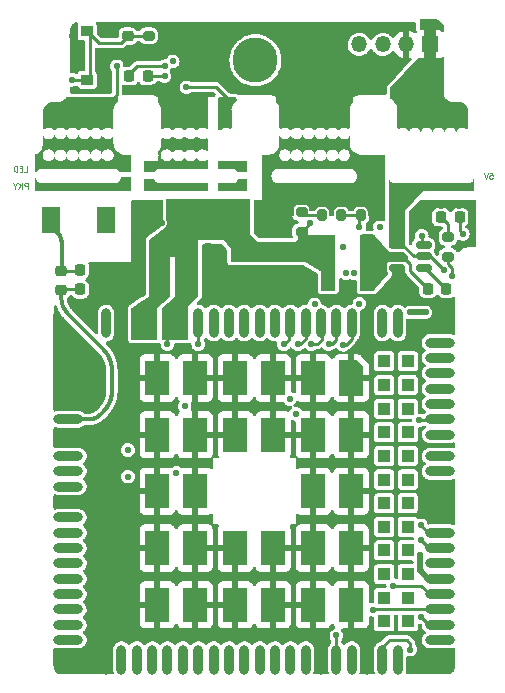
<source format=gbr>
%TF.GenerationSoftware,KiCad,Pcbnew,(6.0.2-0)*%
%TF.CreationDate,2022-10-30T17:20:57+00:00*%
%TF.ProjectId,p3-cellular-module,70332d63-656c-46c7-956c-61722d6d6f64,rev?*%
%TF.SameCoordinates,Original*%
%TF.FileFunction,Copper,L4,Bot*%
%TF.FilePolarity,Positive*%
%FSLAX46Y46*%
G04 Gerber Fmt 4.6, Leading zero omitted, Abs format (unit mm)*
G04 Created by KiCad (PCBNEW (6.0.2-0)) date 2022-10-30 17:20:57*
%MOMM*%
%LPD*%
G01*
G04 APERTURE LIST*
G04 Aperture macros list*
%AMRoundRect*
0 Rectangle with rounded corners*
0 $1 Rounding radius*
0 $2 $3 $4 $5 $6 $7 $8 $9 X,Y pos of 4 corners*
0 Add a 4 corners polygon primitive as box body*
4,1,4,$2,$3,$4,$5,$6,$7,$8,$9,$2,$3,0*
0 Add four circle primitives for the rounded corners*
1,1,$1+$1,$2,$3*
1,1,$1+$1,$4,$5*
1,1,$1+$1,$6,$7*
1,1,$1+$1,$8,$9*
0 Add four rect primitives between the rounded corners*
20,1,$1+$1,$2,$3,$4,$5,0*
20,1,$1+$1,$4,$5,$6,$7,0*
20,1,$1+$1,$6,$7,$8,$9,0*
20,1,$1+$1,$8,$9,$2,$3,0*%
%AMFreePoly0*
4,1,18,1.000354,1.500354,1.000500,1.500000,1.000500,-1.500000,1.000354,-1.500354,1.000000,-1.500500,-0.499998,-1.500500,-0.500000,-1.500501,-0.500250,-1.500397,-0.500354,-1.500354,-0.500355,-1.500352,-1.000354,-1.000354,-1.000501,-1.000000,-1.000500,-0.999998,-1.000500,1.500000,-1.000354,1.500354,-1.000000,1.500500,1.000000,1.500500,1.000354,1.500354,1.000354,1.500354,$1*%
G04 Aperture macros list end*
%ADD10C,0.125000*%
%TA.AperFunction,NonConductor*%
%ADD11C,0.125000*%
%TD*%
%TA.AperFunction,ComponentPad*%
%ADD12C,3.800000*%
%TD*%
%TA.AperFunction,ComponentPad*%
%ADD13R,1.350000X1.350000*%
%TD*%
%TA.AperFunction,ComponentPad*%
%ADD14O,1.350000X1.350000*%
%TD*%
%TA.AperFunction,SMDPad,CuDef*%
%ADD15RoundRect,0.200000X-0.200000X-0.275000X0.200000X-0.275000X0.200000X0.275000X-0.200000X0.275000X0*%
%TD*%
%TA.AperFunction,SMDPad,CuDef*%
%ADD16RoundRect,0.250000X-0.412500X-0.925000X0.412500X-0.925000X0.412500X0.925000X-0.412500X0.925000X0*%
%TD*%
%TA.AperFunction,SMDPad,CuDef*%
%ADD17RoundRect,0.218750X-0.256250X0.218750X-0.256250X-0.218750X0.256250X-0.218750X0.256250X0.218750X0*%
%TD*%
%TA.AperFunction,SMDPad,CuDef*%
%ADD18R,1.650000X2.300000*%
%TD*%
%TA.AperFunction,SMDPad,CuDef*%
%ADD19RoundRect,0.200000X-0.275000X0.200000X-0.275000X-0.200000X0.275000X-0.200000X0.275000X0.200000X0*%
%TD*%
%TA.AperFunction,SMDPad,CuDef*%
%ADD20R,1.200000X4.700000*%
%TD*%
%TA.AperFunction,SMDPad,CuDef*%
%ADD21RoundRect,0.250000X0.412500X0.925000X-0.412500X0.925000X-0.412500X-0.925000X0.412500X-0.925000X0*%
%TD*%
%TA.AperFunction,SMDPad,CuDef*%
%ADD22RoundRect,0.225000X-0.225000X-0.250000X0.225000X-0.250000X0.225000X0.250000X-0.225000X0.250000X0*%
%TD*%
%TA.AperFunction,SMDPad,CuDef*%
%ADD23RoundRect,0.200000X0.275000X-0.200000X0.275000X0.200000X-0.275000X0.200000X-0.275000X-0.200000X0*%
%TD*%
%TA.AperFunction,SMDPad,CuDef*%
%ADD24RoundRect,0.225000X0.225000X0.250000X-0.225000X0.250000X-0.225000X-0.250000X0.225000X-0.250000X0*%
%TD*%
%TA.AperFunction,SMDPad,CuDef*%
%ADD25RoundRect,0.250000X-0.250000X-0.475000X0.250000X-0.475000X0.250000X0.475000X-0.250000X0.475000X0*%
%TD*%
%TA.AperFunction,SMDPad,CuDef*%
%ADD26RoundRect,0.250000X-1.100000X0.325000X-1.100000X-0.325000X1.100000X-0.325000X1.100000X0.325000X0*%
%TD*%
%TA.AperFunction,SMDPad,CuDef*%
%ADD27RoundRect,0.218750X-0.218750X-0.256250X0.218750X-0.256250X0.218750X0.256250X-0.218750X0.256250X0*%
%TD*%
%TA.AperFunction,SMDPad,CuDef*%
%ADD28R,1.000000X0.900000*%
%TD*%
%TA.AperFunction,SMDPad,CuDef*%
%ADD29R,0.550000X1.700000*%
%TD*%
%TA.AperFunction,SMDPad,CuDef*%
%ADD30O,2.500000X0.800000*%
%TD*%
%TA.AperFunction,SMDPad,CuDef*%
%ADD31O,0.800000X2.500000*%
%TD*%
%TA.AperFunction,SMDPad,CuDef*%
%ADD32R,2.000000X3.000000*%
%TD*%
%TA.AperFunction,SMDPad,CuDef*%
%ADD33FreePoly0,180.000000*%
%TD*%
%TA.AperFunction,SMDPad,CuDef*%
%ADD34R,1.100000X1.100000*%
%TD*%
%TA.AperFunction,SMDPad,CuDef*%
%ADD35RoundRect,0.218750X0.256250X-0.218750X0.256250X0.218750X-0.256250X0.218750X-0.256250X-0.218750X0*%
%TD*%
%TA.AperFunction,SMDPad,CuDef*%
%ADD36RoundRect,0.150000X-0.512500X-0.150000X0.512500X-0.150000X0.512500X0.150000X-0.512500X0.150000X0*%
%TD*%
%TA.AperFunction,ViaPad*%
%ADD37C,0.550000*%
%TD*%
%TA.AperFunction,ViaPad*%
%ADD38C,0.686000*%
%TD*%
%TA.AperFunction,Conductor*%
%ADD39C,0.254000*%
%TD*%
%TA.AperFunction,Conductor*%
%ADD40C,0.512000*%
%TD*%
%TA.AperFunction,Conductor*%
%ADD41C,0.768000*%
%TD*%
%TA.AperFunction,Conductor*%
%ADD42C,0.250000*%
%TD*%
%TA.AperFunction,Conductor*%
%ADD43C,0.350000*%
%TD*%
G04 APERTURE END LIST*
D10*
D11*
X164928869Y-102326190D02*
X165166964Y-102326190D01*
X165190773Y-102564285D01*
X165166964Y-102540476D01*
X165119345Y-102516666D01*
X165000297Y-102516666D01*
X164952678Y-102540476D01*
X164928869Y-102564285D01*
X164905059Y-102611904D01*
X164905059Y-102730952D01*
X164928869Y-102778571D01*
X164952678Y-102802380D01*
X165000297Y-102826190D01*
X165119345Y-102826190D01*
X165166964Y-102802380D01*
X165190773Y-102778571D01*
X164762202Y-102326190D02*
X164595535Y-102826190D01*
X164428869Y-102326190D01*
D10*
D11*
X125531250Y-102226190D02*
X125769345Y-102226190D01*
X125769345Y-101726190D01*
X125364583Y-101964285D02*
X125197916Y-101964285D01*
X125126488Y-102226190D02*
X125364583Y-102226190D01*
X125364583Y-101726190D01*
X125126488Y-101726190D01*
X124912202Y-102226190D02*
X124912202Y-101726190D01*
X124793154Y-101726190D01*
X124721726Y-101750000D01*
X124674107Y-101797619D01*
X124650297Y-101845238D01*
X124626488Y-101940476D01*
X124626488Y-102011904D01*
X124650297Y-102107142D01*
X124674107Y-102154761D01*
X124721726Y-102202380D01*
X124793154Y-102226190D01*
X124912202Y-102226190D01*
D10*
D11*
X125815773Y-103676190D02*
X125815773Y-103176190D01*
X125625297Y-103176190D01*
X125577678Y-103200000D01*
X125553869Y-103223809D01*
X125530059Y-103271428D01*
X125530059Y-103342857D01*
X125553869Y-103390476D01*
X125577678Y-103414285D01*
X125625297Y-103438095D01*
X125815773Y-103438095D01*
X125315773Y-103676190D02*
X125315773Y-103176190D01*
X125030059Y-103676190D02*
X125244345Y-103390476D01*
X125030059Y-103176190D02*
X125315773Y-103461904D01*
X124720535Y-103438095D02*
X124720535Y-103676190D01*
X124887202Y-103176190D02*
X124720535Y-103438095D01*
X124553869Y-103176190D01*
D12*
%TO.P,REF\u002A\u002A,1*%
%TO.N,N/C*%
X145100000Y-92800000D03*
%TD*%
D13*
%TO.P,J4,1,Pin_1*%
%TO.N,VBUS*%
X159882000Y-91450000D03*
D14*
%TO.P,J4,2,Pin_2*%
%TO.N,GND*%
X157882000Y-91450000D03*
%TO.P,J4,3,Pin_3*%
%TO.N,/USB Connector/USB_DN_RAW*%
X155882000Y-91450000D03*
%TO.P,J4,4,Pin_4*%
%TO.N,/USB Connector/USB_DP_RAW*%
X153882000Y-91450000D03*
%TD*%
D15*
%TO.P,R3,1*%
%TO.N,Net-(R2-Pad2)*%
X154000000Y-105900000D03*
%TO.P,R3,2*%
%TO.N,GND*%
X155650000Y-105900000D03*
%TD*%
D16*
%TO.P,C9,1*%
%TO.N,+3V8*%
X142662500Y-106200000D03*
%TO.P,C9,2*%
%TO.N,GND*%
X145737500Y-106200000D03*
%TD*%
D17*
%TO.P,L2,1*%
%TO.N,Net-(C14-Pad1)*%
X128650000Y-110662500D03*
%TO.P,L2,2*%
%TO.N,Net-(C17-Pad1)*%
X128650000Y-112237500D03*
%TD*%
D18*
%TO.P,E1,1*%
%TO.N,Net-(C14-Pad1)*%
X127775000Y-106325000D03*
%TO.P,E1,2*%
%TO.N,N/C*%
X132425000Y-106325000D03*
%TD*%
D19*
%TO.P,R4,1*%
%TO.N,Net-(D2-Pad1)*%
X161400000Y-107775000D03*
%TO.P,R4,2*%
%TO.N,/Cellular Modem/STAT_OD*%
X161400000Y-109425000D03*
%TD*%
D15*
%TO.P,R2,1*%
%TO.N,Net-(R1-Pad2)*%
X150725000Y-105900000D03*
%TO.P,R2,2*%
%TO.N,Net-(R2-Pad2)*%
X152375000Y-105900000D03*
%TD*%
D20*
%TO.P,L1,1,1*%
%TO.N,/Power Supply/SW*%
X154580000Y-109925000D03*
%TO.P,L1,2,2*%
%TO.N,+3V8*%
X151270000Y-109925000D03*
%TD*%
D21*
%TO.P,C5,1*%
%TO.N,+3V8*%
X138337500Y-106200000D03*
%TO.P,C5,2*%
%TO.N,GND*%
X135262500Y-106200000D03*
%TD*%
D22*
%TO.P,C11,1*%
%TO.N,+3V8*%
X139525000Y-110450000D03*
%TO.P,C11,2*%
%TO.N,GND*%
X141075000Y-110450000D03*
%TD*%
%TO.P,C10,1*%
%TO.N,+3V8*%
X139525000Y-112100000D03*
%TO.P,C10,2*%
%TO.N,GND*%
X141075000Y-112100000D03*
%TD*%
D23*
%TO.P,R1,1*%
%TO.N,+3V8*%
X149000000Y-107325000D03*
%TO.P,R1,2*%
%TO.N,Net-(R1-Pad2)*%
X149000000Y-105675000D03*
%TD*%
D24*
%TO.P,C7,1*%
%TO.N,+3V8*%
X136825000Y-110450000D03*
%TO.P,C7,2*%
%TO.N,GND*%
X135275000Y-110450000D03*
%TD*%
D22*
%TO.P,C17,1*%
%TO.N,Net-(C17-Pad1)*%
X130275000Y-112200000D03*
%TO.P,C17,2*%
%TO.N,GND*%
X131825000Y-112200000D03*
%TD*%
D25*
%TO.P,C1,1*%
%TO.N,VBUS*%
X157250000Y-106350000D03*
%TO.P,C1,2*%
%TO.N,GND*%
X159150000Y-106350000D03*
%TD*%
D24*
%TO.P,C8,1*%
%TO.N,+3V8*%
X136825000Y-112100000D03*
%TO.P,C8,2*%
%TO.N,GND*%
X135275000Y-112100000D03*
%TD*%
D26*
%TO.P,C3,1*%
%TO.N,+3V8*%
X148100000Y-109025000D03*
%TO.P,C3,2*%
%TO.N,GND*%
X148100000Y-111975000D03*
%TD*%
D27*
%TO.P,D2,1,K*%
%TO.N,Net-(D2-Pad1)*%
X160812500Y-106100000D03*
%TO.P,D2,2,A*%
%TO.N,+3V8*%
X162387500Y-106100000D03*
%TD*%
D22*
%TO.P,C12,1*%
%TO.N,+3V8*%
X139525000Y-108800000D03*
%TO.P,C12,2*%
%TO.N,GND*%
X141075000Y-108800000D03*
%TD*%
D26*
%TO.P,C19,1*%
%TO.N,+3V8*%
X144600000Y-109025000D03*
%TO.P,C19,2*%
%TO.N,GND*%
X144600000Y-111975000D03*
%TD*%
D28*
%TO.P,SW1,1,1*%
%TO.N,/Cellular Modem/PWRKEY*%
X130850000Y-90350001D03*
%TO.P,SW1,2,2*%
X130850000Y-94449999D03*
%TO.P,SW1,3,3*%
%TO.N,GND*%
X132450000Y-90350001D03*
%TO.P,SW1,4,4*%
X132450000Y-94449999D03*
D29*
%TO.P,SW1,5,GROUND*%
X130225000Y-92400000D03*
%TD*%
D24*
%TO.P,C6,1*%
%TO.N,+3V8*%
X136825000Y-108800000D03*
%TO.P,C6,2*%
%TO.N,GND*%
X135275000Y-108800000D03*
%TD*%
D22*
%TO.P,C14,1*%
%TO.N,Net-(C14-Pad1)*%
X130275000Y-110550000D03*
%TO.P,C14,2*%
%TO.N,GND*%
X131825000Y-110550000D03*
%TD*%
D30*
%TO.P,U2,1,WAKEUP_IN*%
%TO.N,unconnected-(U2-Pad1)*%
X160750000Y-116700000D03*
%TO.P,U2,2,AP_READY*%
%TO.N,unconnected-(U2-Pad2)*%
X160750000Y-118000000D03*
%TO.P,U2,3,RESERVED*%
%TO.N,unconnected-(U2-Pad3)*%
X160750000Y-119300000D03*
%TO.P,U2,4,W_DISABLE#*%
%TO.N,unconnected-(U2-Pad4)*%
X160750000Y-120600000D03*
%TO.P,U2,5,NET_MODE*%
%TO.N,unconnected-(U2-Pad5)*%
X160750000Y-121900000D03*
%TO.P,U2,6,NET_STATUS*%
%TO.N,/Cellular Modem/NET_STAT_DRV*%
X160750000Y-123200000D03*
%TO.P,U2,7,VDD_EXT*%
%TO.N,unconnected-(U2-Pad7)*%
X160750000Y-124500000D03*
%TO.P,U2,8,GND*%
%TO.N,GND*%
X160750000Y-128900000D03*
%TO.P,U2,9,GND*%
X160750000Y-130200000D03*
%TO.P,U2,10,USIM_GND*%
X160750000Y-131500000D03*
%TO.P,U2,11,DBG_RXD*%
%TO.N,Net-(TP9-Pad1)*%
X160750000Y-132800000D03*
%TO.P,U2,12,DBG_TXD*%
%TO.N,Net-(TP10-Pad1)*%
X160750000Y-134100000D03*
%TO.P,U2,13,USIM_PRESENCE*%
%TO.N,unconnected-(U2-Pad13)*%
X160750000Y-135400000D03*
%TO.P,U2,14,USIM_VDD*%
%TO.N,/Cellular Modem/USIM_VDD*%
X160750000Y-136700000D03*
%TO.P,U2,15,USIM_DATA*%
%TO.N,/Cellular Modem/USIM_DATA*%
X160750000Y-138000000D03*
%TO.P,U2,16,USIM_CLK*%
%TO.N,/Cellular Modem/USIM_CLK*%
X160750000Y-139300000D03*
%TO.P,U2,17,USIM_RST*%
%TO.N,/Cellular Modem/USIM_RST*%
X160750000Y-140600000D03*
%TO.P,U2,18,RESERVED*%
%TO.N,unconnected-(U2-Pad18)*%
X160750000Y-141900000D03*
D31*
%TO.P,U2,19,GND*%
%TO.N,GND*%
X154550000Y-143550000D03*
%TO.P,U2,20,RESET_N*%
%TO.N,unconnected-(U2-Pad20)*%
X153250000Y-143550000D03*
%TO.P,U2,21,PWRKEY*%
%TO.N,/Cellular Modem/PWRKEY*%
X151950000Y-143550000D03*
%TO.P,U2,22,GND*%
%TO.N,GND*%
X150650000Y-143550000D03*
%TO.P,U2,23,SD_INS_DET*%
%TO.N,unconnected-(U2-Pad23)*%
X149350000Y-143550000D03*
%TO.P,U2,24,PCM_IN*%
%TO.N,unconnected-(U2-Pad24)*%
X148050000Y-143550000D03*
%TO.P,U2,25,PCM_OUT*%
%TO.N,unconnected-(U2-Pad25)*%
X146750000Y-143550000D03*
%TO.P,U2,26,PCM_SYNC*%
%TO.N,unconnected-(U2-Pad26)*%
X145450000Y-143550000D03*
%TO.P,U2,27,PCM_CLK*%
%TO.N,unconnected-(U2-Pad27)*%
X144150000Y-143550000D03*
%TO.P,U2,28,SDC2_DATA3*%
%TO.N,unconnected-(U2-Pad28)*%
X142850000Y-143550000D03*
%TO.P,U2,29,SDC2_DATA2*%
%TO.N,unconnected-(U2-Pad29)*%
X141550000Y-143550000D03*
%TO.P,U2,30,SDC2_DATA1*%
%TO.N,unconnected-(U2-Pad30)*%
X140250000Y-143550000D03*
%TO.P,U2,31,SDC2_DATA0*%
%TO.N,unconnected-(U2-Pad31)*%
X138950000Y-143550000D03*
%TO.P,U2,32,SDC2_CLK*%
%TO.N,unconnected-(U2-Pad32)*%
X137650000Y-143550000D03*
%TO.P,U2,33,SDC2_CMD*%
%TO.N,unconnected-(U2-Pad33)*%
X136350000Y-143550000D03*
%TO.P,U2,34,VDD_SDIO*%
%TO.N,unconnected-(U2-Pad34)*%
X135050000Y-143550000D03*
%TO.P,U2,35,ANT_DIV*%
%TO.N,unconnected-(U2-Pad35)*%
X133750000Y-143550000D03*
%TO.P,U2,36,GND*%
%TO.N,GND*%
X132450000Y-143550000D03*
D30*
%TO.P,U2,37,BT_RTS*%
%TO.N,unconnected-(U2-Pad37)*%
X129250000Y-141900000D03*
%TO.P,U2,38,BT_TXD*%
%TO.N,unconnected-(U2-Pad38)*%
X129250000Y-140600000D03*
%TO.P,U2,39,BT_RXD*%
%TO.N,unconnected-(U2-Pad39)*%
X129250000Y-139300000D03*
%TO.P,U2,40,BT_CTS*%
%TO.N,unconnected-(U2-Pad40)*%
X129250000Y-138000000D03*
%TO.P,U2,41,I2C_SCL*%
%TO.N,unconnected-(U2-Pad41)*%
X129250000Y-136700000D03*
%TO.P,U2,42,I2C_SDA*%
%TO.N,unconnected-(U2-Pad42)*%
X129250000Y-135400000D03*
%TO.P,U2,43,RESERVED*%
%TO.N,unconnected-(U2-Pad43)*%
X129250000Y-134100000D03*
%TO.P,U2,44,ADC1*%
%TO.N,unconnected-(U2-Pad44)*%
X129250000Y-132800000D03*
%TO.P,U2,45,ADC0*%
%TO.N,unconnected-(U2-Pad45)*%
X129250000Y-131500000D03*
%TO.P,U2,46,GND*%
%TO.N,GND*%
X129250000Y-130200000D03*
%TO.P,U2,47,ANT_GNSS*%
%TO.N,unconnected-(U2-Pad47)*%
X129250000Y-128900000D03*
%TO.P,U2,48,GND*%
%TO.N,GND*%
X129250000Y-124500000D03*
%TO.P,U2,49,ANT_MAIN*%
%TO.N,Net-(C17-Pad1)*%
X129250000Y-123200000D03*
%TO.P,U2,50,GND*%
%TO.N,GND*%
X129250000Y-121900000D03*
%TO.P,U2,51,GND*%
X129250000Y-120600000D03*
%TO.P,U2,52,GND*%
X129250000Y-119300000D03*
%TO.P,U2,53,GND*%
X129250000Y-118000000D03*
%TO.P,U2,54,GND*%
X129250000Y-116700000D03*
D31*
%TO.P,U2,55,RESERVED*%
%TO.N,unconnected-(U2-Pad55)*%
X132450000Y-115050000D03*
%TO.P,U2,56,GND*%
%TO.N,GND*%
X133750000Y-115050000D03*
%TO.P,U2,57,VBAT_RF*%
%TO.N,+3V8*%
X135050000Y-115050000D03*
%TO.P,U2,58,VBAT_RF*%
X136350000Y-115050000D03*
%TO.P,U2,59,VBAT_BB*%
X137650000Y-115050000D03*
%TO.P,U2,60,VBAT_BB*%
X138950000Y-115050000D03*
%TO.P,U2,61,STATUS*%
%TO.N,/Cellular Modem/STAT_OD*%
X140250000Y-115050000D03*
%TO.P,U2,62,RI*%
%TO.N,unconnected-(U2-Pad62)*%
X141550000Y-115050000D03*
%TO.P,U2,63,DCD*%
%TO.N,unconnected-(U2-Pad63)*%
X142850000Y-115050000D03*
%TO.P,U2,64,CTS*%
%TO.N,unconnected-(U2-Pad64)*%
X144150000Y-115050000D03*
%TO.P,U2,65,RTS*%
%TO.N,unconnected-(U2-Pad65)*%
X145450000Y-115050000D03*
%TO.P,U2,66,DTR*%
%TO.N,unconnected-(U2-Pad66)*%
X146750000Y-115050000D03*
%TO.P,U2,67,TXD*%
%TO.N,Net-(TP7-Pad1)*%
X148050000Y-115050000D03*
%TO.P,U2,68,RXD*%
%TO.N,Net-(TP8-Pad1)*%
X149350000Y-115050000D03*
%TO.P,U2,69,USB_DP*%
%TO.N,/Cellular Modem/USB_DP*%
X150650000Y-115050000D03*
%TO.P,U2,70,USB_DM*%
%TO.N,/Cellular Modem/USB_DN*%
X151950000Y-115050000D03*
%TO.P,U2,71,USB_VBUS*%
%TO.N,VBUS*%
X153250000Y-115050000D03*
%TO.P,U2,72,GND*%
%TO.N,GND*%
X154550000Y-115050000D03*
D32*
%TO.P,U2,85,GND*%
X136800000Y-119700000D03*
%TO.P,U2,86,GND*%
X136800000Y-124500000D03*
%TO.P,U2,87,GND*%
X136800000Y-129300000D03*
%TO.P,U2,88,GND*%
X136800000Y-134100000D03*
%TO.P,U2,89,GND*%
X136800000Y-138900000D03*
%TO.P,U2,90,GND*%
X140000000Y-119700000D03*
%TO.P,U2,91,GND*%
X140000000Y-124500000D03*
%TO.P,U2,92,GND*%
X140000000Y-129300000D03*
%TO.P,U2,93,GND*%
X140000000Y-134100000D03*
%TO.P,U2,94,GND*%
X140000000Y-138900000D03*
%TO.P,U2,95,GND*%
X143400000Y-119700000D03*
%TO.P,U2,96,GND*%
X143400000Y-124500000D03*
%TO.P,U2,97,GND*%
X143400000Y-134100000D03*
%TO.P,U2,98,GND*%
X143400000Y-138900000D03*
%TO.P,U2,99,GND*%
X146600000Y-119700000D03*
%TO.P,U2,100,GND*%
X146600000Y-124500000D03*
%TO.P,U2,101,GND*%
X146600000Y-134100000D03*
%TO.P,U2,102,GND*%
X146600000Y-138900000D03*
%TO.P,U2,103,GND*%
X150000000Y-119700000D03*
%TO.P,U2,104,GND*%
X150000000Y-124500000D03*
%TO.P,U2,105,GND*%
X150000000Y-129300000D03*
%TO.P,U2,106,GND*%
X150000000Y-134100000D03*
%TO.P,U2,107,GND*%
X150000000Y-138900000D03*
D33*
%TO.P,U2,108,GND*%
X153200000Y-119700000D03*
D32*
%TO.P,U2,109,GND*%
X153200000Y-124500000D03*
%TO.P,U2,110,GND*%
X153200000Y-129300000D03*
%TO.P,U2,111,GND*%
X153200000Y-134100000D03*
%TO.P,U2,112,GND*%
X153200000Y-138900000D03*
D31*
%TO.P,U2,113,RESERVED*%
%TO.N,unconnected-(U2-Pad113)*%
X155850000Y-115050000D03*
%TO.P,U2,114,RESERVED*%
%TO.N,unconnected-(U2-Pad114)*%
X157150000Y-115050000D03*
%TO.P,U2,115,USB_BOOT*%
%TO.N,Net-(TP1-Pad1)*%
X155850000Y-143550000D03*
%TO.P,U2,116,RESERVED*%
%TO.N,unconnected-(U2-Pad116)*%
X157150000Y-143550000D03*
D34*
%TO.P,U2,117,RESERVED*%
%TO.N,unconnected-(U2-Pad117)*%
X156000000Y-118300000D03*
%TO.P,U2,118,WLAN_SLP_CLK*%
%TO.N,unconnected-(U2-Pad118)*%
X156000000Y-120300000D03*
%TO.P,U2,119,EPHY_RST_N*%
%TO.N,unconnected-(U2-Pad119)*%
X156000000Y-122300000D03*
%TO.P,U2,120,EPHY_INT_N*%
%TO.N,unconnected-(U2-Pad120)*%
X156000000Y-124300000D03*
%TO.P,U2,121,SGMII_MDATA*%
%TO.N,unconnected-(U2-Pad121)*%
X156000000Y-126300000D03*
%TO.P,U2,122,SGMII_MCLK*%
%TO.N,unconnected-(U2-Pad122)*%
X156000000Y-128300000D03*
%TO.P,U2,123,SGMII_TX_M*%
%TO.N,unconnected-(U2-Pad123)*%
X156000000Y-130300000D03*
%TO.P,U2,124,SGMII_TX_P*%
%TO.N,unconnected-(U2-Pad124)*%
X156000000Y-132300000D03*
%TO.P,U2,125,SGMII_RX_P*%
%TO.N,unconnected-(U2-Pad125)*%
X156000000Y-134300000D03*
%TO.P,U2,126,SGMII_RX_M*%
%TO.N,unconnected-(U2-Pad126)*%
X156000000Y-136300000D03*
%TO.P,U2,127,PM_ENABLE*%
%TO.N,unconnected-(U2-Pad127)*%
X156000000Y-138300000D03*
%TO.P,U2,128,USIM2_VDD*%
%TO.N,unconnected-(U2-Pad128)*%
X156000000Y-140300000D03*
%TO.P,U2,129,SDC1_DATA3*%
%TO.N,unconnected-(U2-Pad129)*%
X158000000Y-118300000D03*
%TO.P,U2,130,SDC1_DATA2*%
%TO.N,unconnected-(U2-Pad130)*%
X158000000Y-120300000D03*
%TO.P,U2,131,SDC1_DATA1*%
%TO.N,unconnected-(U2-Pad131)*%
X158000000Y-122300000D03*
%TO.P,U2,132,SDC1_DATA0*%
%TO.N,unconnected-(U2-Pad132)*%
X158000000Y-124300000D03*
%TO.P,U2,133,SDC1_CLK*%
%TO.N,unconnected-(U2-Pad133)*%
X158000000Y-126300000D03*
%TO.P,U2,134,SDC1_CMD*%
%TO.N,unconnected-(U2-Pad134)*%
X158000000Y-128300000D03*
%TO.P,U2,135,~{WAKE_ON_WIRELESS}*%
%TO.N,unconnected-(U2-Pad135)*%
X158000000Y-130300000D03*
%TO.P,U2,136,WLAN_EN*%
%TO.N,unconnected-(U2-Pad136)*%
X158000000Y-132300000D03*
%TO.P,U2,137,COEX_UART_RX*%
%TO.N,unconnected-(U2-Pad137)*%
X158000000Y-134300000D03*
%TO.P,U2,138,COEX_UART_TX*%
%TO.N,unconnected-(U2-Pad138)*%
X158000000Y-136300000D03*
%TO.P,U2,139,BT_EN*%
%TO.N,unconnected-(U2-Pad139)*%
X158000000Y-138300000D03*
%TO.P,U2,140,RESERVED*%
%TO.N,unconnected-(U2-Pad140)*%
X158000000Y-140300000D03*
D30*
%TO.P,U2,141,RESERVED*%
%TO.N,unconnected-(U2-Pad141)*%
X160750000Y-126300000D03*
%TO.P,U2,142,RESERVED*%
%TO.N,unconnected-(U2-Pad142)*%
X160750000Y-127600000D03*
%TO.P,U2,143,RESERVED*%
%TO.N,unconnected-(U2-Pad143)*%
X129250000Y-127600000D03*
%TO.P,U2,144,RESERVED*%
%TO.N,unconnected-(U2-Pad144)*%
X129250000Y-126300000D03*
%TD*%
D19*
%TO.P,R15,1*%
%TO.N,/Cellular Modem/PWRKEY*%
X136050000Y-90725000D03*
%TO.P,R15,2*%
%TO.N,GND*%
X136050000Y-92375000D03*
%TD*%
D35*
%TO.P,D3,1,A1*%
%TO.N,GND*%
X134300000Y-92337500D03*
%TO.P,D3,2,A2*%
%TO.N,/Cellular Modem/PWRKEY*%
X134300000Y-90762500D03*
%TD*%
D27*
%TO.P,D1,1,K*%
%TO.N,Net-(D1-Pad1)*%
X134412500Y-94150000D03*
%TO.P,D1,2,A*%
%TO.N,VBUS*%
X135987500Y-94150000D03*
%TD*%
D36*
%TO.P,U1,1,GND*%
%TO.N,GND*%
X157062500Y-110350000D03*
%TO.P,U1,2,SW*%
%TO.N,/Power Supply/SW*%
X157062500Y-109400000D03*
%TO.P,U1,3,VIN*%
%TO.N,VBUS*%
X157062500Y-108450000D03*
%TO.P,U1,4,FB*%
%TO.N,Net-(R2-Pad2)*%
X159337500Y-108450000D03*
%TO.P,U1,5,~{EN}*%
%TO.N,VBUS*%
X159337500Y-109400000D03*
%TO.P,U1,6,BST*%
%TO.N,Net-(C2-Pad1)*%
X159337500Y-110350000D03*
%TD*%
D24*
%TO.P,C2,1*%
%TO.N,Net-(C2-Pad1)*%
X161275000Y-112150000D03*
%TO.P,C2,2*%
%TO.N,/Power Supply/SW*%
X159725000Y-112150000D03*
%TD*%
D37*
%TO.N,VBUS*%
X156800000Y-104100000D03*
X158400000Y-104100000D03*
X157200000Y-104700000D03*
X138100000Y-92900000D03*
X161101500Y-110600000D03*
X158000000Y-104700000D03*
X137400000Y-94150000D03*
X152525008Y-116875008D03*
X157600000Y-104100000D03*
%TO.N,GND*%
X152700000Y-104850000D03*
D38*
X149500000Y-120700000D03*
X147100000Y-118700000D03*
D37*
X131100000Y-124400000D03*
X131150000Y-121400000D03*
D38*
X137300000Y-128300000D03*
X152700000Y-128300000D03*
D37*
X142300000Y-91200000D03*
X147700000Y-104850000D03*
D38*
X147100000Y-120700000D03*
X150500000Y-124500000D03*
X153700000Y-138900000D03*
X142900000Y-123500000D03*
D37*
X133050000Y-110650000D03*
D38*
X147100000Y-125500000D03*
X147100000Y-138900000D03*
X153200000Y-133600000D03*
D37*
X143600000Y-141600000D03*
X158000000Y-116900000D03*
D38*
X136300000Y-118700000D03*
D37*
X159100000Y-129800000D03*
D38*
X150500000Y-137900000D03*
X153700000Y-120700000D03*
D37*
X133700000Y-141600000D03*
X142300000Y-92000000D03*
X161600000Y-105100000D03*
D38*
X150000000Y-133600000D03*
X152700000Y-134100000D03*
D37*
X158500000Y-112500000D03*
D38*
X150000000Y-120200000D03*
X142900000Y-125500000D03*
X152700000Y-120700000D03*
X149500000Y-119700000D03*
X149500000Y-135100000D03*
X146600000Y-133600000D03*
X150500000Y-138900000D03*
X147100000Y-139900000D03*
X150500000Y-118700000D03*
X153700000Y-125500000D03*
D37*
X134800000Y-121800000D03*
X150200000Y-104300000D03*
D38*
X152700000Y-139900000D03*
X146100000Y-135100000D03*
D37*
X131150000Y-120650000D03*
X136550000Y-95100000D03*
X157000000Y-111475000D03*
X128600000Y-115700000D03*
D38*
X140000000Y-125000000D03*
X139500000Y-120700000D03*
X150500000Y-128300000D03*
D37*
X149200000Y-104300000D03*
D38*
X149500000Y-139900000D03*
X136800000Y-124000000D03*
D37*
X132800000Y-141700000D03*
X142350000Y-111900000D03*
X159100000Y-129050000D03*
D38*
X140500000Y-118700000D03*
D37*
X136050000Y-103400000D03*
D38*
X140000000Y-120200000D03*
D37*
X133700000Y-123500000D03*
X156225000Y-112500000D03*
D38*
X153700000Y-129300000D03*
D37*
X141850000Y-110000000D03*
D38*
X150000000Y-119200000D03*
D37*
X131700000Y-141000000D03*
D38*
X146600000Y-124000000D03*
X143400000Y-139400000D03*
X143400000Y-134600000D03*
X143900000Y-125500000D03*
X149500000Y-137900000D03*
D37*
X130000000Y-144300000D03*
D38*
X146600000Y-120200000D03*
X153700000Y-137900000D03*
D37*
X149700000Y-104850000D03*
X131150000Y-122150000D03*
X148150000Y-141600000D03*
X157350000Y-111975000D03*
X129300000Y-144300000D03*
D38*
X152700000Y-135100000D03*
D37*
X153700000Y-104850000D03*
D38*
X150000000Y-125000000D03*
D37*
X136458814Y-106541186D03*
D38*
X143900000Y-138900000D03*
X150500000Y-123500000D03*
X152700000Y-119700000D03*
X147100000Y-124500000D03*
D37*
X154575000Y-116900000D03*
D38*
X140000000Y-139400000D03*
X150500000Y-133100000D03*
X150500000Y-129300000D03*
X153200000Y-128800000D03*
X137300000Y-120700000D03*
X136300000Y-137900000D03*
D37*
X159100000Y-128300000D03*
X131800000Y-124400000D03*
X154200000Y-104300000D03*
X134800000Y-121050000D03*
X131800000Y-130950000D03*
X162350000Y-105100000D03*
D38*
X137300000Y-137900000D03*
X142900000Y-138900000D03*
D37*
X131900000Y-119150000D03*
D38*
X150500000Y-135100000D03*
X137300000Y-134100000D03*
X142900000Y-135100000D03*
D37*
X154600000Y-117600000D03*
X131100000Y-132900000D03*
X150700000Y-104850000D03*
D38*
X153200000Y-119200000D03*
X136800000Y-134600000D03*
D37*
X134100000Y-110650000D03*
D38*
X136800000Y-119200000D03*
D37*
X134250000Y-122900000D03*
X141150000Y-113000000D03*
D38*
X136300000Y-135100000D03*
D37*
X131100000Y-125900000D03*
D38*
X139500000Y-119700000D03*
D37*
X150050000Y-110950000D03*
X128600000Y-115000000D03*
D38*
X146100000Y-123500000D03*
X136800000Y-133600000D03*
X139500000Y-135100000D03*
X142900000Y-119700000D03*
D37*
X131900000Y-119900000D03*
X151700000Y-104850000D03*
X137400000Y-95100000D03*
X153850000Y-141600000D03*
D38*
X146100000Y-139900000D03*
X136800000Y-129800000D03*
X153700000Y-134100000D03*
X147100000Y-135100000D03*
X143400000Y-138400000D03*
D37*
X142350000Y-111150000D03*
D38*
X142900000Y-124500000D03*
D37*
X134100000Y-121400000D03*
D38*
X150500000Y-130300000D03*
D37*
X145800000Y-141600000D03*
D38*
X140500000Y-130300000D03*
D37*
X139750000Y-141600000D03*
D38*
X140500000Y-120700000D03*
D37*
X147200000Y-105650000D03*
X131100000Y-135200000D03*
D38*
X142900000Y-118700000D03*
D37*
X133550000Y-110300000D03*
X133150000Y-124050000D03*
X147800000Y-106050000D03*
D38*
X136300000Y-138900000D03*
D37*
X149600000Y-141600000D03*
D38*
X153700000Y-119700000D03*
X136300000Y-123500000D03*
X152700000Y-138900000D03*
D37*
X131100000Y-131400000D03*
X157750000Y-111475000D03*
D38*
X146100000Y-133100000D03*
X150500000Y-134100000D03*
D37*
X131150000Y-117650000D03*
X128600000Y-144300000D03*
X147200000Y-107150000D03*
D38*
X152700000Y-123500000D03*
D37*
X146700000Y-104850000D03*
D38*
X143900000Y-119700000D03*
X150500000Y-119700000D03*
D37*
X159100000Y-131350000D03*
X153200000Y-104300000D03*
D38*
X149500000Y-130300000D03*
X152700000Y-118700000D03*
X150000000Y-124000000D03*
X139500000Y-125500000D03*
X149500000Y-128300000D03*
X142900000Y-137900000D03*
D37*
X131100000Y-136750000D03*
X157725000Y-112500000D03*
X131100000Y-137500000D03*
D38*
X142900000Y-133100000D03*
D37*
X134100000Y-118400000D03*
X131100000Y-129800000D03*
X153150000Y-141600000D03*
X156600000Y-111975000D03*
D38*
X153200000Y-138400000D03*
D37*
X129600000Y-90750000D03*
D38*
X137300000Y-118700000D03*
X153700000Y-128300000D03*
D37*
X134100000Y-112150000D03*
D38*
X147100000Y-134100000D03*
X137300000Y-135100000D03*
X143400000Y-119200000D03*
X140500000Y-139900000D03*
D37*
X131050000Y-114550000D03*
D38*
X153700000Y-118700000D03*
D37*
X132450000Y-123850000D03*
X131100000Y-130550000D03*
D38*
X153700000Y-135100000D03*
D37*
X148900000Y-141600000D03*
X159100000Y-130600000D03*
D38*
X153200000Y-125000000D03*
D37*
X131100000Y-139850000D03*
X133550000Y-117050000D03*
X134100000Y-119150000D03*
X130700000Y-144300000D03*
X138300000Y-141600000D03*
D38*
X146100000Y-137900000D03*
X140000000Y-133600000D03*
D37*
X138200000Y-95100000D03*
D38*
X142900000Y-120700000D03*
D37*
X159350000Y-144275000D03*
D38*
X136300000Y-119700000D03*
X149500000Y-118700000D03*
D37*
X131100000Y-128200000D03*
D38*
X146100000Y-119700000D03*
X150500000Y-125500000D03*
X140500000Y-138900000D03*
X147100000Y-133100000D03*
D37*
X135200000Y-141600000D03*
X141850000Y-112250000D03*
D38*
X140500000Y-125500000D03*
D37*
X133550000Y-112550000D03*
D38*
X137300000Y-133100000D03*
D37*
X147400000Y-113375000D03*
X133050000Y-112150000D03*
X134100000Y-119900000D03*
D38*
X139500000Y-138900000D03*
X143900000Y-137900000D03*
X137300000Y-125500000D03*
X146100000Y-138900000D03*
D37*
X147250000Y-110500000D03*
X154900000Y-104000000D03*
D38*
X150000000Y-129800000D03*
X140000000Y-129800000D03*
D37*
X146850000Y-111000000D03*
D38*
X140000000Y-128800000D03*
X150000000Y-139400000D03*
D37*
X154900000Y-103000000D03*
D38*
X136800000Y-120200000D03*
X146600000Y-139400000D03*
X140500000Y-123500000D03*
D37*
X131100000Y-139050000D03*
X131100000Y-140600000D03*
D38*
X147100000Y-137900000D03*
D37*
X134100000Y-122150000D03*
D38*
X143900000Y-120700000D03*
X143400000Y-125000000D03*
D37*
X133550000Y-111050000D03*
D38*
X137300000Y-130300000D03*
X139500000Y-128300000D03*
X137300000Y-139900000D03*
X136300000Y-133100000D03*
D37*
X131800000Y-125150000D03*
X145050000Y-141600000D03*
D38*
X149500000Y-129300000D03*
D37*
X147200000Y-104300000D03*
D38*
X136300000Y-139900000D03*
X143900000Y-135100000D03*
D37*
X133050000Y-111400000D03*
D38*
X153200000Y-120200000D03*
X136300000Y-124500000D03*
X153700000Y-124500000D03*
X139500000Y-124500000D03*
D37*
X134100000Y-120650000D03*
D38*
X137300000Y-124500000D03*
X142900000Y-139900000D03*
X143900000Y-139900000D03*
D37*
X158650000Y-144275000D03*
D38*
X146600000Y-119200000D03*
D37*
X156975000Y-112500000D03*
D38*
X152700000Y-133100000D03*
X136300000Y-125500000D03*
D37*
X159350000Y-105100000D03*
X131100000Y-138300000D03*
D38*
X136300000Y-128300000D03*
X149500000Y-123500000D03*
D37*
X161450000Y-144275000D03*
X128600000Y-143600000D03*
X132050000Y-141700000D03*
X131100000Y-133700000D03*
D38*
X136300000Y-130300000D03*
X149500000Y-134100000D03*
D37*
X154550000Y-141600000D03*
X147800000Y-106800000D03*
X133550000Y-111800000D03*
X134800000Y-119550000D03*
D38*
X150000000Y-138400000D03*
D37*
X133550000Y-122750000D03*
D38*
X139500000Y-139900000D03*
D37*
X131400000Y-144300000D03*
D38*
X150500000Y-120700000D03*
D37*
X160850000Y-105100000D03*
D38*
X142900000Y-134100000D03*
D37*
X136750000Y-141600000D03*
D38*
X152700000Y-129300000D03*
X153200000Y-129800000D03*
D37*
X134450000Y-141600000D03*
D38*
X153700000Y-123500000D03*
D37*
X132450000Y-141000000D03*
D38*
X146100000Y-118700000D03*
D37*
X141300000Y-141600000D03*
D38*
X139500000Y-133100000D03*
D37*
X154000000Y-117250000D03*
X160050000Y-144275000D03*
D38*
X150500000Y-139900000D03*
X137300000Y-129300000D03*
X140000000Y-138400000D03*
X146600000Y-138400000D03*
D37*
X146600000Y-141600000D03*
X160100000Y-105100000D03*
X139000000Y-141600000D03*
D38*
X149500000Y-133100000D03*
D37*
X129300000Y-115700000D03*
D38*
X137300000Y-123500000D03*
D37*
X147350000Y-141600000D03*
D38*
X143900000Y-124500000D03*
D37*
X136000000Y-141600000D03*
X131150000Y-113500000D03*
X161450000Y-142875000D03*
D38*
X146100000Y-134100000D03*
X153200000Y-124000000D03*
D37*
X131100000Y-126700000D03*
X131900000Y-121400000D03*
X144300000Y-141600000D03*
X137150000Y-106550000D03*
X137400000Y-92400000D03*
X131100000Y-125150000D03*
D38*
X140000000Y-124000000D03*
D37*
X128600000Y-142900000D03*
D38*
X143400000Y-133600000D03*
D37*
X132600000Y-124600000D03*
D38*
X143400000Y-120200000D03*
D37*
X154350000Y-102500000D03*
X141800000Y-113000000D03*
X131100000Y-129000000D03*
D38*
X152700000Y-124500000D03*
D37*
X142850000Y-141600000D03*
D38*
X146600000Y-134600000D03*
D37*
X147650000Y-111000000D03*
D38*
X136800000Y-125000000D03*
X146100000Y-120700000D03*
D37*
X131100000Y-132150000D03*
X148200000Y-104300000D03*
D38*
X140500000Y-124500000D03*
X140500000Y-129300000D03*
X149500000Y-124500000D03*
X139500000Y-130300000D03*
X146100000Y-125500000D03*
D37*
X133000000Y-123300000D03*
X136800000Y-105950000D03*
X140500000Y-141600000D03*
X146350000Y-111950000D03*
X151200000Y-104300000D03*
D38*
X147100000Y-119700000D03*
D37*
X130000000Y-113550000D03*
D38*
X140000000Y-119200000D03*
X143900000Y-123500000D03*
D37*
X131150000Y-118400000D03*
D38*
X140500000Y-135100000D03*
D37*
X161450000Y-143575000D03*
D38*
X153700000Y-139900000D03*
X140500000Y-134100000D03*
X140000000Y-134600000D03*
X153200000Y-139400000D03*
D37*
X142350000Y-109650000D03*
X134100000Y-117650000D03*
D38*
X149500000Y-138900000D03*
X136800000Y-138400000D03*
D37*
X131100000Y-136000000D03*
D38*
X136800000Y-128800000D03*
D37*
X131100000Y-134450000D03*
X142350000Y-112650000D03*
D38*
X139500000Y-123500000D03*
D37*
X141850000Y-109250000D03*
X142300000Y-92800000D03*
D38*
X143900000Y-133100000D03*
X139500000Y-137900000D03*
D37*
X155250000Y-141600000D03*
X163100000Y-105100000D03*
D38*
X140500000Y-128300000D03*
D37*
X131100000Y-127450000D03*
D38*
X152700000Y-137900000D03*
D37*
X146200000Y-104300000D03*
D38*
X136300000Y-134100000D03*
D37*
X142350000Y-108900000D03*
D38*
X136800000Y-139400000D03*
D37*
X134800000Y-118800000D03*
D38*
X139500000Y-118700000D03*
D37*
X158700000Y-116875000D03*
D38*
X143400000Y-124000000D03*
D37*
X131900000Y-120650000D03*
D38*
X153700000Y-133100000D03*
D37*
X134100000Y-111400000D03*
D38*
X140500000Y-133100000D03*
X152700000Y-130300000D03*
X147100000Y-123500000D03*
X137300000Y-138900000D03*
X146100000Y-124500000D03*
D37*
X137550000Y-141600000D03*
X154900000Y-102000000D03*
X130550000Y-114050000D03*
D38*
X152700000Y-125500000D03*
D37*
X134800000Y-120300000D03*
D38*
X139500000Y-134100000D03*
X137300000Y-119700000D03*
D37*
X131800000Y-129450000D03*
X142350000Y-110400000D03*
X136050000Y-101850000D03*
X131150000Y-119900000D03*
X158100000Y-111975000D03*
D38*
X153200000Y-134600000D03*
D37*
X160750000Y-144275000D03*
D38*
X149500000Y-125500000D03*
X150000000Y-134600000D03*
X136300000Y-120700000D03*
X146600000Y-125000000D03*
D37*
X150050000Y-111675000D03*
X131900000Y-118400000D03*
X147200000Y-106400000D03*
D38*
X136300000Y-129300000D03*
X139500000Y-129300000D03*
X140500000Y-119700000D03*
X153700000Y-130300000D03*
D37*
X141850000Y-111500000D03*
X158350000Y-116300000D03*
X131150000Y-119150000D03*
X142050000Y-141600000D03*
X133200000Y-141000000D03*
X141850000Y-110750000D03*
X150350000Y-141600000D03*
D38*
X150000000Y-128800000D03*
D37*
X154350000Y-103500000D03*
D38*
X143900000Y-134100000D03*
D37*
X152200000Y-104300000D03*
X131800000Y-130200000D03*
D38*
X140500000Y-137900000D03*
X143900000Y-118700000D03*
D37*
%TO.N,+3V8*%
X140200000Y-106150000D03*
X139650000Y-105650000D03*
X139650000Y-106650000D03*
X140850000Y-106650000D03*
X140200000Y-107150000D03*
X140850000Y-105650000D03*
X141400000Y-106150000D03*
X140200000Y-105150000D03*
X137644980Y-116850000D03*
X141400000Y-105150000D03*
X149750000Y-106600000D03*
X141400000Y-107150000D03*
X162650000Y-107500000D03*
%TO.N,Net-(R2-Pad2)*%
X159175000Y-107650000D03*
X153900000Y-106950000D03*
%TO.N,/Cellular Modem/USIM_VDD*%
X159500000Y-114150000D03*
X159050000Y-134700000D03*
X153430498Y-110850000D03*
X158200000Y-114150000D03*
X158850000Y-114150000D03*
X152775500Y-110850000D03*
X159050000Y-136000000D03*
%TO.N,Net-(C15-Pad1)*%
X155650000Y-106901500D03*
X152500000Y-108600000D03*
%TO.N,Net-(C18-Pad1)*%
X153900000Y-113400000D03*
X150100000Y-113450000D03*
%TO.N,/Cellular Modem/STAT_OD*%
X161703000Y-111100000D03*
X140250000Y-116850000D03*
%TO.N,/Cellular Modem/NET_STAT_DRV*%
X133350000Y-93300000D03*
X139100000Y-122100000D03*
X134200000Y-101900000D03*
X158950000Y-123300000D03*
%TO.N,Net-(D1-Pad1)*%
X137400000Y-93300000D03*
%TO.N,/Cellular Modem/USIM_RST*%
X159075000Y-139925000D03*
%TO.N,/Cellular Modem/USIM_CLK*%
X155075000Y-139325000D03*
%TO.N,/Cellular Modem/USIM_DATA*%
X156775000Y-137275000D03*
%TO.N,/Cellular Modem/USB_DP*%
X149799675Y-116850325D03*
X143998500Y-103200000D03*
%TO.N,/Cellular Modem/USB_DN*%
X139250000Y-95100000D03*
X151298500Y-116850000D03*
X144000000Y-102000000D03*
%TO.N,Net-(TP9-Pad1)*%
X159100000Y-132150000D03*
%TO.N,Net-(TP10-Pad1)*%
X159100000Y-133400000D03*
%TO.N,/Cellular Modem/PWRKEY*%
X151950000Y-141500000D03*
X134175000Y-103375000D03*
X129600000Y-94450000D03*
X138400000Y-127750000D03*
%TO.N,Net-(TP7-Pad1)*%
X147500000Y-116850000D03*
X134300000Y-125800000D03*
X148000000Y-121475000D03*
%TO.N,Net-(TP8-Pad1)*%
X148700000Y-116850000D03*
X134300000Y-128050000D03*
X148525000Y-122725000D03*
%TO.N,Net-(TP1-Pad1)*%
X158200000Y-142700000D03*
%TD*%
D39*
%TO.N,VBUS*%
X135837500Y-94150000D02*
X137400000Y-94150000D01*
X161101500Y-110600000D02*
X159901500Y-109400000D01*
X158512500Y-109400000D02*
X157612500Y-108500000D01*
X159901500Y-109400000D02*
X158512500Y-109400000D01*
X153250000Y-116150000D02*
X153250000Y-116400000D01*
X153250000Y-116400000D02*
X152774992Y-116875008D01*
X152774992Y-116875008D02*
X152525008Y-116875008D01*
%TO.N,GND*%
X132849998Y-90512500D02*
X132612500Y-90275002D01*
D40*
X159100000Y-128300000D02*
X159100000Y-131350000D01*
D39*
%TO.N,Net-(C2-Pad1)*%
X159337500Y-110350000D02*
X159475000Y-110350000D01*
X159475000Y-110350000D02*
X161275000Y-112150000D01*
%TO.N,/Power Supply/SW*%
X158200000Y-110037500D02*
X157612500Y-109450000D01*
X159725000Y-112150000D02*
X158200000Y-110625000D01*
X158200000Y-110625000D02*
X158200000Y-110037500D01*
%TO.N,+3V8*%
X137650000Y-116844980D02*
X137650000Y-115050000D01*
X149000000Y-107325000D02*
X149025000Y-107325000D01*
X162387500Y-107237500D02*
X162387500Y-106100000D01*
X162650000Y-107500000D02*
X162387500Y-107237500D01*
D41*
X149000000Y-107325000D02*
X149000000Y-108125000D01*
D39*
X137644980Y-116850000D02*
X137650000Y-116844980D01*
X149025000Y-107325000D02*
X149750000Y-106600000D01*
D41*
X149000000Y-108125000D02*
X148100000Y-109025000D01*
D39*
%TO.N,Net-(R1-Pad2)*%
X150550000Y-105900000D02*
X149325000Y-105900000D01*
%TO.N,Net-(R2-Pad2)*%
X159175000Y-108287500D02*
X159337500Y-108450000D01*
X159175000Y-107650000D02*
X159175000Y-108287500D01*
X153900000Y-106000000D02*
X154000000Y-105900000D01*
X152375000Y-105900000D02*
X154000000Y-105900000D01*
X153900000Y-106950000D02*
X153900000Y-106000000D01*
D40*
%TO.N,/Cellular Modem/USIM_VDD*%
X159044480Y-135994480D02*
X159044480Y-134705520D01*
X159050000Y-136000000D02*
X159750000Y-136700000D01*
X159050000Y-136000000D02*
X159044480Y-135994480D01*
X159044480Y-134705520D02*
X159050000Y-134700000D01*
X158200000Y-114150000D02*
X159500000Y-114150000D01*
X159750000Y-136700000D02*
X160750000Y-136700000D01*
D39*
%TO.N,Net-(D2-Pad1)*%
X161400000Y-106687500D02*
X160812500Y-106100000D01*
X161400000Y-107775000D02*
X161400000Y-106687500D01*
%TO.N,/Cellular Modem/STAT_OD*%
X161400000Y-110047834D02*
X161400000Y-109425000D01*
X161703011Y-110350845D02*
X161400000Y-110047834D01*
X140250000Y-115050000D02*
X140250000Y-116850000D01*
X161703011Y-111099989D02*
X161703011Y-110350845D01*
X161703000Y-111100000D02*
X161703011Y-111099989D01*
%TO.N,/Cellular Modem/NET_STAT_DRV*%
X160700747Y-123281109D02*
X159025747Y-123281109D01*
X133350000Y-95700000D02*
X133350000Y-93300000D01*
X132700000Y-96350000D02*
X133350000Y-95700000D01*
X158975000Y-123300000D02*
X158950000Y-123300000D01*
%TO.N,Net-(D1-Pad1)*%
X137400000Y-93300000D02*
X135112500Y-93300000D01*
X135112500Y-93300000D02*
X134262500Y-94150000D01*
%TO.N,/Cellular Modem/USIM_RST*%
X159125000Y-139925000D02*
X159800000Y-140600000D01*
X159075000Y-139925000D02*
X159125000Y-139925000D01*
%TO.N,/Cellular Modem/USIM_CLK*%
X160750000Y-139300000D02*
X155100000Y-139300000D01*
X155100000Y-139300000D02*
X155075000Y-139325000D01*
%TO.N,/Cellular Modem/USIM_DATA*%
X159125000Y-137275000D02*
X159850000Y-138000000D01*
X156775000Y-137275000D02*
X159125000Y-137275000D01*
X159850000Y-138000000D02*
X160750000Y-138000000D01*
%TO.N,/Cellular Modem/USB_DP*%
X150700000Y-116450000D02*
X150700000Y-115577454D01*
X149799675Y-116850325D02*
X150299675Y-116850325D01*
X150299675Y-116850325D02*
X150700000Y-116450000D01*
%TO.N,/Cellular Modem/USB_DN*%
X142700000Y-96000000D02*
X142700000Y-96400000D01*
X151950000Y-116450000D02*
X151950000Y-115627454D01*
X151550000Y-116850000D02*
X151950000Y-116450000D01*
X141800000Y-95100000D02*
X142700000Y-96000000D01*
X139250000Y-95100000D02*
X141800000Y-95100000D01*
X151298500Y-116850000D02*
X151550000Y-116850000D01*
%TO.N,Net-(TP9-Pad1)*%
X159750000Y-132800000D02*
X159100000Y-132150000D01*
%TO.N,Net-(TP10-Pad1)*%
X159100000Y-133400000D02*
X159800000Y-134100000D01*
%TO.N,/Cellular Modem/PWRKEY*%
X136012500Y-90762500D02*
X136050000Y-90725000D01*
X129600000Y-94450000D02*
X130850000Y-94449999D01*
X131100000Y-94199999D02*
X130850000Y-94449999D01*
X151950000Y-143550000D02*
X151950000Y-141500000D01*
X130850000Y-90350001D02*
X131100000Y-90600001D01*
X131100000Y-90600001D02*
X131100000Y-94199999D01*
X134300000Y-90762500D02*
X136012500Y-90762500D01*
X133712500Y-91350000D02*
X134300000Y-90762500D01*
X130850000Y-90350001D02*
X131849999Y-91350000D01*
X131849999Y-91350000D02*
X133712500Y-91350000D01*
%TO.N,Net-(TP7-Pad1)*%
X147900000Y-116450000D02*
X147900000Y-115350000D01*
X147900000Y-115350000D02*
X147825000Y-115275000D01*
X147500000Y-116850000D02*
X147900000Y-116450000D01*
%TO.N,Net-(TP8-Pad1)*%
X148900000Y-116850000D02*
X149350000Y-116400000D01*
X149350000Y-116400000D02*
X149350000Y-115050000D01*
X148700000Y-116850000D02*
X148900000Y-116850000D01*
D42*
%TO.N,Net-(TP1-Pad1)*%
X156450000Y-141900000D02*
X155850000Y-142500000D01*
X158200000Y-142200000D02*
X157900000Y-141900000D01*
X157900000Y-141900000D02*
X156450000Y-141900000D01*
X158200000Y-142700000D02*
X158200000Y-142200000D01*
D43*
%TO.N,Net-(C14-Pad1)*%
X128697543Y-108233270D02*
X128699181Y-108266619D01*
X128497876Y-107602998D02*
X128480012Y-107574788D01*
X128422344Y-107492905D02*
X128442234Y-107519725D01*
X128562253Y-107719963D02*
X128576529Y-107750148D01*
X128700000Y-108300000D02*
X128700000Y-110215703D01*
X128313361Y-107366564D02*
X127825000Y-106878203D01*
X128691814Y-108166739D02*
X128687727Y-108133600D01*
X128646271Y-107937772D02*
X128636578Y-107905820D01*
X128677119Y-108067672D02*
X128670605Y-108034923D01*
X128380618Y-107440771D02*
X128358808Y-107415487D01*
X128655176Y-107969953D02*
X128646271Y-107937772D01*
X128602839Y-107811524D02*
X128590060Y-107780674D01*
X128663289Y-108002344D02*
X128655176Y-107969953D01*
X128461461Y-107547024D02*
X128442234Y-107519725D01*
X128682828Y-108100571D02*
X128677119Y-108067672D01*
X128590060Y-107780674D02*
X128576529Y-107750148D01*
X128682828Y-108100571D02*
X128687727Y-108133600D01*
X128562253Y-107719963D02*
X128547240Y-107690138D01*
X128614856Y-107842676D02*
X128602839Y-107811524D01*
X128547240Y-107690138D02*
X128531500Y-107660690D01*
X128422344Y-107492905D02*
X128401801Y-107466582D01*
X128401801Y-107466582D02*
X128380618Y-107440771D01*
X128695087Y-108199970D02*
X128691814Y-108166739D01*
X128480012Y-107574788D02*
X128461461Y-107547024D01*
X128636578Y-107905820D02*
X128626104Y-107874115D01*
X128700000Y-108300000D02*
X128699181Y-108266619D01*
X128614856Y-107842676D02*
X128626104Y-107874115D01*
X128358808Y-107415487D02*
X128336385Y-107390747D01*
X128336385Y-107390747D02*
X128313361Y-107366564D01*
X128497876Y-107602998D02*
X128515042Y-107631637D01*
X128697543Y-108233270D02*
X128695087Y-108199970D01*
X128531500Y-107660690D02*
X128515042Y-107631637D01*
X128670605Y-108034923D02*
X128663289Y-108002344D01*
D39*
X128650000Y-110662500D02*
X130162500Y-110662500D01*
D43*
%TO.N,Net-(C17-Pad1)*%
X132353593Y-117426749D02*
X132394678Y-117479396D01*
X132426111Y-122303543D02*
X132388896Y-122348889D01*
X132756849Y-121751739D02*
X132733077Y-121805368D01*
X132838573Y-121531882D02*
X132820172Y-121587581D01*
X131383068Y-123151401D02*
X131353963Y-123159455D01*
X132462201Y-122257298D02*
X132426111Y-122303543D01*
X129184749Y-114234749D02*
X132176712Y-117226712D01*
X132941366Y-121015115D02*
X132935615Y-121073493D01*
X132394678Y-117479396D02*
X132434460Y-117533035D01*
X131607037Y-123061833D02*
X131580063Y-123075411D01*
X132940169Y-118893528D02*
X132945083Y-118960128D01*
X131809229Y-122930293D02*
X131785422Y-122948872D01*
X132860346Y-118433495D02*
X132876573Y-118498276D01*
X131761165Y-122966862D02*
X131736475Y-122984251D01*
X131685849Y-123017187D02*
X131659947Y-123032713D01*
X132925449Y-118760789D02*
X132933623Y-118827067D01*
X131497252Y-123112119D02*
X131469076Y-123122988D01*
X131265583Y-123179302D02*
X131235828Y-123184465D01*
X132580075Y-117756862D02*
X132612991Y-117814967D01*
X132703050Y-117993884D02*
X132730112Y-118054935D01*
X132707996Y-121858397D02*
X132681621Y-121910795D01*
X131469076Y-123122988D02*
X131440642Y-123133162D01*
X132802200Y-118241816D02*
X132823148Y-118305227D01*
X131736475Y-122984251D02*
X131711363Y-123001030D01*
X132820172Y-121587581D02*
X132800409Y-121642813D01*
X132545743Y-117699582D02*
X132580075Y-117756862D01*
X131324668Y-123166793D02*
X131295202Y-123173410D01*
X131235828Y-123184465D02*
X131205955Y-123188897D01*
X132945681Y-120956612D02*
X132941366Y-121015115D01*
X132644473Y-117873864D02*
X132674498Y-117933514D01*
X132935615Y-121073493D02*
X132928435Y-121131713D01*
X132270738Y-122479258D02*
X131899690Y-122850304D01*
X132855601Y-121475747D02*
X132838573Y-121531882D01*
X132625054Y-122013570D02*
X132594897Y-122063885D01*
X132612991Y-117814967D02*
X132644473Y-117873864D01*
X131552763Y-123088324D02*
X131525154Y-123100562D01*
X132510015Y-117643162D02*
X132545743Y-117699582D01*
X131525154Y-123100562D02*
X131497252Y-123112119D01*
X132898354Y-121305073D02*
X132885501Y-121362309D01*
X131659947Y-123032713D02*
X131633671Y-123047598D01*
X131785422Y-122948872D02*
X131761165Y-122966862D01*
X132497145Y-122210181D02*
X132462201Y-122257298D01*
X132919827Y-121189740D02*
X132909798Y-121247538D01*
X128650000Y-112187500D02*
X128650000Y-112943750D01*
X129250742Y-123199258D02*
X129250000Y-123200000D01*
X132842535Y-118369133D02*
X132860346Y-118433495D01*
X132730112Y-118054935D02*
X132755668Y-118116633D01*
X132755668Y-118116633D02*
X132779702Y-118178939D01*
X131711363Y-123001030D02*
X131685849Y-123017187D01*
X132674498Y-117933514D02*
X132703050Y-117993884D01*
X131175983Y-123192594D02*
X131145928Y-123195554D01*
X132530923Y-122162221D02*
X132497145Y-122210181D01*
X132563513Y-122113445D02*
X132530923Y-122162221D01*
X131440642Y-123133162D02*
X131411967Y-123142635D01*
X132933623Y-118827067D02*
X132940169Y-118893528D01*
X131115810Y-123197776D02*
X131085648Y-123199258D01*
X132222760Y-117275078D02*
X132267607Y-117324559D01*
X131411967Y-123142635D02*
X131383068Y-123151401D01*
X132904233Y-118628933D02*
X132915649Y-118694730D01*
D39*
X130275000Y-112200000D02*
X128687500Y-112200000D01*
D43*
X131580063Y-123075411D02*
X131552763Y-123088324D01*
X132876573Y-118498276D02*
X132891204Y-118563434D01*
X132472913Y-117587634D02*
X132510015Y-117643162D01*
X131085648Y-123199258D02*
X129250742Y-123199258D01*
X132891204Y-118563434D02*
X132904233Y-118628933D01*
X132388896Y-122348889D02*
X132350580Y-122393307D01*
X131295202Y-123173410D02*
X131265583Y-123179302D01*
X132909798Y-121247538D02*
X132898354Y-121305073D01*
X131899690Y-122850304D02*
X131877818Y-122871128D01*
X132950000Y-119093592D02*
X132950000Y-120839377D01*
X132733077Y-121805368D02*
X132707996Y-121858397D01*
X132823148Y-118305227D02*
X132842535Y-118369133D01*
X132681621Y-121910795D02*
X132653968Y-121962530D01*
X132434460Y-117533035D02*
X132472913Y-117587634D01*
X132945083Y-118960128D02*
X132948360Y-119026830D01*
X132350580Y-122393307D02*
X132311186Y-122436772D01*
X132915649Y-118694730D02*
X132925449Y-118760789D01*
X132653968Y-121962530D02*
X132625054Y-122013570D01*
X132950000Y-120839377D02*
X132948560Y-120898021D01*
X132871247Y-121419212D02*
X132855601Y-121475747D01*
X132948560Y-120898021D02*
X132945681Y-120956612D01*
X132779702Y-118178939D02*
X132802200Y-118241816D01*
X131353963Y-123159455D02*
X131324668Y-123166793D01*
X132176712Y-117226712D02*
X132222760Y-117275078D01*
X132948360Y-119026830D02*
X132950000Y-119093592D01*
X131832574Y-122911134D02*
X131809229Y-122930293D01*
X131205955Y-123188897D02*
X131175983Y-123192594D01*
X132267607Y-117324559D02*
X132311227Y-117375126D01*
X132800409Y-121642813D02*
X132779298Y-121697543D01*
X132928435Y-121131713D02*
X132919827Y-121189740D01*
X132594897Y-122063885D02*
X132563513Y-122113445D01*
X132885501Y-121362309D02*
X132871247Y-121419212D01*
X131877818Y-122871128D02*
X131855441Y-122891409D01*
X131145928Y-123195554D02*
X131115810Y-123197776D01*
X131855441Y-122891409D02*
X131832574Y-122911134D01*
X132779298Y-121697543D02*
X132756849Y-121751739D01*
X131633671Y-123047598D02*
X131607037Y-123061833D01*
X132311227Y-117375126D02*
X132353593Y-117426749D01*
X132311186Y-122436772D02*
X132270738Y-122479258D01*
X129184749Y-114234749D02*
G75*
G02*
X128650000Y-112943750I1290994J1290997D01*
G01*
%TD*%
%TA.AperFunction,Conductor*%
%TO.N,GND*%
G36*
X152121044Y-99147680D02*
G01*
X152122996Y-99152476D01*
X152138428Y-99206471D01*
X152214930Y-99327720D01*
X152216208Y-99328848D01*
X152216209Y-99328850D01*
X152321107Y-99421492D01*
X152322388Y-99422623D01*
X152323933Y-99423348D01*
X152323934Y-99423349D01*
X152331048Y-99426689D01*
X152452163Y-99483553D01*
X152561009Y-99500500D01*
X152635940Y-99500500D01*
X152636782Y-99500379D01*
X152636788Y-99500379D01*
X152740230Y-99485565D01*
X152740232Y-99485564D01*
X152741918Y-99485323D01*
X152872428Y-99425984D01*
X152981037Y-99332400D01*
X153029519Y-99257602D01*
X153044646Y-99247187D01*
X153062710Y-99250518D01*
X153073127Y-99265648D01*
X153073656Y-99270597D01*
X153074976Y-99790612D01*
X153073279Y-99799536D01*
X153073022Y-99800182D01*
X153073022Y-99800185D01*
X153072943Y-99800384D01*
X153071061Y-99800411D01*
X153089051Y-99978488D01*
X153106653Y-100041199D01*
X153132084Y-100131803D01*
X153137419Y-100150812D01*
X153214722Y-100312240D01*
X153318652Y-100457958D01*
X153319388Y-100458683D01*
X153319390Y-100458686D01*
X153330074Y-100469219D01*
X153446108Y-100583615D01*
X153446961Y-100584205D01*
X153446963Y-100584207D01*
X153463862Y-100595901D01*
X153593288Y-100685464D01*
X153594230Y-100685899D01*
X153594234Y-100685901D01*
X153754849Y-100760026D01*
X153754853Y-100760028D01*
X153755799Y-100760464D01*
X153756802Y-100760730D01*
X153756807Y-100760732D01*
X153927794Y-100806113D01*
X153927796Y-100806113D01*
X153928793Y-100806378D01*
X153929821Y-100806467D01*
X153929826Y-100806468D01*
X154102350Y-100821424D01*
X154102351Y-100821424D01*
X154107107Y-100821836D01*
X154107107Y-100819953D01*
X154107445Y-100819813D01*
X154109760Y-100819081D01*
X154117165Y-100817966D01*
X156051171Y-100831760D01*
X156068091Y-100838910D01*
X156075000Y-100855759D01*
X156075000Y-105950000D01*
X154600500Y-105950000D01*
X154600499Y-105594420D01*
X154600499Y-105593482D01*
X154585646Y-105499696D01*
X154584788Y-105498012D01*
X154528908Y-105388341D01*
X154528906Y-105388339D01*
X154528050Y-105386658D01*
X154438342Y-105296950D01*
X154436661Y-105296094D01*
X154436659Y-105296092D01*
X154326988Y-105240212D01*
X154325304Y-105239354D01*
X154275522Y-105231469D01*
X154232443Y-105224646D01*
X154232439Y-105224646D01*
X154231519Y-105224500D01*
X154230581Y-105224500D01*
X154000001Y-105224501D01*
X153768482Y-105224501D01*
X153767562Y-105224647D01*
X153767558Y-105224647D01*
X153723840Y-105231571D01*
X153674696Y-105239354D01*
X153673012Y-105240212D01*
X153563341Y-105296092D01*
X153563339Y-105296094D01*
X153561658Y-105296950D01*
X153471950Y-105386658D01*
X153471094Y-105388339D01*
X153471092Y-105388341D01*
X153415212Y-105498012D01*
X153414354Y-105499696D01*
X153406030Y-105552254D01*
X153396432Y-105567916D01*
X153382325Y-105572500D01*
X152992675Y-105572500D01*
X152975704Y-105565471D01*
X152968970Y-105552254D01*
X152960941Y-105501561D01*
X152960646Y-105499696D01*
X152959788Y-105498012D01*
X152903908Y-105388341D01*
X152903906Y-105388339D01*
X152903050Y-105386658D01*
X152813342Y-105296950D01*
X152811661Y-105296094D01*
X152811659Y-105296092D01*
X152701988Y-105240212D01*
X152700304Y-105239354D01*
X152650522Y-105231469D01*
X152607443Y-105224646D01*
X152607439Y-105224646D01*
X152606519Y-105224500D01*
X152605581Y-105224500D01*
X152375001Y-105224501D01*
X152143482Y-105224501D01*
X152142562Y-105224647D01*
X152142558Y-105224647D01*
X152098840Y-105231571D01*
X152049696Y-105239354D01*
X152048012Y-105240212D01*
X151938341Y-105296092D01*
X151938339Y-105296094D01*
X151936658Y-105296950D01*
X151846950Y-105386658D01*
X151846094Y-105388339D01*
X151846092Y-105388341D01*
X151790212Y-105498012D01*
X151789354Y-105499696D01*
X151774500Y-105593481D01*
X151774500Y-105594419D01*
X151774501Y-105950000D01*
X151325500Y-105950000D01*
X151325499Y-105594420D01*
X151325499Y-105593482D01*
X151310646Y-105499696D01*
X151309788Y-105498012D01*
X151253908Y-105388341D01*
X151253906Y-105388339D01*
X151253050Y-105386658D01*
X151163342Y-105296950D01*
X151161661Y-105296094D01*
X151161659Y-105296092D01*
X151051988Y-105240212D01*
X151050304Y-105239354D01*
X151000522Y-105231469D01*
X150957443Y-105224646D01*
X150957439Y-105224646D01*
X150956519Y-105224500D01*
X150955581Y-105224500D01*
X150725001Y-105224501D01*
X150493482Y-105224501D01*
X150492562Y-105224647D01*
X150492558Y-105224647D01*
X150448840Y-105231571D01*
X150399696Y-105239354D01*
X150398012Y-105240212D01*
X150288341Y-105296092D01*
X150288339Y-105296094D01*
X150286658Y-105296950D01*
X150196950Y-105386658D01*
X150196094Y-105388339D01*
X150196092Y-105388341D01*
X150140212Y-105498012D01*
X150139354Y-105499696D01*
X150131030Y-105552254D01*
X150121432Y-105567916D01*
X150107325Y-105572500D01*
X149699499Y-105572500D01*
X149682528Y-105565471D01*
X149675499Y-105548500D01*
X149675499Y-105443482D01*
X149660646Y-105349696D01*
X149634450Y-105298284D01*
X149603908Y-105238341D01*
X149603906Y-105238339D01*
X149603050Y-105236658D01*
X149513342Y-105146950D01*
X149511661Y-105146094D01*
X149511659Y-105146092D01*
X149401988Y-105090212D01*
X149400304Y-105089354D01*
X149350522Y-105081469D01*
X149307443Y-105074646D01*
X149307439Y-105074646D01*
X149306519Y-105074500D01*
X149305581Y-105074500D01*
X149000001Y-105074501D01*
X148693482Y-105074501D01*
X148692562Y-105074647D01*
X148692558Y-105074647D01*
X148648840Y-105081571D01*
X148599696Y-105089354D01*
X148598012Y-105090212D01*
X148488341Y-105146092D01*
X148488339Y-105146094D01*
X148486658Y-105146950D01*
X148396950Y-105236658D01*
X148396094Y-105238339D01*
X148396092Y-105238341D01*
X148365550Y-105298284D01*
X148339354Y-105349696D01*
X148324500Y-105443481D01*
X148324501Y-105906518D01*
X148331387Y-105950000D01*
X145650000Y-105950000D01*
X145650000Y-102600226D01*
X146452310Y-102600226D01*
X146452600Y-102600196D01*
X146452729Y-102601442D01*
X146452696Y-102601444D01*
X146474157Y-102738387D01*
X146523692Y-102867849D01*
X146599124Y-102984142D01*
X146697140Y-103082158D01*
X146813433Y-103157590D01*
X146942895Y-103207125D01*
X147079838Y-103228586D01*
X147079917Y-103227026D01*
X147082399Y-103226142D01*
X147082464Y-103226152D01*
X147083428Y-103225849D01*
X147083439Y-103225846D01*
X147089754Y-103225000D01*
X153071535Y-103225000D01*
X153080727Y-103226830D01*
X153081282Y-103227060D01*
X153081282Y-103228955D01*
X153155348Y-103220610D01*
X153219899Y-103213337D01*
X153219900Y-103213337D01*
X153221238Y-103213186D01*
X153238002Y-103207320D01*
X153352901Y-103167115D01*
X153352903Y-103167114D01*
X153354175Y-103166669D01*
X153473429Y-103091737D01*
X153573019Y-102992147D01*
X153647951Y-102872893D01*
X153649346Y-102868908D01*
X153694023Y-102741228D01*
X153694023Y-102741227D01*
X153694468Y-102739956D01*
X153710237Y-102600000D01*
X153710247Y-102600001D01*
X153710254Y-102599774D01*
X153709964Y-102599804D01*
X153709835Y-102598558D01*
X153709868Y-102598556D01*
X153688407Y-102461613D01*
X153638872Y-102332151D01*
X153563440Y-102215858D01*
X153465424Y-102117842D01*
X153349131Y-102042410D01*
X153219669Y-101992875D01*
X153082726Y-101971414D01*
X153082647Y-101972974D01*
X153080165Y-101973858D01*
X153080100Y-101973848D01*
X153079136Y-101974151D01*
X153079125Y-101974154D01*
X153072810Y-101975000D01*
X147091029Y-101975000D01*
X147081837Y-101973170D01*
X147081453Y-101973011D01*
X147081282Y-101972940D01*
X147081282Y-101971045D01*
X147007216Y-101979390D01*
X146942665Y-101986663D01*
X146942664Y-101986663D01*
X146941326Y-101986814D01*
X146940055Y-101987259D01*
X146940054Y-101987259D01*
X146809663Y-102032885D01*
X146809661Y-102032886D01*
X146808389Y-102033331D01*
X146689135Y-102108263D01*
X146589545Y-102207853D01*
X146514613Y-102327107D01*
X146514168Y-102328379D01*
X146514167Y-102328381D01*
X146512848Y-102332151D01*
X146468096Y-102460044D01*
X146452327Y-102600000D01*
X146452317Y-102599999D01*
X146452310Y-102600226D01*
X145650000Y-102600226D01*
X145650000Y-100918624D01*
X147099031Y-100918624D01*
X147099501Y-100920267D01*
X147099501Y-100920270D01*
X147137751Y-101054104D01*
X147138428Y-101056471D01*
X147214930Y-101177720D01*
X147216208Y-101178848D01*
X147216209Y-101178850D01*
X147321107Y-101271492D01*
X147322388Y-101272623D01*
X147323933Y-101273348D01*
X147323934Y-101273349D01*
X147331048Y-101276689D01*
X147452163Y-101333553D01*
X147561009Y-101350500D01*
X147635940Y-101350500D01*
X147636782Y-101350379D01*
X147636788Y-101350379D01*
X147740230Y-101335565D01*
X147740232Y-101335564D01*
X147741918Y-101335323D01*
X147872428Y-101275984D01*
X147981037Y-101182400D01*
X148059015Y-101062095D01*
X148064885Y-101042465D01*
X148076928Y-101002199D01*
X148088526Y-100987954D01*
X148106799Y-100986082D01*
X148121044Y-100997680D01*
X148122996Y-101002476D01*
X148138428Y-101056471D01*
X148214930Y-101177720D01*
X148216208Y-101178848D01*
X148216209Y-101178850D01*
X148321107Y-101271492D01*
X148322388Y-101272623D01*
X148323933Y-101273348D01*
X148323934Y-101273349D01*
X148331048Y-101276689D01*
X148452163Y-101333553D01*
X148561009Y-101350500D01*
X148635940Y-101350500D01*
X148636782Y-101350379D01*
X148636788Y-101350379D01*
X148740230Y-101335565D01*
X148740232Y-101335564D01*
X148741918Y-101335323D01*
X148872428Y-101275984D01*
X148981037Y-101182400D01*
X149059015Y-101062095D01*
X149064885Y-101042465D01*
X149076928Y-101002199D01*
X149088526Y-100987954D01*
X149106799Y-100986082D01*
X149121044Y-100997680D01*
X149122996Y-101002476D01*
X149138428Y-101056471D01*
X149214930Y-101177720D01*
X149216208Y-101178848D01*
X149216209Y-101178850D01*
X149321107Y-101271492D01*
X149322388Y-101272623D01*
X149323933Y-101273348D01*
X149323934Y-101273349D01*
X149331048Y-101276689D01*
X149452163Y-101333553D01*
X149561009Y-101350500D01*
X149635940Y-101350500D01*
X149636782Y-101350379D01*
X149636788Y-101350379D01*
X149740230Y-101335565D01*
X149740232Y-101335564D01*
X149741918Y-101335323D01*
X149872428Y-101275984D01*
X149981037Y-101182400D01*
X150059015Y-101062095D01*
X150064885Y-101042465D01*
X150076928Y-101002199D01*
X150088526Y-100987954D01*
X150106799Y-100986082D01*
X150121044Y-100997680D01*
X150122996Y-101002476D01*
X150138428Y-101056471D01*
X150214930Y-101177720D01*
X150216208Y-101178848D01*
X150216209Y-101178850D01*
X150321107Y-101271492D01*
X150322388Y-101272623D01*
X150323933Y-101273348D01*
X150323934Y-101273349D01*
X150331048Y-101276689D01*
X150452163Y-101333553D01*
X150561009Y-101350500D01*
X150635940Y-101350500D01*
X150636782Y-101350379D01*
X150636788Y-101350379D01*
X150740230Y-101335565D01*
X150740232Y-101335564D01*
X150741918Y-101335323D01*
X150872428Y-101275984D01*
X150981037Y-101182400D01*
X151059015Y-101062095D01*
X151064885Y-101042465D01*
X151076928Y-101002199D01*
X151088526Y-100987954D01*
X151106799Y-100986082D01*
X151121044Y-100997680D01*
X151122996Y-101002476D01*
X151138428Y-101056471D01*
X151214930Y-101177720D01*
X151216208Y-101178848D01*
X151216209Y-101178850D01*
X151321107Y-101271492D01*
X151322388Y-101272623D01*
X151323933Y-101273348D01*
X151323934Y-101273349D01*
X151331048Y-101276689D01*
X151452163Y-101333553D01*
X151561009Y-101350500D01*
X151635940Y-101350500D01*
X151636782Y-101350379D01*
X151636788Y-101350379D01*
X151740230Y-101335565D01*
X151740232Y-101335564D01*
X151741918Y-101335323D01*
X151872428Y-101275984D01*
X151981037Y-101182400D01*
X152059015Y-101062095D01*
X152064885Y-101042465D01*
X152076928Y-101002199D01*
X152088526Y-100987954D01*
X152106799Y-100986082D01*
X152121044Y-100997680D01*
X152122996Y-101002476D01*
X152138428Y-101056471D01*
X152214930Y-101177720D01*
X152216208Y-101178848D01*
X152216209Y-101178850D01*
X152321107Y-101271492D01*
X152322388Y-101272623D01*
X152323933Y-101273348D01*
X152323934Y-101273349D01*
X152331048Y-101276689D01*
X152452163Y-101333553D01*
X152561009Y-101350500D01*
X152635940Y-101350500D01*
X152636782Y-101350379D01*
X152636788Y-101350379D01*
X152740230Y-101335565D01*
X152740232Y-101335564D01*
X152741918Y-101335323D01*
X152872428Y-101275984D01*
X152981037Y-101182400D01*
X153059015Y-101062095D01*
X153100093Y-100924739D01*
X153100522Y-100854589D01*
X153100959Y-100783086D01*
X153100959Y-100783083D01*
X153100969Y-100781376D01*
X153099222Y-100775261D01*
X153062043Y-100645177D01*
X153061572Y-100643529D01*
X152985070Y-100522280D01*
X152978509Y-100516485D01*
X152878893Y-100428508D01*
X152878892Y-100428507D01*
X152877612Y-100427377D01*
X152870454Y-100424016D01*
X152853638Y-100416121D01*
X152747837Y-100366447D01*
X152638991Y-100349500D01*
X152564060Y-100349500D01*
X152563218Y-100349621D01*
X152563212Y-100349621D01*
X152459770Y-100364435D01*
X152459768Y-100364436D01*
X152458082Y-100364677D01*
X152327572Y-100424016D01*
X152218963Y-100517600D01*
X152140985Y-100637905D01*
X152140495Y-100639544D01*
X152123072Y-100697801D01*
X152111474Y-100712046D01*
X152093201Y-100713918D01*
X152078956Y-100702320D01*
X152077004Y-100697524D01*
X152061572Y-100643529D01*
X151985070Y-100522280D01*
X151978509Y-100516485D01*
X151878893Y-100428508D01*
X151878892Y-100428507D01*
X151877612Y-100427377D01*
X151870454Y-100424016D01*
X151853638Y-100416121D01*
X151747837Y-100366447D01*
X151638991Y-100349500D01*
X151564060Y-100349500D01*
X151563218Y-100349621D01*
X151563212Y-100349621D01*
X151459770Y-100364435D01*
X151459768Y-100364436D01*
X151458082Y-100364677D01*
X151327572Y-100424016D01*
X151218963Y-100517600D01*
X151140985Y-100637905D01*
X151140495Y-100639544D01*
X151123072Y-100697801D01*
X151111474Y-100712046D01*
X151093201Y-100713918D01*
X151078956Y-100702320D01*
X151077004Y-100697524D01*
X151061572Y-100643529D01*
X150985070Y-100522280D01*
X150978509Y-100516485D01*
X150878893Y-100428508D01*
X150878892Y-100428507D01*
X150877612Y-100427377D01*
X150870454Y-100424016D01*
X150853638Y-100416121D01*
X150747837Y-100366447D01*
X150638991Y-100349500D01*
X150564060Y-100349500D01*
X150563218Y-100349621D01*
X150563212Y-100349621D01*
X150459770Y-100364435D01*
X150459768Y-100364436D01*
X150458082Y-100364677D01*
X150327572Y-100424016D01*
X150218963Y-100517600D01*
X150140985Y-100637905D01*
X150140495Y-100639544D01*
X150123072Y-100697801D01*
X150111474Y-100712046D01*
X150093201Y-100713918D01*
X150078956Y-100702320D01*
X150077004Y-100697524D01*
X150061572Y-100643529D01*
X149985070Y-100522280D01*
X149978509Y-100516485D01*
X149878893Y-100428508D01*
X149878892Y-100428507D01*
X149877612Y-100427377D01*
X149870454Y-100424016D01*
X149853638Y-100416121D01*
X149747837Y-100366447D01*
X149638991Y-100349500D01*
X149564060Y-100349500D01*
X149563218Y-100349621D01*
X149563212Y-100349621D01*
X149459770Y-100364435D01*
X149459768Y-100364436D01*
X149458082Y-100364677D01*
X149327572Y-100424016D01*
X149218963Y-100517600D01*
X149140985Y-100637905D01*
X149140495Y-100639544D01*
X149123072Y-100697801D01*
X149111474Y-100712046D01*
X149093201Y-100713918D01*
X149078956Y-100702320D01*
X149077004Y-100697524D01*
X149061572Y-100643529D01*
X148985070Y-100522280D01*
X148978509Y-100516485D01*
X148878893Y-100428508D01*
X148878892Y-100428507D01*
X148877612Y-100427377D01*
X148870454Y-100424016D01*
X148853638Y-100416121D01*
X148747837Y-100366447D01*
X148638991Y-100349500D01*
X148564060Y-100349500D01*
X148563218Y-100349621D01*
X148563212Y-100349621D01*
X148459770Y-100364435D01*
X148459768Y-100364436D01*
X148458082Y-100364677D01*
X148327572Y-100424016D01*
X148218963Y-100517600D01*
X148140985Y-100637905D01*
X148140495Y-100639544D01*
X148123072Y-100697801D01*
X148111474Y-100712046D01*
X148093201Y-100713918D01*
X148078956Y-100702320D01*
X148077004Y-100697524D01*
X148061572Y-100643529D01*
X147985070Y-100522280D01*
X147978509Y-100516485D01*
X147878893Y-100428508D01*
X147878892Y-100428507D01*
X147877612Y-100427377D01*
X147870454Y-100424016D01*
X147853638Y-100416121D01*
X147747837Y-100366447D01*
X147638991Y-100349500D01*
X147564060Y-100349500D01*
X147563218Y-100349621D01*
X147563212Y-100349621D01*
X147459770Y-100364435D01*
X147459768Y-100364436D01*
X147458082Y-100364677D01*
X147327572Y-100424016D01*
X147218963Y-100517600D01*
X147140985Y-100637905D01*
X147099907Y-100775261D01*
X147099031Y-100918624D01*
X145650000Y-100918624D01*
X145650000Y-100854589D01*
X145657029Y-100837618D01*
X145674086Y-100830589D01*
X145909616Y-100831429D01*
X146090257Y-100832073D01*
X146099356Y-100833900D01*
X146100000Y-100834167D01*
X146100000Y-100836022D01*
X146278669Y-100820391D01*
X146451910Y-100773971D01*
X146614458Y-100698174D01*
X146761374Y-100595302D01*
X146888195Y-100468481D01*
X146991067Y-100321565D01*
X147066864Y-100159017D01*
X147113284Y-99985776D01*
X147128915Y-99807107D01*
X147127060Y-99807107D01*
X147126808Y-99806499D01*
X147126111Y-99804288D01*
X147125000Y-99797071D01*
X147125000Y-99268203D01*
X147132029Y-99251232D01*
X147149000Y-99244203D01*
X147165971Y-99251232D01*
X147169297Y-99255396D01*
X147214930Y-99327720D01*
X147216208Y-99328848D01*
X147216209Y-99328850D01*
X147321107Y-99421492D01*
X147322388Y-99422623D01*
X147323933Y-99423348D01*
X147323934Y-99423349D01*
X147331048Y-99426689D01*
X147452163Y-99483553D01*
X147561009Y-99500500D01*
X147635940Y-99500500D01*
X147636782Y-99500379D01*
X147636788Y-99500379D01*
X147740230Y-99485565D01*
X147740232Y-99485564D01*
X147741918Y-99485323D01*
X147872428Y-99425984D01*
X147981037Y-99332400D01*
X148059015Y-99212095D01*
X148074748Y-99159487D01*
X148076928Y-99152199D01*
X148088526Y-99137954D01*
X148106799Y-99136082D01*
X148121044Y-99147680D01*
X148122996Y-99152476D01*
X148138428Y-99206471D01*
X148214930Y-99327720D01*
X148216208Y-99328848D01*
X148216209Y-99328850D01*
X148321107Y-99421492D01*
X148322388Y-99422623D01*
X148323933Y-99423348D01*
X148323934Y-99423349D01*
X148331048Y-99426689D01*
X148452163Y-99483553D01*
X148561009Y-99500500D01*
X148635940Y-99500500D01*
X148636782Y-99500379D01*
X148636788Y-99500379D01*
X148740230Y-99485565D01*
X148740232Y-99485564D01*
X148741918Y-99485323D01*
X148872428Y-99425984D01*
X148981037Y-99332400D01*
X149059015Y-99212095D01*
X149074748Y-99159487D01*
X149076928Y-99152199D01*
X149088526Y-99137954D01*
X149106799Y-99136082D01*
X149121044Y-99147680D01*
X149122996Y-99152476D01*
X149138428Y-99206471D01*
X149214930Y-99327720D01*
X149216208Y-99328848D01*
X149216209Y-99328850D01*
X149321107Y-99421492D01*
X149322388Y-99422623D01*
X149323933Y-99423348D01*
X149323934Y-99423349D01*
X149331048Y-99426689D01*
X149452163Y-99483553D01*
X149561009Y-99500500D01*
X149635940Y-99500500D01*
X149636782Y-99500379D01*
X149636788Y-99500379D01*
X149740230Y-99485565D01*
X149740232Y-99485564D01*
X149741918Y-99485323D01*
X149872428Y-99425984D01*
X149981037Y-99332400D01*
X150059015Y-99212095D01*
X150074748Y-99159487D01*
X150076928Y-99152199D01*
X150088526Y-99137954D01*
X150106799Y-99136082D01*
X150121044Y-99147680D01*
X150122996Y-99152476D01*
X150138428Y-99206471D01*
X150214930Y-99327720D01*
X150216208Y-99328848D01*
X150216209Y-99328850D01*
X150321107Y-99421492D01*
X150322388Y-99422623D01*
X150323933Y-99423348D01*
X150323934Y-99423349D01*
X150331048Y-99426689D01*
X150452163Y-99483553D01*
X150561009Y-99500500D01*
X150635940Y-99500500D01*
X150636782Y-99500379D01*
X150636788Y-99500379D01*
X150740230Y-99485565D01*
X150740232Y-99485564D01*
X150741918Y-99485323D01*
X150872428Y-99425984D01*
X150981037Y-99332400D01*
X151059015Y-99212095D01*
X151074748Y-99159487D01*
X151076928Y-99152199D01*
X151088526Y-99137954D01*
X151106799Y-99136082D01*
X151121044Y-99147680D01*
X151122996Y-99152476D01*
X151138428Y-99206471D01*
X151214930Y-99327720D01*
X151216208Y-99328848D01*
X151216209Y-99328850D01*
X151321107Y-99421492D01*
X151322388Y-99422623D01*
X151323933Y-99423348D01*
X151323934Y-99423349D01*
X151331048Y-99426689D01*
X151452163Y-99483553D01*
X151561009Y-99500500D01*
X151635940Y-99500500D01*
X151636782Y-99500379D01*
X151636788Y-99500379D01*
X151740230Y-99485565D01*
X151740232Y-99485564D01*
X151741918Y-99485323D01*
X151872428Y-99425984D01*
X151981037Y-99332400D01*
X152059015Y-99212095D01*
X152074748Y-99159487D01*
X152076928Y-99152199D01*
X152088526Y-99137954D01*
X152106799Y-99136082D01*
X152121044Y-99147680D01*
G37*
%TD.AperFunction*%
%TD*%
%TA.AperFunction,Conductor*%
%TO.N,/Cellular Modem/USB_DP*%
G36*
X144392971Y-102857029D02*
G01*
X144400000Y-102874000D01*
X144400000Y-103851000D01*
X144392971Y-103867971D01*
X144376000Y-103875000D01*
X141924000Y-103875000D01*
X141907029Y-103867971D01*
X141900000Y-103851000D01*
X141900000Y-103249000D01*
X141907029Y-103232029D01*
X141924000Y-103225000D01*
X143071535Y-103225000D01*
X143080727Y-103226830D01*
X143081282Y-103227060D01*
X143081282Y-103228955D01*
X143168447Y-103219134D01*
X143219899Y-103213337D01*
X143219900Y-103213337D01*
X143221238Y-103213186D01*
X143222510Y-103212741D01*
X143352901Y-103167115D01*
X143352903Y-103167114D01*
X143354175Y-103166669D01*
X143473429Y-103091737D01*
X143573019Y-102992147D01*
X143647951Y-102872893D01*
X143650338Y-102866072D01*
X143662579Y-102852376D01*
X143672991Y-102850000D01*
X144376000Y-102850000D01*
X144392971Y-102857029D01*
G37*
%TD.AperFunction*%
%TD*%
%TA.AperFunction,Conductor*%
%TO.N,VBUS*%
G36*
X160257804Y-89276210D02*
G01*
X160258974Y-89276867D01*
X160260347Y-89276482D01*
X160273236Y-89277864D01*
X160418257Y-89309326D01*
X160440858Y-89316514D01*
X160579640Y-89375541D01*
X160600496Y-89386837D01*
X160725764Y-89470831D01*
X160744132Y-89485834D01*
X160851443Y-89591816D01*
X160866674Y-89609997D01*
X160952220Y-89734208D01*
X160963775Y-89754920D01*
X161024530Y-89892963D01*
X161031998Y-89915474D01*
X161065807Y-90062454D01*
X161068925Y-90085965D01*
X161074886Y-90244520D01*
X161072382Y-90244614D01*
X161073057Y-90248313D01*
X161072983Y-90248467D01*
X161073197Y-90249080D01*
X161074139Y-90254241D01*
X161075000Y-90254241D01*
X161075000Y-90257227D01*
X161074902Y-90258422D01*
X161075000Y-90258959D01*
X161075000Y-90267079D01*
X161074916Y-90267700D01*
X161075000Y-90268428D01*
X161075000Y-90276444D01*
X161054998Y-90344565D01*
X161001342Y-90391058D01*
X160931068Y-90401162D01*
X160873435Y-90377270D01*
X160810648Y-90330214D01*
X160795054Y-90321676D01*
X160674606Y-90276522D01*
X160659351Y-90272895D01*
X160608486Y-90267369D01*
X160601672Y-90267000D01*
X160400115Y-90267000D01*
X160384876Y-90271475D01*
X160383671Y-90272865D01*
X160382000Y-90280548D01*
X160382000Y-92614884D01*
X160386475Y-92630123D01*
X160387865Y-92631328D01*
X160395548Y-92632999D01*
X160601669Y-92632999D01*
X160608490Y-92632629D01*
X160659352Y-92627105D01*
X160674604Y-92623479D01*
X160795054Y-92578324D01*
X160810648Y-92569786D01*
X160873435Y-92522730D01*
X160939941Y-92497882D01*
X161009324Y-92512935D01*
X161059554Y-92563109D01*
X161075000Y-92623556D01*
X161075000Y-95517165D01*
X161072743Y-95532844D01*
X161071081Y-95532633D01*
X161068395Y-95685939D01*
X161098775Y-95836229D01*
X161160798Y-95976455D01*
X161251554Y-96100041D01*
X161366787Y-96201191D01*
X161501095Y-96275162D01*
X161507659Y-96277095D01*
X161507658Y-96277095D01*
X161641616Y-96316553D01*
X161641621Y-96316554D01*
X161648177Y-96318485D01*
X161654999Y-96318960D01*
X161655001Y-96318960D01*
X161696696Y-96321861D01*
X161801137Y-96329128D01*
X161801055Y-96327039D01*
X161801056Y-96327039D01*
X161803984Y-96325690D01*
X161810355Y-96325000D01*
X162296556Y-96325000D01*
X162303211Y-96326869D01*
X162306953Y-96324767D01*
X162317532Y-96324617D01*
X162317533Y-96324617D01*
X162387097Y-96323628D01*
X162434003Y-96322961D01*
X162460231Y-96325341D01*
X162575809Y-96348195D01*
X162600972Y-96355978D01*
X162709268Y-96402361D01*
X162732259Y-96415203D01*
X162792675Y-96457799D01*
X162828546Y-96483090D01*
X162848369Y-96500436D01*
X162928433Y-96586855D01*
X162944217Y-96607943D01*
X163004565Y-96709121D01*
X163015620Y-96733031D01*
X163053612Y-96844544D01*
X163059454Y-96870230D01*
X163074110Y-96992899D01*
X163074346Y-96996857D01*
X163072943Y-97000384D01*
X163074814Y-97004726D01*
X163075000Y-97007847D01*
X163075000Y-98475040D01*
X163054998Y-98543161D01*
X163001342Y-98589654D01*
X162931068Y-98599758D01*
X162881850Y-98581119D01*
X162877612Y-98577377D01*
X162747837Y-98516447D01*
X162638991Y-98499500D01*
X162564060Y-98499500D01*
X162522661Y-98505429D01*
X162466968Y-98513404D01*
X162466965Y-98513405D01*
X162458082Y-98514677D01*
X162327572Y-98574016D01*
X162320768Y-98579878D01*
X162320769Y-98579878D01*
X162225763Y-98661740D01*
X162225760Y-98661743D01*
X162218963Y-98667600D01*
X162214082Y-98675131D01*
X162206107Y-98687435D01*
X162152270Y-98733719D01*
X162081958Y-98743549D01*
X162017492Y-98713804D01*
X161993813Y-98686137D01*
X161989860Y-98679872D01*
X161985070Y-98672280D01*
X161877612Y-98577377D01*
X161747837Y-98516447D01*
X161638991Y-98499500D01*
X161564060Y-98499500D01*
X161522661Y-98505429D01*
X161466968Y-98513404D01*
X161466965Y-98513405D01*
X161458082Y-98514677D01*
X161327572Y-98574016D01*
X161320768Y-98579878D01*
X161320769Y-98579878D01*
X161225763Y-98661740D01*
X161225760Y-98661743D01*
X161218963Y-98667600D01*
X161214082Y-98675131D01*
X161206107Y-98687435D01*
X161152270Y-98733719D01*
X161081958Y-98743549D01*
X161017492Y-98713804D01*
X160993813Y-98686137D01*
X160989860Y-98679872D01*
X160985070Y-98672280D01*
X160877612Y-98577377D01*
X160747837Y-98516447D01*
X160638991Y-98499500D01*
X160564060Y-98499500D01*
X160522661Y-98505429D01*
X160466968Y-98513404D01*
X160466965Y-98513405D01*
X160458082Y-98514677D01*
X160327572Y-98574016D01*
X160320768Y-98579878D01*
X160320769Y-98579878D01*
X160225763Y-98661740D01*
X160225760Y-98661743D01*
X160218963Y-98667600D01*
X160214082Y-98675131D01*
X160206107Y-98687435D01*
X160152270Y-98733719D01*
X160081958Y-98743549D01*
X160017492Y-98713804D01*
X159993813Y-98686137D01*
X159989860Y-98679872D01*
X159985070Y-98672280D01*
X159877612Y-98577377D01*
X159747837Y-98516447D01*
X159638991Y-98499500D01*
X159564060Y-98499500D01*
X159522661Y-98505429D01*
X159466968Y-98513404D01*
X159466965Y-98513405D01*
X159458082Y-98514677D01*
X159327572Y-98574016D01*
X159320768Y-98579878D01*
X159320769Y-98579878D01*
X159225763Y-98661740D01*
X159225760Y-98661743D01*
X159218963Y-98667600D01*
X159214082Y-98675131D01*
X159206107Y-98687435D01*
X159152270Y-98733719D01*
X159081958Y-98743549D01*
X159017492Y-98713804D01*
X158993813Y-98686137D01*
X158989860Y-98679872D01*
X158985070Y-98672280D01*
X158877612Y-98577377D01*
X158747837Y-98516447D01*
X158638991Y-98499500D01*
X158564060Y-98499500D01*
X158522661Y-98505429D01*
X158466968Y-98513404D01*
X158466965Y-98513405D01*
X158458082Y-98514677D01*
X158327572Y-98574016D01*
X158320768Y-98579878D01*
X158320769Y-98579878D01*
X158225763Y-98661740D01*
X158225760Y-98661743D01*
X158218963Y-98667600D01*
X158214082Y-98675131D01*
X158206107Y-98687435D01*
X158152270Y-98733719D01*
X158081958Y-98743549D01*
X158017492Y-98713804D01*
X157993813Y-98686137D01*
X157989860Y-98679872D01*
X157985070Y-98672280D01*
X157877612Y-98577377D01*
X157747837Y-98516447D01*
X157638991Y-98499500D01*
X157564060Y-98499500D01*
X157522661Y-98505429D01*
X157466968Y-98513404D01*
X157466965Y-98513405D01*
X157458082Y-98514677D01*
X157327572Y-98574016D01*
X157320773Y-98579875D01*
X157315520Y-98583234D01*
X157247356Y-98603086D01*
X157179279Y-98582933D01*
X157132905Y-98529175D01*
X157121634Y-98477405D01*
X157117917Y-97009361D01*
X157118355Y-97003627D01*
X157119950Y-96999616D01*
X157122121Y-96999585D01*
X157102539Y-96812041D01*
X157100954Y-96806604D01*
X157051346Y-96636453D01*
X157051345Y-96636451D01*
X157049760Y-96631014D01*
X156965484Y-96462331D01*
X156852423Y-96311423D01*
X156714217Y-96183145D01*
X156558165Y-96083450D01*
X156511528Y-96029920D01*
X156500000Y-95977269D01*
X156500000Y-95249375D01*
X156520002Y-95181254D01*
X156533546Y-95163770D01*
X158880689Y-92628856D01*
X158941648Y-92592461D01*
X159017372Y-92596479D01*
X159089391Y-92623478D01*
X159104649Y-92627105D01*
X159155514Y-92632631D01*
X159162328Y-92633000D01*
X159363885Y-92633000D01*
X159379124Y-92628525D01*
X159380329Y-92627135D01*
X159382000Y-92619452D01*
X159382000Y-90285116D01*
X159377525Y-90269877D01*
X159376135Y-90268672D01*
X159368452Y-90267001D01*
X159162331Y-90267001D01*
X159155510Y-90267371D01*
X159139605Y-90269098D01*
X159069723Y-90256569D01*
X159017708Y-90208247D01*
X159000000Y-90143835D01*
X159000000Y-89401000D01*
X159020002Y-89332879D01*
X159073658Y-89286386D01*
X159126000Y-89275000D01*
X160246522Y-89275000D01*
X160257804Y-89276210D01*
G37*
%TD.AperFunction*%
%TD*%
%TA.AperFunction,Conductor*%
%TO.N,GND*%
G36*
X153350000Y-96318834D02*
G01*
X153329998Y-96386955D01*
X153320195Y-96400212D01*
X153276783Y-96451529D01*
X153273391Y-96455539D01*
X153270715Y-96460047D01*
X153270714Y-96460049D01*
X153176458Y-96618857D01*
X153176455Y-96618862D01*
X153173783Y-96623365D01*
X153171894Y-96628248D01*
X153171892Y-96628252D01*
X153124792Y-96750000D01*
X153103368Y-96805379D01*
X153064092Y-96996545D01*
X153066026Y-96996777D01*
X153067304Y-97001338D01*
X153066866Y-97003470D01*
X153067901Y-97003467D01*
X153071631Y-98472507D01*
X153051802Y-98540678D01*
X152998264Y-98587307D01*
X152928016Y-98597590D01*
X152879982Y-98579470D01*
X152877612Y-98577377D01*
X152747837Y-98516447D01*
X152638991Y-98499500D01*
X152564060Y-98499500D01*
X152522661Y-98505429D01*
X152466968Y-98513404D01*
X152466965Y-98513405D01*
X152458082Y-98514677D01*
X152449914Y-98518391D01*
X152449913Y-98518391D01*
X152415977Y-98533821D01*
X152327572Y-98574016D01*
X152320768Y-98579878D01*
X152320769Y-98579878D01*
X152225763Y-98661740D01*
X152225760Y-98661743D01*
X152218963Y-98667600D01*
X152214082Y-98675131D01*
X152206107Y-98687435D01*
X152152270Y-98733719D01*
X152081958Y-98743549D01*
X152017492Y-98713804D01*
X151993813Y-98686137D01*
X151989860Y-98679872D01*
X151985070Y-98672280D01*
X151877612Y-98577377D01*
X151747837Y-98516447D01*
X151638991Y-98499500D01*
X151564060Y-98499500D01*
X151522661Y-98505429D01*
X151466968Y-98513404D01*
X151466965Y-98513405D01*
X151458082Y-98514677D01*
X151449914Y-98518391D01*
X151449913Y-98518391D01*
X151415977Y-98533821D01*
X151327572Y-98574016D01*
X151320768Y-98579878D01*
X151320769Y-98579878D01*
X151225763Y-98661740D01*
X151225760Y-98661743D01*
X151218963Y-98667600D01*
X151214082Y-98675131D01*
X151206107Y-98687435D01*
X151152270Y-98733719D01*
X151081958Y-98743549D01*
X151017492Y-98713804D01*
X150993813Y-98686137D01*
X150989860Y-98679872D01*
X150985070Y-98672280D01*
X150877612Y-98577377D01*
X150747837Y-98516447D01*
X150638991Y-98499500D01*
X150564060Y-98499500D01*
X150522661Y-98505429D01*
X150466968Y-98513404D01*
X150466965Y-98513405D01*
X150458082Y-98514677D01*
X150449914Y-98518391D01*
X150449913Y-98518391D01*
X150415977Y-98533821D01*
X150327572Y-98574016D01*
X150320768Y-98579878D01*
X150320769Y-98579878D01*
X150225763Y-98661740D01*
X150225760Y-98661743D01*
X150218963Y-98667600D01*
X150214082Y-98675131D01*
X150206107Y-98687435D01*
X150152270Y-98733719D01*
X150081958Y-98743549D01*
X150017492Y-98713804D01*
X149993813Y-98686137D01*
X149989860Y-98679872D01*
X149985070Y-98672280D01*
X149877612Y-98577377D01*
X149747837Y-98516447D01*
X149638991Y-98499500D01*
X149564060Y-98499500D01*
X149522661Y-98505429D01*
X149466968Y-98513404D01*
X149466965Y-98513405D01*
X149458082Y-98514677D01*
X149449914Y-98518391D01*
X149449913Y-98518391D01*
X149415977Y-98533821D01*
X149327572Y-98574016D01*
X149320768Y-98579878D01*
X149320769Y-98579878D01*
X149225763Y-98661740D01*
X149225760Y-98661743D01*
X149218963Y-98667600D01*
X149214082Y-98675131D01*
X149206107Y-98687435D01*
X149152270Y-98733719D01*
X149081958Y-98743549D01*
X149017492Y-98713804D01*
X148993813Y-98686137D01*
X148989860Y-98679872D01*
X148985070Y-98672280D01*
X148877612Y-98577377D01*
X148747837Y-98516447D01*
X148638991Y-98499500D01*
X148564060Y-98499500D01*
X148522661Y-98505429D01*
X148466968Y-98513404D01*
X148466965Y-98513405D01*
X148458082Y-98514677D01*
X148449914Y-98518391D01*
X148449913Y-98518391D01*
X148415977Y-98533821D01*
X148327572Y-98574016D01*
X148320768Y-98579878D01*
X148320769Y-98579878D01*
X148225763Y-98661740D01*
X148225760Y-98661743D01*
X148218963Y-98667600D01*
X148214082Y-98675131D01*
X148206107Y-98687435D01*
X148152270Y-98733719D01*
X148081958Y-98743549D01*
X148017492Y-98713804D01*
X147993813Y-98686137D01*
X147989860Y-98679872D01*
X147985070Y-98672280D01*
X147877612Y-98577377D01*
X147747837Y-98516447D01*
X147638991Y-98499500D01*
X147564060Y-98499500D01*
X147522661Y-98505429D01*
X147466968Y-98513404D01*
X147466965Y-98513405D01*
X147458082Y-98514677D01*
X147449914Y-98518391D01*
X147449913Y-98518391D01*
X147335742Y-98570301D01*
X147335740Y-98570302D01*
X147327572Y-98574016D01*
X147320773Y-98579875D01*
X147318885Y-98581082D01*
X147250721Y-98600933D01*
X147182644Y-98580780D01*
X147136271Y-98527021D01*
X147125000Y-98474933D01*
X147125000Y-97008763D01*
X147125371Y-97003731D01*
X147127053Y-96999404D01*
X147129257Y-96999355D01*
X147108248Y-96811512D01*
X147104960Y-96800494D01*
X147060188Y-96650489D01*
X147054190Y-96630393D01*
X147050632Y-96623365D01*
X146971349Y-96466793D01*
X146968803Y-96461764D01*
X146875495Y-96338356D01*
X146850366Y-96271956D01*
X146850000Y-96262365D01*
X146850000Y-94800000D01*
X153350000Y-94800000D01*
X153350000Y-96318834D01*
G37*
%TD.AperFunction*%
%TD*%
%TA.AperFunction,Conductor*%
%TO.N,GND*%
G36*
X140182508Y-99286196D02*
G01*
X140206187Y-99313863D01*
X140214930Y-99327720D01*
X140322388Y-99422623D01*
X140452163Y-99483553D01*
X140561009Y-99500500D01*
X140635940Y-99500500D01*
X140677339Y-99494571D01*
X140733032Y-99486596D01*
X140733035Y-99486595D01*
X140741918Y-99485323D01*
X140872428Y-99425984D01*
X140891751Y-99409334D01*
X140956413Y-99380019D01*
X141026659Y-99390318D01*
X141080186Y-99436959D01*
X141100000Y-99504786D01*
X141100000Y-100344399D01*
X141079998Y-100412520D01*
X141026342Y-100459013D01*
X140956068Y-100469117D01*
X140890594Y-100438842D01*
X140884341Y-100433320D01*
X140877612Y-100427377D01*
X140747837Y-100366447D01*
X140638991Y-100349500D01*
X140564060Y-100349500D01*
X140522661Y-100355429D01*
X140466968Y-100363404D01*
X140466965Y-100363405D01*
X140458082Y-100364677D01*
X140327572Y-100424016D01*
X140320768Y-100429878D01*
X140320769Y-100429878D01*
X140225763Y-100511740D01*
X140225760Y-100511743D01*
X140218963Y-100517600D01*
X140214082Y-100525131D01*
X140206107Y-100537435D01*
X140152270Y-100583719D01*
X140081958Y-100593549D01*
X140017492Y-100563804D01*
X139993813Y-100536137D01*
X139989860Y-100529872D01*
X139985070Y-100522280D01*
X139877612Y-100427377D01*
X139747837Y-100366447D01*
X139638991Y-100349500D01*
X139564060Y-100349500D01*
X139522661Y-100355429D01*
X139466968Y-100363404D01*
X139466965Y-100363405D01*
X139458082Y-100364677D01*
X139327572Y-100424016D01*
X139320768Y-100429878D01*
X139320769Y-100429878D01*
X139225763Y-100511740D01*
X139225760Y-100511743D01*
X139218963Y-100517600D01*
X139214082Y-100525131D01*
X139206107Y-100537435D01*
X139152270Y-100583719D01*
X139081958Y-100593549D01*
X139017492Y-100563804D01*
X138993813Y-100536137D01*
X138989860Y-100529872D01*
X138985070Y-100522280D01*
X138877612Y-100427377D01*
X138747837Y-100366447D01*
X138638991Y-100349500D01*
X138564060Y-100349500D01*
X138522661Y-100355429D01*
X138466968Y-100363404D01*
X138466965Y-100363405D01*
X138458082Y-100364677D01*
X138327572Y-100424016D01*
X138320768Y-100429878D01*
X138320769Y-100429878D01*
X138225763Y-100511740D01*
X138225760Y-100511743D01*
X138218963Y-100517600D01*
X138214082Y-100525131D01*
X138206107Y-100537435D01*
X138152270Y-100583719D01*
X138081958Y-100593549D01*
X138017492Y-100563804D01*
X137993813Y-100536137D01*
X137989860Y-100529872D01*
X137985070Y-100522280D01*
X137877612Y-100427377D01*
X137747837Y-100366447D01*
X137638991Y-100349500D01*
X137564060Y-100349500D01*
X137522661Y-100355429D01*
X137466968Y-100363404D01*
X137466965Y-100363405D01*
X137458082Y-100364677D01*
X137327572Y-100424016D01*
X137320768Y-100429878D01*
X137320769Y-100429878D01*
X137225763Y-100511740D01*
X137225760Y-100511743D01*
X137218963Y-100517600D01*
X137140985Y-100637905D01*
X137099907Y-100775261D01*
X137099874Y-100780729D01*
X137070763Y-100843543D01*
X137061722Y-100849282D01*
X137096896Y-100904013D01*
X137099059Y-100914116D01*
X137099031Y-100918624D01*
X137138428Y-101056471D01*
X137214930Y-101177720D01*
X137322388Y-101272623D01*
X137380698Y-101300000D01*
X136850000Y-101300000D01*
X136850000Y-100939511D01*
X136870002Y-100871390D01*
X136893481Y-100851046D01*
X136880317Y-100842482D01*
X136851185Y-100777737D01*
X136850000Y-100760501D01*
X136850000Y-100558866D01*
X136870002Y-100490745D01*
X136881156Y-100476904D01*
X136880771Y-100476581D01*
X136884299Y-100472377D01*
X136888195Y-100468481D01*
X136912462Y-100433825D01*
X136960607Y-100365066D01*
X136991067Y-100321565D01*
X136993390Y-100316583D01*
X136993393Y-100316578D01*
X137064541Y-100163999D01*
X137064541Y-100163998D01*
X137066864Y-100159017D01*
X137113284Y-99985776D01*
X137128915Y-99807107D01*
X137127060Y-99807107D01*
X137125101Y-99802377D01*
X137124986Y-99801240D01*
X137124286Y-99524810D01*
X137144116Y-99456639D01*
X137197654Y-99410010D01*
X137267902Y-99399728D01*
X137317762Y-99418537D01*
X137322388Y-99422623D01*
X137452163Y-99483553D01*
X137561009Y-99500500D01*
X137635940Y-99500500D01*
X137677339Y-99494571D01*
X137733032Y-99486596D01*
X137733035Y-99486595D01*
X137741918Y-99485323D01*
X137872428Y-99425984D01*
X137893766Y-99407598D01*
X137974237Y-99338260D01*
X137974240Y-99338257D01*
X137981037Y-99332400D01*
X137993894Y-99312564D01*
X138047730Y-99266281D01*
X138118042Y-99256451D01*
X138182508Y-99286196D01*
X138206187Y-99313863D01*
X138214930Y-99327720D01*
X138322388Y-99422623D01*
X138452163Y-99483553D01*
X138561009Y-99500500D01*
X138635940Y-99500500D01*
X138677339Y-99494571D01*
X138733032Y-99486596D01*
X138733035Y-99486595D01*
X138741918Y-99485323D01*
X138872428Y-99425984D01*
X138893766Y-99407598D01*
X138974237Y-99338260D01*
X138974240Y-99338257D01*
X138981037Y-99332400D01*
X138993894Y-99312564D01*
X139047730Y-99266281D01*
X139118042Y-99256451D01*
X139182508Y-99286196D01*
X139206187Y-99313863D01*
X139214930Y-99327720D01*
X139322388Y-99422623D01*
X139452163Y-99483553D01*
X139561009Y-99500500D01*
X139635940Y-99500500D01*
X139677339Y-99494571D01*
X139733032Y-99486596D01*
X139733035Y-99486595D01*
X139741918Y-99485323D01*
X139872428Y-99425984D01*
X139893766Y-99407598D01*
X139974237Y-99338260D01*
X139974240Y-99338257D01*
X139981037Y-99332400D01*
X139993894Y-99312564D01*
X140047730Y-99266281D01*
X140118042Y-99256451D01*
X140182508Y-99286196D01*
G37*
%TD.AperFunction*%
%TA.AperFunction,Conductor*%
G36*
X138182508Y-101136196D02*
G01*
X138206187Y-101163863D01*
X138214930Y-101177720D01*
X138322388Y-101272623D01*
X138380698Y-101300000D01*
X137819607Y-101300000D01*
X137872428Y-101275984D01*
X137925773Y-101230019D01*
X137974237Y-101188260D01*
X137974240Y-101188257D01*
X137981037Y-101182400D01*
X137993894Y-101162564D01*
X138047730Y-101116281D01*
X138118042Y-101106451D01*
X138182508Y-101136196D01*
G37*
%TD.AperFunction*%
%TA.AperFunction,Conductor*%
G36*
X139182508Y-101136196D02*
G01*
X139206187Y-101163863D01*
X139214930Y-101177720D01*
X139322388Y-101272623D01*
X139380698Y-101300000D01*
X138819607Y-101300000D01*
X138872428Y-101275984D01*
X138925773Y-101230019D01*
X138974237Y-101188260D01*
X138974240Y-101188257D01*
X138981037Y-101182400D01*
X138993894Y-101162564D01*
X139047730Y-101116281D01*
X139118042Y-101106451D01*
X139182508Y-101136196D01*
G37*
%TD.AperFunction*%
%TA.AperFunction,Conductor*%
G36*
X140182508Y-101136196D02*
G01*
X140206187Y-101163863D01*
X140214930Y-101177720D01*
X140322388Y-101272623D01*
X140380698Y-101300000D01*
X139819607Y-101300000D01*
X139872428Y-101275984D01*
X139925773Y-101230019D01*
X139974237Y-101188260D01*
X139974240Y-101188257D01*
X139981037Y-101182400D01*
X139993894Y-101162564D01*
X140047730Y-101116281D01*
X140118042Y-101106451D01*
X140182508Y-101136196D01*
G37*
%TD.AperFunction*%
%TA.AperFunction,Conductor*%
G36*
X141026659Y-101240318D02*
G01*
X141080186Y-101286959D01*
X141083996Y-101300000D01*
X140819607Y-101300000D01*
X140872428Y-101275984D01*
X140891751Y-101259334D01*
X140956413Y-101230019D01*
X141026659Y-101240318D01*
G37*
%TD.AperFunction*%
%TA.AperFunction,Conductor*%
G36*
X141100000Y-98494399D02*
G01*
X141079998Y-98562520D01*
X141026342Y-98609013D01*
X140956068Y-98619117D01*
X140890594Y-98588842D01*
X140884341Y-98583320D01*
X140877612Y-98577377D01*
X140747837Y-98516447D01*
X140638991Y-98499500D01*
X140564060Y-98499500D01*
X140522661Y-98505429D01*
X140466968Y-98513404D01*
X140466965Y-98513405D01*
X140458082Y-98514677D01*
X140327572Y-98574016D01*
X140320768Y-98579878D01*
X140320769Y-98579878D01*
X140225763Y-98661740D01*
X140225760Y-98661743D01*
X140218963Y-98667600D01*
X140214082Y-98675131D01*
X140206107Y-98687435D01*
X140152270Y-98733719D01*
X140081958Y-98743549D01*
X140017492Y-98713804D01*
X139993813Y-98686137D01*
X139989860Y-98679872D01*
X139985070Y-98672280D01*
X139877612Y-98577377D01*
X139747837Y-98516447D01*
X139638991Y-98499500D01*
X139564060Y-98499500D01*
X139522661Y-98505429D01*
X139466968Y-98513404D01*
X139466965Y-98513405D01*
X139458082Y-98514677D01*
X139327572Y-98574016D01*
X139320768Y-98579878D01*
X139320769Y-98579878D01*
X139225763Y-98661740D01*
X139225760Y-98661743D01*
X139218963Y-98667600D01*
X139214082Y-98675131D01*
X139206107Y-98687435D01*
X139152270Y-98733719D01*
X139081958Y-98743549D01*
X139017492Y-98713804D01*
X138993813Y-98686137D01*
X138989860Y-98679872D01*
X138985070Y-98672280D01*
X138877612Y-98577377D01*
X138747837Y-98516447D01*
X138638991Y-98499500D01*
X138564060Y-98499500D01*
X138522661Y-98505429D01*
X138466968Y-98513404D01*
X138466965Y-98513405D01*
X138458082Y-98514677D01*
X138327572Y-98574016D01*
X138320768Y-98579878D01*
X138320769Y-98579878D01*
X138225763Y-98661740D01*
X138225760Y-98661743D01*
X138218963Y-98667600D01*
X138214082Y-98675131D01*
X138206107Y-98687435D01*
X138152270Y-98733719D01*
X138081958Y-98743549D01*
X138017492Y-98713804D01*
X137993813Y-98686137D01*
X137989860Y-98679872D01*
X137985070Y-98672280D01*
X137877612Y-98577377D01*
X137747837Y-98516447D01*
X137638991Y-98499500D01*
X137564060Y-98499500D01*
X137522661Y-98505429D01*
X137466968Y-98513404D01*
X137466965Y-98513405D01*
X137458082Y-98514677D01*
X137327572Y-98574016D01*
X137320773Y-98579875D01*
X137315520Y-98583234D01*
X137247356Y-98603086D01*
X137179279Y-98582933D01*
X137132905Y-98529175D01*
X137121634Y-98477405D01*
X137117917Y-97009361D01*
X137118355Y-97003627D01*
X137119950Y-96999616D01*
X137122121Y-96999585D01*
X137102539Y-96812041D01*
X137049760Y-96631014D01*
X136965484Y-96462331D01*
X136875162Y-96341774D01*
X136850325Y-96275263D01*
X136850000Y-96266225D01*
X136850000Y-95850000D01*
X141100000Y-95850000D01*
X141100000Y-98494399D01*
G37*
%TD.AperFunction*%
%TD*%
%TA.AperFunction,Conductor*%
%TO.N,/Cellular Modem/NET_STAT_DRV*%
G36*
X127452163Y-101333553D02*
G01*
X127561009Y-101350500D01*
X127635940Y-101350500D01*
X127636782Y-101350379D01*
X127636788Y-101350379D01*
X127740230Y-101335565D01*
X127740232Y-101335564D01*
X127741918Y-101335323D01*
X127819607Y-101300000D01*
X128380698Y-101300000D01*
X128452163Y-101333553D01*
X128561009Y-101350500D01*
X128635940Y-101350500D01*
X128636782Y-101350379D01*
X128636788Y-101350379D01*
X128740230Y-101335565D01*
X128740232Y-101335564D01*
X128741918Y-101335323D01*
X128819607Y-101300000D01*
X129380698Y-101300000D01*
X129452163Y-101333553D01*
X129561009Y-101350500D01*
X129635940Y-101350500D01*
X129636782Y-101350379D01*
X129636788Y-101350379D01*
X129740230Y-101335565D01*
X129740232Y-101335564D01*
X129741918Y-101335323D01*
X129819607Y-101300000D01*
X130380698Y-101300000D01*
X130452163Y-101333553D01*
X130561009Y-101350500D01*
X130635940Y-101350500D01*
X130636782Y-101350379D01*
X130636788Y-101350379D01*
X130740230Y-101335565D01*
X130740232Y-101335564D01*
X130741918Y-101335323D01*
X130819607Y-101300000D01*
X131380698Y-101300000D01*
X131452163Y-101333553D01*
X131561009Y-101350500D01*
X131635940Y-101350500D01*
X131636782Y-101350379D01*
X131636788Y-101350379D01*
X131740230Y-101335565D01*
X131740232Y-101335564D01*
X131741918Y-101335323D01*
X131819607Y-101300000D01*
X132380698Y-101300000D01*
X132452163Y-101333553D01*
X132561009Y-101350500D01*
X132635940Y-101350500D01*
X132636782Y-101350379D01*
X132636788Y-101350379D01*
X132740230Y-101335565D01*
X132740232Y-101335564D01*
X132741918Y-101335323D01*
X132819607Y-101300000D01*
X134550000Y-101300000D01*
X134550000Y-102276000D01*
X134542971Y-102292971D01*
X134526000Y-102300000D01*
X133649775Y-102300000D01*
X133632804Y-102292971D01*
X133629640Y-102289061D01*
X133582844Y-102216916D01*
X133582158Y-102215858D01*
X133484142Y-102117842D01*
X133367849Y-102042410D01*
X133238387Y-101992875D01*
X133101444Y-101971414D01*
X133101365Y-101972974D01*
X133098883Y-101973858D01*
X133098818Y-101973848D01*
X133097854Y-101974151D01*
X133097843Y-101974154D01*
X133091528Y-101975000D01*
X127109747Y-101975000D01*
X127100555Y-101973170D01*
X127100171Y-101973011D01*
X127100000Y-101972940D01*
X127100000Y-101971045D01*
X127025934Y-101979390D01*
X126961383Y-101986663D01*
X126961382Y-101986663D01*
X126960044Y-101986814D01*
X126958773Y-101987259D01*
X126958772Y-101987259D01*
X126828381Y-102032885D01*
X126828379Y-102032886D01*
X126827107Y-102033331D01*
X126707853Y-102108263D01*
X126608263Y-102207853D01*
X126587126Y-102241493D01*
X126557420Y-102288769D01*
X126542439Y-102299398D01*
X126537099Y-102300000D01*
X126449000Y-102300000D01*
X126432029Y-102292971D01*
X126425000Y-102276000D01*
X126425000Y-101324000D01*
X126432029Y-101307029D01*
X126441368Y-101303161D01*
X126440816Y-101301827D01*
X126445227Y-101300000D01*
X127380698Y-101300000D01*
X127452163Y-101333553D01*
G37*
%TD.AperFunction*%
%TD*%
%TA.AperFunction,Conductor*%
%TO.N,GND*%
G36*
X158642121Y-89570002D02*
G01*
X158688614Y-89623658D01*
X158700000Y-89676000D01*
X158700000Y-90143835D01*
X158710732Y-90223360D01*
X158728440Y-90287772D01*
X158737322Y-90311337D01*
X158743069Y-90326584D01*
X158748378Y-90397382D01*
X158714569Y-90459811D01*
X158652374Y-90494051D01*
X158581541Y-90489231D01*
X158557931Y-90477586D01*
X158426256Y-90394505D01*
X158416008Y-90389284D01*
X158224793Y-90312997D01*
X158213767Y-90309730D01*
X158153770Y-90297797D01*
X158140894Y-90298949D01*
X158136000Y-90314102D01*
X158136000Y-92590512D01*
X158139966Y-92604018D01*
X158153883Y-92606011D01*
X158164819Y-92603385D01*
X158176354Y-92599470D01*
X158247289Y-92596515D01*
X158308561Y-92632380D01*
X158340716Y-92695678D01*
X158333546Y-92766311D01*
X158309309Y-92804387D01*
X156313418Y-94959948D01*
X156296381Y-94980050D01*
X156282837Y-94997534D01*
X156277084Y-95008795D01*
X156234830Y-95091496D01*
X156234828Y-95091502D01*
X156232154Y-95096735D01*
X156230497Y-95102379D01*
X156230496Y-95102381D01*
X156215945Y-95151938D01*
X156212152Y-95164856D01*
X156211514Y-95169296D01*
X156211513Y-95169299D01*
X156207476Y-95197381D01*
X156200000Y-95249375D01*
X156200000Y-95574000D01*
X156179998Y-95642121D01*
X156126342Y-95688614D01*
X156074000Y-95700000D01*
X154104640Y-95700000D01*
X154097694Y-95699808D01*
X154056614Y-95697540D01*
X154051106Y-95699207D01*
X153979099Y-95713308D01*
X153851070Y-95738379D01*
X153851063Y-95738381D01*
X153846487Y-95739277D01*
X153644660Y-95810985D01*
X153640545Y-95813177D01*
X153640542Y-95813178D01*
X153458359Y-95910210D01*
X153399128Y-95925000D01*
X153350000Y-95925000D01*
X153350000Y-94800000D01*
X146850000Y-94800000D01*
X146850000Y-95921371D01*
X146801524Y-95908568D01*
X146801287Y-95908433D01*
X146634884Y-95813944D01*
X146436609Y-95739853D01*
X146431713Y-95738867D01*
X146431700Y-95738863D01*
X146273664Y-95707026D01*
X146268759Y-95705936D01*
X146260433Y-95703910D01*
X146252173Y-95700615D01*
X146245900Y-95700000D01*
X146241131Y-95700000D01*
X146237790Y-95699800D01*
X146234353Y-95699108D01*
X146229174Y-95697540D01*
X146218161Y-95698148D01*
X146188094Y-95699808D01*
X146181148Y-95700000D01*
X144104640Y-95700000D01*
X144097694Y-95699808D01*
X144056614Y-95697540D01*
X144050835Y-95699289D01*
X144022640Y-95704822D01*
X143851325Y-95738440D01*
X143851321Y-95738441D01*
X143846730Y-95739342D01*
X143783227Y-95761989D01*
X143712347Y-95766031D01*
X143654465Y-95734985D01*
X143631475Y-95713308D01*
X143631474Y-95713307D01*
X143624916Y-95707124D01*
X143526640Y-95657154D01*
X143521054Y-95655514D01*
X143521052Y-95655513D01*
X143462831Y-95638418D01*
X143462830Y-95638418D01*
X143458519Y-95637152D01*
X143454079Y-95636514D01*
X143454076Y-95636513D01*
X143378446Y-95625639D01*
X143378443Y-95625639D01*
X143374000Y-95625000D01*
X142981768Y-95625000D01*
X142913647Y-95604998D01*
X142892673Y-95588096D01*
X142125518Y-94820942D01*
X142115663Y-94809851D01*
X142101784Y-94792245D01*
X142101780Y-94792241D01*
X142095950Y-94784846D01*
X142088203Y-94779491D01*
X142088201Y-94779490D01*
X142050222Y-94753242D01*
X142047043Y-94750971D01*
X142002300Y-94717923D01*
X141995834Y-94715652D01*
X141990198Y-94711757D01*
X141972012Y-94706005D01*
X141937209Y-94694998D01*
X141933457Y-94693746D01*
X141889898Y-94678450D01*
X141889897Y-94678450D01*
X141881010Y-94675329D01*
X141874163Y-94675060D01*
X141867631Y-94672994D01*
X141861355Y-94672500D01*
X141811503Y-94672500D01*
X141806555Y-94672403D01*
X141804538Y-94672324D01*
X141752559Y-94670281D01*
X141745737Y-94672090D01*
X141738285Y-94672500D01*
X139681003Y-94672500D01*
X139612882Y-94652498D01*
X139604299Y-94646462D01*
X139546786Y-94602330D01*
X139546784Y-94602329D01*
X139540233Y-94597302D01*
X139400236Y-94539313D01*
X139250000Y-94519534D01*
X139099764Y-94539313D01*
X138959767Y-94597302D01*
X138839549Y-94689549D01*
X138747302Y-94809767D01*
X138689313Y-94949764D01*
X138669534Y-95100000D01*
X138689313Y-95250236D01*
X138747302Y-95390233D01*
X138839549Y-95510451D01*
X138959767Y-95602698D01*
X139099764Y-95660687D01*
X139140523Y-95666053D01*
X139201478Y-95674078D01*
X139251383Y-95696155D01*
X139279470Y-95678104D01*
X139298522Y-95674078D01*
X139359477Y-95666053D01*
X139400236Y-95660687D01*
X139540233Y-95602698D01*
X139549515Y-95595576D01*
X139604299Y-95553538D01*
X139670519Y-95527937D01*
X139681003Y-95527500D01*
X141570733Y-95527500D01*
X141638854Y-95547502D01*
X141659828Y-95564405D01*
X141699164Y-95603741D01*
X141733190Y-95666053D01*
X141728125Y-95736868D01*
X141701745Y-95779274D01*
X141691654Y-95789977D01*
X141682124Y-95800084D01*
X141678038Y-95808120D01*
X141653638Y-95856108D01*
X141604934Y-95907764D01*
X141541323Y-95925000D01*
X141100000Y-95925000D01*
X141100000Y-95850000D01*
X136850000Y-95850000D01*
X136850000Y-95921709D01*
X136799953Y-95908433D01*
X136638916Y-95816528D01*
X136638912Y-95816526D01*
X136634547Y-95814035D01*
X136436488Y-95739731D01*
X136429792Y-95738379D01*
X136355456Y-95723371D01*
X136269482Y-95706013D01*
X136264635Y-95704935D01*
X136260442Y-95703914D01*
X136252173Y-95700615D01*
X136245900Y-95700000D01*
X136241132Y-95700000D01*
X136239099Y-95699879D01*
X136232485Y-95698543D01*
X136229172Y-95697540D01*
X136188092Y-95699808D01*
X136181146Y-95700000D01*
X134104640Y-95700000D01*
X134097694Y-95699808D01*
X134056614Y-95697540D01*
X134051106Y-95699207D01*
X133927713Y-95723371D01*
X133857020Y-95716834D01*
X133801082Y-95673113D01*
X133777500Y-95599720D01*
X133777500Y-94985351D01*
X133797502Y-94917230D01*
X133851158Y-94870737D01*
X133921432Y-94860633D01*
X133949883Y-94868199D01*
X134068727Y-94915253D01*
X134076764Y-94916226D01*
X134076766Y-94916226D01*
X134107450Y-94919939D01*
X134153406Y-94925500D01*
X134671594Y-94925500D01*
X134717550Y-94919939D01*
X134748234Y-94916226D01*
X134748236Y-94916226D01*
X134756273Y-94915253D01*
X134888548Y-94862881D01*
X135001867Y-94776867D01*
X135051630Y-94711307D01*
X135082687Y-94670391D01*
X135082687Y-94670390D01*
X135087881Y-94663548D01*
X135090622Y-94656626D01*
X135141093Y-94607482D01*
X135210662Y-94593316D01*
X135276846Y-94619010D01*
X135309326Y-94656494D01*
X135312119Y-94663548D01*
X135317313Y-94670390D01*
X135317313Y-94670391D01*
X135348370Y-94711307D01*
X135398133Y-94776867D01*
X135511452Y-94862881D01*
X135643727Y-94915253D01*
X135651764Y-94916226D01*
X135651766Y-94916226D01*
X135682450Y-94919939D01*
X135728406Y-94925500D01*
X136246594Y-94925500D01*
X136292550Y-94919939D01*
X136323234Y-94916226D01*
X136323236Y-94916226D01*
X136331273Y-94915253D01*
X136463548Y-94862881D01*
X136576867Y-94776867D01*
X136662881Y-94663548D01*
X136666042Y-94655565D01*
X136670260Y-94648079D01*
X136671801Y-94648947D01*
X136709108Y-94601139D01*
X136782580Y-94577500D01*
X136968997Y-94577500D01*
X137037118Y-94597502D01*
X137045702Y-94603538D01*
X137109767Y-94652698D01*
X137249764Y-94710687D01*
X137400000Y-94730466D01*
X137408188Y-94729388D01*
X137542048Y-94711765D01*
X137550236Y-94710687D01*
X137690233Y-94652698D01*
X137810451Y-94560451D01*
X137902698Y-94440233D01*
X137960687Y-94300236D01*
X137980466Y-94150000D01*
X137960687Y-93999764D01*
X137902698Y-93859767D01*
X137858143Y-93801702D01*
X137832543Y-93735485D01*
X137846807Y-93665936D01*
X137858138Y-93648305D01*
X137902698Y-93590233D01*
X137905858Y-93582604D01*
X137905861Y-93582599D01*
X137919019Y-93550833D01*
X137963567Y-93495552D01*
X138030931Y-93473132D01*
X138051874Y-93474130D01*
X138100000Y-93480466D01*
X138108188Y-93479388D01*
X138148127Y-93474130D01*
X138250236Y-93460687D01*
X138390233Y-93402698D01*
X138510451Y-93310451D01*
X138602698Y-93190233D01*
X138660687Y-93050236D01*
X138680466Y-92900000D01*
X138667300Y-92800000D01*
X142894778Y-92800000D01*
X142895048Y-92804119D01*
X142910643Y-93042048D01*
X142913644Y-93087839D01*
X142914448Y-93091879D01*
X142914448Y-93091882D01*
X142963588Y-93338923D01*
X142969919Y-93370753D01*
X142971245Y-93374659D01*
X142971246Y-93374663D01*
X143012283Y-93495552D01*
X143062641Y-93643902D01*
X143064462Y-93647595D01*
X143064463Y-93647597D01*
X143183133Y-93888235D01*
X143190222Y-93902611D01*
X143218701Y-93945233D01*
X143260609Y-94007952D01*
X143350480Y-94142454D01*
X143353194Y-94145548D01*
X143353198Y-94145554D01*
X143364278Y-94158188D01*
X143540673Y-94359327D01*
X143543762Y-94362036D01*
X143754446Y-94546802D01*
X143754452Y-94546806D01*
X143757546Y-94549520D01*
X143760972Y-94551809D01*
X143760977Y-94551813D01*
X143844292Y-94607482D01*
X143997389Y-94709778D01*
X144001088Y-94711602D01*
X144001093Y-94711605D01*
X144252403Y-94835537D01*
X144256098Y-94837359D01*
X144259996Y-94838682D01*
X144259998Y-94838683D01*
X144525337Y-94928754D01*
X144525341Y-94928755D01*
X144529247Y-94930081D01*
X144533291Y-94930885D01*
X144533297Y-94930887D01*
X144808118Y-94985552D01*
X144808121Y-94985552D01*
X144812161Y-94986356D01*
X144816272Y-94986625D01*
X144816276Y-94986626D01*
X145095881Y-95004952D01*
X145100000Y-95005222D01*
X145104119Y-95004952D01*
X145383724Y-94986626D01*
X145383728Y-94986625D01*
X145387839Y-94986356D01*
X145391879Y-94985552D01*
X145391882Y-94985552D01*
X145666703Y-94930887D01*
X145666709Y-94930885D01*
X145670753Y-94930081D01*
X145674659Y-94928755D01*
X145674663Y-94928754D01*
X145940002Y-94838683D01*
X145940004Y-94838682D01*
X145943902Y-94837359D01*
X145947597Y-94835537D01*
X146198907Y-94711605D01*
X146198912Y-94711602D01*
X146202611Y-94709778D01*
X146355708Y-94607482D01*
X146439023Y-94551813D01*
X146439028Y-94551809D01*
X146442454Y-94549520D01*
X146445548Y-94546806D01*
X146445554Y-94546802D01*
X146656238Y-94362036D01*
X146659327Y-94359327D01*
X146835722Y-94158188D01*
X146846802Y-94145554D01*
X146846806Y-94145548D01*
X146849520Y-94142454D01*
X146939392Y-94007952D01*
X146981299Y-93945233D01*
X147009778Y-93902611D01*
X147016868Y-93888235D01*
X147135537Y-93647597D01*
X147135538Y-93647595D01*
X147137359Y-93643902D01*
X147187717Y-93495552D01*
X147228754Y-93374663D01*
X147228755Y-93374659D01*
X147230081Y-93370753D01*
X147236413Y-93338923D01*
X147285552Y-93091882D01*
X147285552Y-93091879D01*
X147286356Y-93087839D01*
X147289358Y-93042048D01*
X147304952Y-92804119D01*
X147305222Y-92800000D01*
X147301929Y-92749764D01*
X147286626Y-92516276D01*
X147286625Y-92516272D01*
X147286356Y-92512161D01*
X147281858Y-92489549D01*
X147230887Y-92233297D01*
X147230885Y-92233291D01*
X147230081Y-92229247D01*
X147207810Y-92163637D01*
X147138683Y-91959998D01*
X147138682Y-91959996D01*
X147137359Y-91956098D01*
X147094112Y-91868401D01*
X147011605Y-91701093D01*
X147011602Y-91701088D01*
X147009778Y-91697389D01*
X146957378Y-91618967D01*
X146851813Y-91460977D01*
X146851809Y-91460972D01*
X146849520Y-91457546D01*
X146846806Y-91454452D01*
X146846802Y-91454446D01*
X146830901Y-91436314D01*
X152901876Y-91436314D01*
X152902392Y-91442458D01*
X152917327Y-91620311D01*
X152917884Y-91626948D01*
X152927484Y-91660428D01*
X152962377Y-91782116D01*
X152970614Y-91810843D01*
X152973433Y-91816328D01*
X153055242Y-91975511D01*
X153055245Y-91975516D01*
X153058060Y-91980993D01*
X153176889Y-92130918D01*
X153181583Y-92134913D01*
X153292425Y-92229247D01*
X153322575Y-92254907D01*
X153489570Y-92348237D01*
X153671512Y-92407354D01*
X153861472Y-92430005D01*
X153867607Y-92429533D01*
X153867609Y-92429533D01*
X154046071Y-92415801D01*
X154046075Y-92415800D01*
X154052213Y-92415328D01*
X154236472Y-92363882D01*
X154407228Y-92277627D01*
X154436309Y-92254907D01*
X154553129Y-92163637D01*
X154557979Y-92159848D01*
X154579503Y-92134913D01*
X154678958Y-92019692D01*
X154678959Y-92019691D01*
X154682982Y-92015030D01*
X154699574Y-91985824D01*
X154773986Y-91854834D01*
X154825025Y-91805484D01*
X154894643Y-91791561D01*
X154960737Y-91817487D01*
X154995608Y-91859476D01*
X155055242Y-91975511D01*
X155055245Y-91975516D01*
X155058060Y-91980993D01*
X155176889Y-92130918D01*
X155181583Y-92134913D01*
X155292425Y-92229247D01*
X155322575Y-92254907D01*
X155489570Y-92348237D01*
X155671512Y-92407354D01*
X155861472Y-92430005D01*
X155867607Y-92429533D01*
X155867609Y-92429533D01*
X156046071Y-92415801D01*
X156046075Y-92415800D01*
X156052213Y-92415328D01*
X156236472Y-92363882D01*
X156407228Y-92277627D01*
X156436309Y-92254907D01*
X156553129Y-92163637D01*
X156557979Y-92159848D01*
X156659965Y-92041695D01*
X156719617Y-92003199D01*
X156790613Y-92003063D01*
X156850413Y-92041333D01*
X156858243Y-92051307D01*
X156975254Y-92216873D01*
X156982720Y-92225615D01*
X157130191Y-92369275D01*
X157139124Y-92376509D01*
X157310299Y-92490884D01*
X157320409Y-92496374D01*
X157509566Y-92577642D01*
X157520499Y-92581194D01*
X157610332Y-92601521D01*
X157624405Y-92600632D01*
X157628000Y-92591233D01*
X157628000Y-90311337D01*
X157624194Y-90298375D01*
X157609278Y-90296439D01*
X157580202Y-90301435D01*
X157569082Y-90304415D01*
X157375940Y-90375669D01*
X157365562Y-90380619D01*
X157188639Y-90485877D01*
X157179327Y-90492643D01*
X157024547Y-90628381D01*
X157016630Y-90636724D01*
X156889180Y-90798394D01*
X156882912Y-90808046D01*
X156867473Y-90837390D01*
X156818053Y-90888363D01*
X156748921Y-90904525D01*
X156682025Y-90880746D01*
X156658322Y-90858358D01*
X156581430Y-90764078D01*
X156581427Y-90764075D01*
X156577535Y-90759303D01*
X156511499Y-90704673D01*
X156434879Y-90641288D01*
X156430132Y-90637361D01*
X156365265Y-90602287D01*
X156267276Y-90549304D01*
X156267273Y-90549303D01*
X156261851Y-90546371D01*
X156178329Y-90520517D01*
X156084988Y-90491623D01*
X156084985Y-90491622D01*
X156079101Y-90489801D01*
X156072976Y-90489157D01*
X156072975Y-90489157D01*
X155894971Y-90470448D01*
X155894970Y-90470448D01*
X155888843Y-90469804D01*
X155771867Y-90480449D01*
X155704466Y-90486583D01*
X155704465Y-90486583D01*
X155698325Y-90487142D01*
X155514803Y-90541156D01*
X155509338Y-90544013D01*
X155350728Y-90626932D01*
X155350724Y-90626935D01*
X155345268Y-90629787D01*
X155340468Y-90633647D01*
X155340467Y-90633647D01*
X155220188Y-90730354D01*
X155196176Y-90749660D01*
X155073207Y-90896208D01*
X155070237Y-90901610D01*
X155070231Y-90901619D01*
X154991896Y-91044109D01*
X154941551Y-91094168D01*
X154872134Y-91109061D01*
X154805685Y-91084060D01*
X154770231Y-91042562D01*
X154701342Y-90913001D01*
X154701341Y-90912999D01*
X154698446Y-90907555D01*
X154607872Y-90796500D01*
X154581430Y-90764078D01*
X154581427Y-90764075D01*
X154577535Y-90759303D01*
X154511499Y-90704673D01*
X154434879Y-90641288D01*
X154430132Y-90637361D01*
X154365265Y-90602287D01*
X154267276Y-90549304D01*
X154267273Y-90549303D01*
X154261851Y-90546371D01*
X154178329Y-90520517D01*
X154084988Y-90491623D01*
X154084985Y-90491622D01*
X154079101Y-90489801D01*
X154072976Y-90489157D01*
X154072975Y-90489157D01*
X153894971Y-90470448D01*
X153894970Y-90470448D01*
X153888843Y-90469804D01*
X153771867Y-90480449D01*
X153704466Y-90486583D01*
X153704465Y-90486583D01*
X153698325Y-90487142D01*
X153514803Y-90541156D01*
X153509338Y-90544013D01*
X153350728Y-90626932D01*
X153350724Y-90626935D01*
X153345268Y-90629787D01*
X153340468Y-90633647D01*
X153340467Y-90633647D01*
X153220188Y-90730354D01*
X153196176Y-90749660D01*
X153073207Y-90896208D01*
X152981045Y-91063850D01*
X152979184Y-91069717D01*
X152979183Y-91069719D01*
X152946053Y-91174159D01*
X152923200Y-91246201D01*
X152901876Y-91436314D01*
X146830901Y-91436314D01*
X146662036Y-91243762D01*
X146659327Y-91240673D01*
X146624354Y-91210002D01*
X146445554Y-91053198D01*
X146445548Y-91053194D01*
X146442454Y-91050480D01*
X146439028Y-91048191D01*
X146439023Y-91048187D01*
X146219657Y-90901612D01*
X146202611Y-90890222D01*
X146198912Y-90888398D01*
X146198907Y-90888395D01*
X145947597Y-90764463D01*
X145947595Y-90764462D01*
X145943902Y-90762641D01*
X145934069Y-90759303D01*
X145674663Y-90671246D01*
X145674659Y-90671245D01*
X145670753Y-90669919D01*
X145666709Y-90669115D01*
X145666703Y-90669113D01*
X145391882Y-90614448D01*
X145391879Y-90614448D01*
X145387839Y-90613644D01*
X145383728Y-90613375D01*
X145383724Y-90613374D01*
X145104119Y-90595048D01*
X145100000Y-90594778D01*
X145095881Y-90595048D01*
X144816276Y-90613374D01*
X144816272Y-90613375D01*
X144812161Y-90613644D01*
X144808121Y-90614448D01*
X144808118Y-90614448D01*
X144533297Y-90669113D01*
X144533291Y-90669115D01*
X144529247Y-90669919D01*
X144525341Y-90671245D01*
X144525337Y-90671246D01*
X144265931Y-90759303D01*
X144256098Y-90762641D01*
X144252405Y-90764462D01*
X144252403Y-90764463D01*
X144001093Y-90888395D01*
X144001088Y-90888398D01*
X143997389Y-90890222D01*
X143980343Y-90901612D01*
X143760977Y-91048187D01*
X143760972Y-91048191D01*
X143757546Y-91050480D01*
X143754452Y-91053194D01*
X143754446Y-91053198D01*
X143575646Y-91210002D01*
X143540673Y-91240673D01*
X143537964Y-91243762D01*
X143353198Y-91454446D01*
X143353194Y-91454452D01*
X143350480Y-91457546D01*
X143348191Y-91460972D01*
X143348187Y-91460977D01*
X143242622Y-91618967D01*
X143190222Y-91697389D01*
X143188398Y-91701088D01*
X143188395Y-91701093D01*
X143105888Y-91868401D01*
X143062641Y-91956098D01*
X143061318Y-91959996D01*
X143061317Y-91959998D01*
X142992191Y-92163637D01*
X142969919Y-92229247D01*
X142969115Y-92233291D01*
X142969113Y-92233297D01*
X142918142Y-92489549D01*
X142913644Y-92512161D01*
X142913375Y-92516272D01*
X142913374Y-92516276D01*
X142898071Y-92749764D01*
X142894778Y-92800000D01*
X138667300Y-92800000D01*
X138666758Y-92795881D01*
X138661765Y-92757952D01*
X138660687Y-92749764D01*
X138602698Y-92609767D01*
X138510451Y-92489549D01*
X138390233Y-92397302D01*
X138250236Y-92339313D01*
X138100000Y-92319534D01*
X137949764Y-92339313D01*
X137809767Y-92397302D01*
X137689549Y-92489549D01*
X137597302Y-92609767D01*
X137594142Y-92617396D01*
X137594139Y-92617401D01*
X137580981Y-92649167D01*
X137536433Y-92704448D01*
X137469069Y-92726868D01*
X137448126Y-92725870D01*
X137408188Y-92720612D01*
X137400000Y-92719534D01*
X137249764Y-92739313D01*
X137109767Y-92797302D01*
X137103216Y-92802329D01*
X137103214Y-92802330D01*
X137045701Y-92846462D01*
X136979481Y-92872063D01*
X136968997Y-92872500D01*
X135145356Y-92872500D01*
X135130547Y-92871627D01*
X135108274Y-92868991D01*
X135098921Y-92867884D01*
X135089657Y-92869576D01*
X135089656Y-92869576D01*
X135044239Y-92877871D01*
X135040333Y-92878521D01*
X135026218Y-92880643D01*
X134985378Y-92886783D01*
X134979201Y-92889749D01*
X134972461Y-92890980D01*
X134964105Y-92895321D01*
X134964101Y-92895322D01*
X134923130Y-92916605D01*
X134919588Y-92918375D01*
X134890638Y-92932276D01*
X134869495Y-92942429D01*
X134864464Y-92947080D01*
X134858384Y-92950238D01*
X134853597Y-92954327D01*
X134818363Y-92989561D01*
X134814798Y-92992990D01*
X134775097Y-93029689D01*
X134771553Y-93035791D01*
X134766571Y-93041353D01*
X134470329Y-93337595D01*
X134408017Y-93371621D01*
X134381234Y-93374500D01*
X134153406Y-93374500D01*
X134068727Y-93384747D01*
X134068342Y-93381565D01*
X134012338Y-93379491D01*
X133954073Y-93338923D01*
X133927364Y-93276437D01*
X133911765Y-93157953D01*
X133911765Y-93157952D01*
X133910687Y-93149764D01*
X133852698Y-93009767D01*
X133760451Y-92889549D01*
X133640233Y-92797302D01*
X133500236Y-92739313D01*
X133350000Y-92719534D01*
X133199764Y-92739313D01*
X133059767Y-92797302D01*
X132939549Y-92889549D01*
X132847302Y-93009767D01*
X132789313Y-93149764D01*
X132769534Y-93300000D01*
X132774658Y-93338923D01*
X132783471Y-93405858D01*
X132789313Y-93450236D01*
X132847302Y-93590233D01*
X132852329Y-93596784D01*
X132852330Y-93596786D01*
X132896462Y-93654299D01*
X132922063Y-93720519D01*
X132922500Y-93731003D01*
X132922500Y-95470734D01*
X132902498Y-95538855D01*
X132885595Y-95559829D01*
X132857329Y-95588095D01*
X132795017Y-95622121D01*
X132768234Y-95625000D01*
X129523863Y-95625000D01*
X129455742Y-95604998D01*
X129409249Y-95551342D01*
X129398862Y-95514835D01*
X129398240Y-95509923D01*
X129398169Y-95508119D01*
X129398660Y-95498012D01*
X129396740Y-95491815D01*
X129396512Y-95488166D01*
X129396843Y-95242048D01*
X129396970Y-95147242D01*
X129417064Y-95079149D01*
X129470782Y-95032728D01*
X129539416Y-95022490D01*
X129600000Y-95030466D01*
X129608188Y-95029388D01*
X129742048Y-95011765D01*
X129750236Y-95010687D01*
X129764082Y-95004952D01*
X129808324Y-94986626D01*
X129890233Y-94952698D01*
X129893301Y-94950344D01*
X129960321Y-94934086D01*
X130027413Y-94957307D01*
X130069473Y-95008792D01*
X130098061Y-95073152D01*
X130106294Y-95081371D01*
X130106295Y-95081372D01*
X130121685Y-95096735D01*
X130177287Y-95152240D01*
X130187924Y-95156943D01*
X130187926Y-95156944D01*
X130205823Y-95164856D01*
X130279673Y-95197505D01*
X130305354Y-95200499D01*
X131394646Y-95200499D01*
X131398350Y-95200058D01*
X131398353Y-95200058D01*
X131405746Y-95199178D01*
X131420846Y-95197381D01*
X131494071Y-95164856D01*
X131512518Y-95156662D01*
X131523153Y-95151938D01*
X131602241Y-95072712D01*
X131647506Y-94970326D01*
X131650500Y-94944645D01*
X131650500Y-93955353D01*
X131647382Y-93929153D01*
X131637118Y-93906044D01*
X131606663Y-93837481D01*
X131601939Y-93826846D01*
X131564482Y-93789454D01*
X131530403Y-93727171D01*
X131527500Y-93700281D01*
X131527500Y-91868401D01*
X131547502Y-91800280D01*
X131601158Y-91753787D01*
X131671432Y-91743683D01*
X131691492Y-91748266D01*
X131712793Y-91755002D01*
X131716542Y-91756253D01*
X131768988Y-91774671D01*
X131775836Y-91774940D01*
X131782368Y-91777006D01*
X131788644Y-91777500D01*
X131838495Y-91777500D01*
X131843444Y-91777597D01*
X131897440Y-91779719D01*
X131904262Y-91777910D01*
X131911714Y-91777500D01*
X133679646Y-91777500D01*
X133694455Y-91778373D01*
X133726079Y-91782116D01*
X133735343Y-91780424D01*
X133735344Y-91780424D01*
X133780761Y-91772129D01*
X133784667Y-91771479D01*
X133798782Y-91769357D01*
X133839622Y-91763217D01*
X133845799Y-91760251D01*
X133852539Y-91759020D01*
X133901860Y-91733399D01*
X133905400Y-91731631D01*
X133947015Y-91711648D01*
X133947016Y-91711647D01*
X133955505Y-91707571D01*
X133960539Y-91702918D01*
X133966616Y-91699761D01*
X133971404Y-91695673D01*
X134006649Y-91660428D01*
X134010215Y-91656998D01*
X134049903Y-91620311D01*
X134053446Y-91614210D01*
X134058426Y-91608651D01*
X134129672Y-91537405D01*
X134191984Y-91503379D01*
X134218767Y-91500500D01*
X134596594Y-91500500D01*
X134642550Y-91494939D01*
X134673234Y-91491226D01*
X134673236Y-91491226D01*
X134681273Y-91490253D01*
X134813548Y-91437881D01*
X134926867Y-91351867D01*
X134932055Y-91345032D01*
X134932058Y-91345029D01*
X135011915Y-91239821D01*
X135069033Y-91197654D01*
X135112278Y-91190000D01*
X135285067Y-91190000D01*
X135353188Y-91210002D01*
X135385891Y-91240433D01*
X135417454Y-91282546D01*
X135424635Y-91287928D01*
X135524994Y-91363144D01*
X135524997Y-91363146D01*
X135532176Y-91368526D01*
X135621561Y-91402034D01*
X135659025Y-91416079D01*
X135659027Y-91416079D01*
X135666420Y-91418851D01*
X135674270Y-91419704D01*
X135674271Y-91419704D01*
X135724217Y-91425130D01*
X135727623Y-91425500D01*
X136049952Y-91425500D01*
X136372376Y-91425499D01*
X136375770Y-91425130D01*
X136375776Y-91425130D01*
X136425722Y-91419705D01*
X136425726Y-91419704D01*
X136433580Y-91418851D01*
X136567824Y-91368526D01*
X136575003Y-91363146D01*
X136575006Y-91363144D01*
X136675365Y-91287928D01*
X136682546Y-91282546D01*
X136705200Y-91252319D01*
X136763144Y-91175006D01*
X136763146Y-91175003D01*
X136768526Y-91167824D01*
X136805303Y-91069719D01*
X136816079Y-91040975D01*
X136816079Y-91040973D01*
X136818851Y-91033580D01*
X136825500Y-90972377D01*
X136825499Y-90477624D01*
X136824720Y-90470448D01*
X136819705Y-90424278D01*
X136819704Y-90424274D01*
X136818851Y-90416420D01*
X136768526Y-90282176D01*
X136763146Y-90274997D01*
X136763144Y-90274994D01*
X136687928Y-90174635D01*
X136682546Y-90167454D01*
X136656629Y-90148030D01*
X136575006Y-90086856D01*
X136575003Y-90086854D01*
X136567824Y-90081474D01*
X136470496Y-90044988D01*
X136440975Y-90033921D01*
X136440973Y-90033921D01*
X136433580Y-90031149D01*
X136425730Y-90030296D01*
X136425729Y-90030296D01*
X136375774Y-90024869D01*
X136375773Y-90024869D01*
X136372377Y-90024500D01*
X136050048Y-90024500D01*
X135727624Y-90024501D01*
X135724230Y-90024870D01*
X135724224Y-90024870D01*
X135674278Y-90030295D01*
X135674274Y-90030296D01*
X135666420Y-90031149D01*
X135532176Y-90081474D01*
X135524997Y-90086854D01*
X135524994Y-90086856D01*
X135443371Y-90148030D01*
X135417454Y-90167454D01*
X135331474Y-90282176D01*
X135329013Y-90280332D01*
X135289600Y-90319656D01*
X135229340Y-90335000D01*
X135112278Y-90335000D01*
X135044157Y-90314998D01*
X135011915Y-90285179D01*
X134932058Y-90179971D01*
X134932055Y-90179968D01*
X134926867Y-90173133D01*
X134813548Y-90087119D01*
X134681273Y-90034747D01*
X134673236Y-90033774D01*
X134673234Y-90033774D01*
X134642550Y-90030061D01*
X134596594Y-90024500D01*
X134003406Y-90024500D01*
X133957450Y-90030061D01*
X133926766Y-90033774D01*
X133926764Y-90033774D01*
X133918727Y-90034747D01*
X133786452Y-90087119D01*
X133673133Y-90173133D01*
X133587119Y-90286452D01*
X133534747Y-90418727D01*
X133524500Y-90503406D01*
X133524500Y-90796500D01*
X133504498Y-90864621D01*
X133450842Y-90911114D01*
X133398500Y-90922500D01*
X132079267Y-90922500D01*
X132011146Y-90902498D01*
X131990172Y-90885596D01*
X131687405Y-90582830D01*
X131653380Y-90520517D01*
X131650500Y-90493734D01*
X131650500Y-89855355D01*
X131647382Y-89829155D01*
X131602072Y-89727147D01*
X131592699Y-89656773D01*
X131622861Y-89592503D01*
X131682983Y-89554742D01*
X131717223Y-89550000D01*
X158574000Y-89550000D01*
X158642121Y-89570002D01*
G37*
%TD.AperFunction*%
%TA.AperFunction,Conductor*%
G36*
X130068316Y-89610415D02*
G01*
X130098886Y-89674494D01*
X130089726Y-89745458D01*
X130052494Y-89829674D01*
X130049500Y-89855355D01*
X130049500Y-90844647D01*
X130052618Y-90870847D01*
X130056456Y-90879487D01*
X130056456Y-90879488D01*
X130061224Y-90890222D01*
X130098061Y-90973154D01*
X130177287Y-91052242D01*
X130187924Y-91056945D01*
X130187926Y-91056946D01*
X130232082Y-91076467D01*
X130279673Y-91097507D01*
X130305354Y-91100501D01*
X130546500Y-91100501D01*
X130614621Y-91120503D01*
X130661114Y-91174159D01*
X130672500Y-91226501D01*
X130672500Y-93573499D01*
X130652498Y-93641620D01*
X130598842Y-93688113D01*
X130546500Y-93699499D01*
X130305354Y-93699499D01*
X130301650Y-93699940D01*
X130301647Y-93699940D01*
X130294254Y-93700820D01*
X130279154Y-93702617D01*
X130270514Y-93706455D01*
X130270513Y-93706455D01*
X130223875Y-93727171D01*
X130176847Y-93748060D01*
X130097759Y-93827286D01*
X130093056Y-93837924D01*
X130069583Y-93891018D01*
X130023744Y-93945233D01*
X129955871Y-93966060D01*
X129893386Y-93949721D01*
X129890233Y-93947302D01*
X129750236Y-93889313D01*
X129600000Y-93869534D01*
X129591812Y-93870612D01*
X129541292Y-93877263D01*
X129471143Y-93866324D01*
X129418045Y-93819195D01*
X129398846Y-93752172D01*
X129403502Y-90289082D01*
X129405592Y-90266397D01*
X129406174Y-90263242D01*
X129406174Y-90263237D01*
X129408173Y-90252400D01*
X129406345Y-90241531D01*
X129406431Y-90230594D01*
X129407119Y-90218400D01*
X129410134Y-90189754D01*
X129416609Y-90128216D01*
X129421499Y-90104314D01*
X129454639Y-89996717D01*
X129464045Y-89974205D01*
X129517296Y-89875021D01*
X129530863Y-89854745D01*
X129602233Y-89767678D01*
X129619453Y-89750395D01*
X129706267Y-89678713D01*
X129726496Y-89665074D01*
X129825493Y-89611469D01*
X129847968Y-89601985D01*
X129936969Y-89574225D01*
X130007956Y-89573037D01*
X130068316Y-89610415D01*
G37*
%TD.AperFunction*%
%TD*%
%TA.AperFunction,Conductor*%
%TO.N,VBUS*%
G36*
X156440971Y-102866597D02*
G01*
X156444134Y-102870506D01*
X156517842Y-102984142D01*
X156615858Y-103082158D01*
X156732151Y-103157590D01*
X156861613Y-103207125D01*
X156998556Y-103228586D01*
X156998635Y-103227026D01*
X157001117Y-103226142D01*
X157001182Y-103226152D01*
X157002146Y-103225849D01*
X157002157Y-103225846D01*
X157008472Y-103225000D01*
X162990253Y-103225000D01*
X162999445Y-103226830D01*
X163000000Y-103227060D01*
X163000000Y-103228955D01*
X163074066Y-103220610D01*
X163138617Y-103213337D01*
X163138618Y-103213337D01*
X163139956Y-103213186D01*
X163156720Y-103207320D01*
X163271619Y-103167115D01*
X163271621Y-103167114D01*
X163272893Y-103166669D01*
X163392147Y-103091737D01*
X163491737Y-102992147D01*
X163525167Y-102938944D01*
X163555679Y-102890384D01*
X163570660Y-102879755D01*
X163588769Y-102882832D01*
X163599398Y-102897813D01*
X163600000Y-102903153D01*
X163600000Y-103876000D01*
X163592971Y-103892971D01*
X163576000Y-103900000D01*
X156400000Y-103900000D01*
X156400000Y-102883568D01*
X156407029Y-102866597D01*
X156424000Y-102859568D01*
X156440971Y-102866597D01*
G37*
%TD.AperFunction*%
%TA.AperFunction,Conductor*%
G36*
X160170776Y-98707029D02*
G01*
X160177805Y-98724000D01*
X160173944Y-98737054D01*
X160141915Y-98786468D01*
X160141911Y-98786476D01*
X160140985Y-98787905D01*
X160140496Y-98789540D01*
X160123072Y-98847801D01*
X160111474Y-98862046D01*
X160093201Y-98863918D01*
X160078956Y-98852320D01*
X160077004Y-98847524D01*
X160061572Y-98793529D01*
X160060660Y-98792084D01*
X160060658Y-98792079D01*
X160025784Y-98736807D01*
X160022673Y-98718703D01*
X160033274Y-98703703D01*
X160046081Y-98700000D01*
X160153805Y-98700000D01*
X160170776Y-98707029D01*
G37*
%TD.AperFunction*%
%TA.AperFunction,Conductor*%
G36*
X161170776Y-98707029D02*
G01*
X161177805Y-98724000D01*
X161173944Y-98737054D01*
X161141915Y-98786468D01*
X161141911Y-98786476D01*
X161140985Y-98787905D01*
X161140496Y-98789540D01*
X161123072Y-98847801D01*
X161111474Y-98862046D01*
X161093201Y-98863918D01*
X161078956Y-98852320D01*
X161077004Y-98847524D01*
X161061572Y-98793529D01*
X161060660Y-98792084D01*
X161060658Y-98792079D01*
X161025784Y-98736807D01*
X161022673Y-98718703D01*
X161033274Y-98703703D01*
X161046081Y-98700000D01*
X161153805Y-98700000D01*
X161170776Y-98707029D01*
G37*
%TD.AperFunction*%
%TA.AperFunction,Conductor*%
G36*
X159170776Y-98707029D02*
G01*
X159177805Y-98724000D01*
X159173944Y-98737054D01*
X159141915Y-98786468D01*
X159141911Y-98786476D01*
X159140985Y-98787905D01*
X159140496Y-98789540D01*
X159123072Y-98847801D01*
X159111474Y-98862046D01*
X159093201Y-98863918D01*
X159078956Y-98852320D01*
X159077004Y-98847524D01*
X159061572Y-98793529D01*
X159060660Y-98792084D01*
X159060658Y-98792079D01*
X159025784Y-98736807D01*
X159022673Y-98718703D01*
X159033274Y-98703703D01*
X159046081Y-98700000D01*
X159153805Y-98700000D01*
X159170776Y-98707029D01*
G37*
%TD.AperFunction*%
%TA.AperFunction,Conductor*%
G36*
X162170776Y-98707029D02*
G01*
X162177805Y-98724000D01*
X162173944Y-98737054D01*
X162141915Y-98786468D01*
X162141911Y-98786476D01*
X162140985Y-98787905D01*
X162140496Y-98789540D01*
X162123072Y-98847801D01*
X162111474Y-98862046D01*
X162093201Y-98863918D01*
X162078956Y-98852320D01*
X162077004Y-98847524D01*
X162061572Y-98793529D01*
X162060660Y-98792084D01*
X162060658Y-98792079D01*
X162025784Y-98736807D01*
X162022673Y-98718703D01*
X162033274Y-98703703D01*
X162046081Y-98700000D01*
X162153805Y-98700000D01*
X162170776Y-98707029D01*
G37*
%TD.AperFunction*%
%TA.AperFunction,Conductor*%
G36*
X158170776Y-98707029D02*
G01*
X158177805Y-98724000D01*
X158173944Y-98737054D01*
X158141915Y-98786468D01*
X158141911Y-98786476D01*
X158140985Y-98787905D01*
X158140496Y-98789540D01*
X158123072Y-98847801D01*
X158111474Y-98862046D01*
X158093201Y-98863918D01*
X158078956Y-98852320D01*
X158077004Y-98847524D01*
X158061572Y-98793529D01*
X158060660Y-98792084D01*
X158060658Y-98792079D01*
X158025784Y-98736807D01*
X158022673Y-98718703D01*
X158033274Y-98703703D01*
X158046081Y-98700000D01*
X158153805Y-98700000D01*
X158170776Y-98707029D01*
G37*
%TD.AperFunction*%
%TD*%
%TA.AperFunction,Conductor*%
%TO.N,/Cellular Modem/PWRKEY*%
G36*
X126488210Y-102732029D02*
G01*
X126493654Y-102740423D01*
X126542410Y-102867849D01*
X126617842Y-102984142D01*
X126715858Y-103082158D01*
X126832151Y-103157590D01*
X126961613Y-103207125D01*
X127098556Y-103228586D01*
X127098635Y-103227026D01*
X127101117Y-103226142D01*
X127101182Y-103226152D01*
X127102146Y-103225849D01*
X127102157Y-103225846D01*
X127108472Y-103225000D01*
X133090253Y-103225000D01*
X133099445Y-103226830D01*
X133100000Y-103227060D01*
X133100000Y-103228955D01*
X133174066Y-103220610D01*
X133238617Y-103213337D01*
X133238618Y-103213337D01*
X133239956Y-103213186D01*
X133256720Y-103207320D01*
X133371619Y-103167115D01*
X133371621Y-103167114D01*
X133372893Y-103166669D01*
X133492147Y-103091737D01*
X133591737Y-102992147D01*
X133666669Y-102872893D01*
X133668064Y-102868908D01*
X133712795Y-102741073D01*
X133725035Y-102727377D01*
X133735448Y-102725000D01*
X134526000Y-102725000D01*
X134542971Y-102732029D01*
X134550000Y-102749000D01*
X134550000Y-103876000D01*
X134542971Y-103892971D01*
X134526000Y-103900000D01*
X126449000Y-103900000D01*
X126432029Y-103892971D01*
X126425000Y-103876000D01*
X126425000Y-102749000D01*
X126432029Y-102732029D01*
X126449000Y-102725000D01*
X126471239Y-102725000D01*
X126488210Y-102732029D01*
G37*
%TD.AperFunction*%
%TD*%
%TA.AperFunction,Conductor*%
%TO.N,/Cellular Modem/USB_DN*%
G36*
X142385544Y-101302275D02*
G01*
X142452163Y-101333553D01*
X142561009Y-101350500D01*
X142635940Y-101350500D01*
X142636782Y-101350379D01*
X142636788Y-101350379D01*
X142740230Y-101335565D01*
X142740232Y-101335564D01*
X142741918Y-101335323D01*
X142814874Y-101302152D01*
X142824808Y-101300000D01*
X144376000Y-101300000D01*
X144392971Y-101307029D01*
X144400000Y-101324000D01*
X144400000Y-102276000D01*
X144392971Y-102292971D01*
X144376000Y-102300000D01*
X143631057Y-102300000D01*
X143614086Y-102292971D01*
X143610922Y-102289061D01*
X143564126Y-102216916D01*
X143563440Y-102215858D01*
X143465424Y-102117842D01*
X143349131Y-102042410D01*
X143219669Y-101992875D01*
X143082726Y-101971414D01*
X143082647Y-101972974D01*
X143080165Y-101973858D01*
X143080100Y-101973848D01*
X143079136Y-101974151D01*
X143079125Y-101974154D01*
X143072810Y-101975000D01*
X141924000Y-101975000D01*
X141907029Y-101967971D01*
X141900000Y-101951000D01*
X141900000Y-101324000D01*
X141907029Y-101307029D01*
X141924000Y-101300000D01*
X142375344Y-101300000D01*
X142385544Y-101302275D01*
G37*
%TD.AperFunction*%
%TD*%
%TA.AperFunction,Conductor*%
%TO.N,GND*%
G36*
X137452163Y-101333553D02*
G01*
X137561009Y-101350500D01*
X137635940Y-101350500D01*
X137636782Y-101350379D01*
X137636788Y-101350379D01*
X137740230Y-101335565D01*
X137740232Y-101335564D01*
X137741918Y-101335323D01*
X137819607Y-101300000D01*
X138380698Y-101300000D01*
X138452163Y-101333553D01*
X138561009Y-101350500D01*
X138635940Y-101350500D01*
X138636782Y-101350379D01*
X138636788Y-101350379D01*
X138740230Y-101335565D01*
X138740232Y-101335564D01*
X138741918Y-101335323D01*
X138819607Y-101300000D01*
X139380698Y-101300000D01*
X139452163Y-101333553D01*
X139561009Y-101350500D01*
X139635940Y-101350500D01*
X139636782Y-101350379D01*
X139636788Y-101350379D01*
X139740230Y-101335565D01*
X139740232Y-101335564D01*
X139741918Y-101335323D01*
X139819607Y-101300000D01*
X140380698Y-101300000D01*
X140452163Y-101333553D01*
X140561009Y-101350500D01*
X140635940Y-101350500D01*
X140636782Y-101350379D01*
X140636788Y-101350379D01*
X140740230Y-101335565D01*
X140740232Y-101335564D01*
X140741918Y-101335323D01*
X140819607Y-101300000D01*
X141100000Y-101300000D01*
X141100000Y-101951000D01*
X141092971Y-101967971D01*
X141076000Y-101975000D01*
X137091029Y-101975000D01*
X137081837Y-101973170D01*
X137081453Y-101973011D01*
X137081282Y-101972940D01*
X137081282Y-101971045D01*
X137007216Y-101979390D01*
X136942665Y-101986663D01*
X136942664Y-101986663D01*
X136941326Y-101986814D01*
X136940055Y-101987259D01*
X136940054Y-101987259D01*
X136809663Y-102032885D01*
X136809661Y-102032886D01*
X136808389Y-102033331D01*
X136689135Y-102108263D01*
X136589545Y-102207853D01*
X136588829Y-102208993D01*
X136538702Y-102288769D01*
X136523721Y-102299398D01*
X136518381Y-102300000D01*
X135674000Y-102300000D01*
X135657029Y-102292971D01*
X135650000Y-102276000D01*
X135650000Y-101324000D01*
X135657029Y-101307029D01*
X135674000Y-101300000D01*
X137380698Y-101300000D01*
X137452163Y-101333553D01*
G37*
%TD.AperFunction*%
%TD*%
%TA.AperFunction,Conductor*%
%TO.N,GND*%
G36*
X136517320Y-102857029D02*
G01*
X136522762Y-102865420D01*
X136523692Y-102867849D01*
X136524377Y-102868905D01*
X136524379Y-102868909D01*
X136577243Y-102950408D01*
X136599124Y-102984142D01*
X136697140Y-103082158D01*
X136813433Y-103157590D01*
X136942895Y-103207125D01*
X137079838Y-103228586D01*
X137079917Y-103227026D01*
X137082399Y-103226142D01*
X137082464Y-103226152D01*
X137083428Y-103225849D01*
X137083439Y-103225846D01*
X137089754Y-103225000D01*
X141076000Y-103225000D01*
X141092971Y-103232029D01*
X141100000Y-103249000D01*
X141100000Y-103851000D01*
X141092971Y-103867971D01*
X141076000Y-103875000D01*
X135674000Y-103875000D01*
X135657029Y-103867971D01*
X135650000Y-103851000D01*
X135650000Y-102874000D01*
X135657029Y-102857029D01*
X135674000Y-102850000D01*
X136500349Y-102850000D01*
X136517320Y-102857029D01*
G37*
%TD.AperFunction*%
%TD*%
%TA.AperFunction,Conductor*%
%TO.N,+3V8*%
G36*
X138600000Y-109500000D02*
G01*
X137850000Y-109500000D01*
X137850000Y-112839349D01*
X137842102Y-112857146D01*
X136800000Y-113800000D01*
X136800000Y-116426000D01*
X136792971Y-116442971D01*
X136776000Y-116450000D01*
X134624000Y-116450000D01*
X134607029Y-116442971D01*
X134600000Y-116426000D01*
X134600000Y-113813209D01*
X134607029Y-113796238D01*
X134611159Y-113792933D01*
X135518542Y-113218257D01*
X136100000Y-112850000D01*
X136100000Y-108061905D01*
X136107029Y-108044934D01*
X136109478Y-108042797D01*
X137546199Y-106950889D01*
X138600000Y-106150000D01*
X138600000Y-109500000D01*
G37*
%TD.AperFunction*%
%TD*%
%TA.AperFunction,Conductor*%
%TO.N,/Cellular Modem/NET_STAT_DRV*%
G36*
X132121044Y-99147680D02*
G01*
X132122996Y-99152476D01*
X132138428Y-99206471D01*
X132214930Y-99327720D01*
X132216208Y-99328848D01*
X132216209Y-99328850D01*
X132321107Y-99421492D01*
X132322388Y-99422623D01*
X132323933Y-99423348D01*
X132323934Y-99423349D01*
X132331048Y-99426689D01*
X132452163Y-99483553D01*
X132561009Y-99500500D01*
X132635940Y-99500500D01*
X132636782Y-99500379D01*
X132636788Y-99500379D01*
X132740230Y-99485565D01*
X132740232Y-99485564D01*
X132741918Y-99485323D01*
X132872428Y-99425984D01*
X132981037Y-99332400D01*
X133029503Y-99257627D01*
X133044632Y-99247210D01*
X133062696Y-99250542D01*
X133073113Y-99265671D01*
X133073642Y-99270617D01*
X133074032Y-99424871D01*
X133074976Y-99797719D01*
X133073279Y-99806643D01*
X133073022Y-99807289D01*
X133073022Y-99807292D01*
X133072943Y-99807491D01*
X133071061Y-99807518D01*
X133089051Y-99985595D01*
X133089331Y-99986592D01*
X133132084Y-100138910D01*
X133137419Y-100157919D01*
X133137863Y-100158846D01*
X133137864Y-100158849D01*
X133197869Y-100284153D01*
X133214722Y-100319347D01*
X133318652Y-100465065D01*
X133319388Y-100465790D01*
X133319390Y-100465793D01*
X133322117Y-100468481D01*
X133446108Y-100590722D01*
X133593288Y-100692571D01*
X133594230Y-100693006D01*
X133594234Y-100693008D01*
X133754849Y-100767133D01*
X133754853Y-100767135D01*
X133755799Y-100767571D01*
X133756802Y-100767837D01*
X133756807Y-100767839D01*
X133927794Y-100813220D01*
X133927796Y-100813220D01*
X133928793Y-100813485D01*
X133929821Y-100813574D01*
X133929826Y-100813575D01*
X134102351Y-100828531D01*
X134102352Y-100828531D01*
X134107107Y-100828943D01*
X134107107Y-100827060D01*
X134107443Y-100826921D01*
X134109871Y-100826153D01*
X134117190Y-100825036D01*
X134318556Y-100825754D01*
X134526086Y-100826495D01*
X134543031Y-100833585D01*
X134550000Y-100850495D01*
X134550000Y-101675000D01*
X126450000Y-101675000D01*
X126450000Y-100918624D01*
X127099031Y-100918624D01*
X127099501Y-100920267D01*
X127099501Y-100920270D01*
X127137751Y-101054104D01*
X127138428Y-101056471D01*
X127214930Y-101177720D01*
X127216208Y-101178848D01*
X127216209Y-101178850D01*
X127321107Y-101271492D01*
X127322388Y-101272623D01*
X127323933Y-101273348D01*
X127323934Y-101273349D01*
X127331048Y-101276689D01*
X127452163Y-101333553D01*
X127561009Y-101350500D01*
X127635940Y-101350500D01*
X127636782Y-101350379D01*
X127636788Y-101350379D01*
X127740230Y-101335565D01*
X127740232Y-101335564D01*
X127741918Y-101335323D01*
X127872428Y-101275984D01*
X127981037Y-101182400D01*
X128059015Y-101062095D01*
X128064885Y-101042465D01*
X128076928Y-101002199D01*
X128088526Y-100987954D01*
X128106799Y-100986082D01*
X128121044Y-100997680D01*
X128122996Y-101002476D01*
X128138428Y-101056471D01*
X128214930Y-101177720D01*
X128216208Y-101178848D01*
X128216209Y-101178850D01*
X128321107Y-101271492D01*
X128322388Y-101272623D01*
X128323933Y-101273348D01*
X128323934Y-101273349D01*
X128331048Y-101276689D01*
X128452163Y-101333553D01*
X128561009Y-101350500D01*
X128635940Y-101350500D01*
X128636782Y-101350379D01*
X128636788Y-101350379D01*
X128740230Y-101335565D01*
X128740232Y-101335564D01*
X128741918Y-101335323D01*
X128872428Y-101275984D01*
X128981037Y-101182400D01*
X129059015Y-101062095D01*
X129064885Y-101042465D01*
X129076928Y-101002199D01*
X129088526Y-100987954D01*
X129106799Y-100986082D01*
X129121044Y-100997680D01*
X129122996Y-101002476D01*
X129138428Y-101056471D01*
X129214930Y-101177720D01*
X129216208Y-101178848D01*
X129216209Y-101178850D01*
X129321107Y-101271492D01*
X129322388Y-101272623D01*
X129323933Y-101273348D01*
X129323934Y-101273349D01*
X129331048Y-101276689D01*
X129452163Y-101333553D01*
X129561009Y-101350500D01*
X129635940Y-101350500D01*
X129636782Y-101350379D01*
X129636788Y-101350379D01*
X129740230Y-101335565D01*
X129740232Y-101335564D01*
X129741918Y-101335323D01*
X129872428Y-101275984D01*
X129981037Y-101182400D01*
X130059015Y-101062095D01*
X130064885Y-101042465D01*
X130076928Y-101002199D01*
X130088526Y-100987954D01*
X130106799Y-100986082D01*
X130121044Y-100997680D01*
X130122996Y-101002476D01*
X130138428Y-101056471D01*
X130214930Y-101177720D01*
X130216208Y-101178848D01*
X130216209Y-101178850D01*
X130321107Y-101271492D01*
X130322388Y-101272623D01*
X130323933Y-101273348D01*
X130323934Y-101273349D01*
X130331048Y-101276689D01*
X130452163Y-101333553D01*
X130561009Y-101350500D01*
X130635940Y-101350500D01*
X130636782Y-101350379D01*
X130636788Y-101350379D01*
X130740230Y-101335565D01*
X130740232Y-101335564D01*
X130741918Y-101335323D01*
X130872428Y-101275984D01*
X130981037Y-101182400D01*
X131059015Y-101062095D01*
X131064885Y-101042465D01*
X131076928Y-101002199D01*
X131088526Y-100987954D01*
X131106799Y-100986082D01*
X131121044Y-100997680D01*
X131122996Y-101002476D01*
X131138428Y-101056471D01*
X131214930Y-101177720D01*
X131216208Y-101178848D01*
X131216209Y-101178850D01*
X131321107Y-101271492D01*
X131322388Y-101272623D01*
X131323933Y-101273348D01*
X131323934Y-101273349D01*
X131331048Y-101276689D01*
X131452163Y-101333553D01*
X131561009Y-101350500D01*
X131635940Y-101350500D01*
X131636782Y-101350379D01*
X131636788Y-101350379D01*
X131740230Y-101335565D01*
X131740232Y-101335564D01*
X131741918Y-101335323D01*
X131872428Y-101275984D01*
X131981037Y-101182400D01*
X132059015Y-101062095D01*
X132064885Y-101042465D01*
X132076928Y-101002199D01*
X132088526Y-100987954D01*
X132106799Y-100986082D01*
X132121044Y-100997680D01*
X132122996Y-101002476D01*
X132138428Y-101056471D01*
X132214930Y-101177720D01*
X132216208Y-101178848D01*
X132216209Y-101178850D01*
X132321107Y-101271492D01*
X132322388Y-101272623D01*
X132323933Y-101273348D01*
X132323934Y-101273349D01*
X132331048Y-101276689D01*
X132452163Y-101333553D01*
X132561009Y-101350500D01*
X132635940Y-101350500D01*
X132636782Y-101350379D01*
X132636788Y-101350379D01*
X132740230Y-101335565D01*
X132740232Y-101335564D01*
X132741918Y-101335323D01*
X132872428Y-101275984D01*
X132981037Y-101182400D01*
X133059015Y-101062095D01*
X133100093Y-100924739D01*
X133100635Y-100836022D01*
X133100959Y-100783086D01*
X133100959Y-100783083D01*
X133100969Y-100781376D01*
X133099222Y-100775261D01*
X133062043Y-100645177D01*
X133061572Y-100643529D01*
X132985070Y-100522280D01*
X132978509Y-100516485D01*
X132878893Y-100428508D01*
X132878892Y-100428507D01*
X132877612Y-100427377D01*
X132870454Y-100424016D01*
X132853638Y-100416121D01*
X132747837Y-100366447D01*
X132638991Y-100349500D01*
X132564060Y-100349500D01*
X132563218Y-100349621D01*
X132563212Y-100349621D01*
X132459770Y-100364435D01*
X132459768Y-100364436D01*
X132458082Y-100364677D01*
X132327572Y-100424016D01*
X132218963Y-100517600D01*
X132140985Y-100637905D01*
X132140495Y-100639544D01*
X132123072Y-100697801D01*
X132111474Y-100712046D01*
X132093201Y-100713918D01*
X132078956Y-100702320D01*
X132077004Y-100697524D01*
X132061572Y-100643529D01*
X131985070Y-100522280D01*
X131978509Y-100516485D01*
X131878893Y-100428508D01*
X131878892Y-100428507D01*
X131877612Y-100427377D01*
X131870454Y-100424016D01*
X131853638Y-100416121D01*
X131747837Y-100366447D01*
X131638991Y-100349500D01*
X131564060Y-100349500D01*
X131563218Y-100349621D01*
X131563212Y-100349621D01*
X131459770Y-100364435D01*
X131459768Y-100364436D01*
X131458082Y-100364677D01*
X131327572Y-100424016D01*
X131218963Y-100517600D01*
X131140985Y-100637905D01*
X131140495Y-100639544D01*
X131123072Y-100697801D01*
X131111474Y-100712046D01*
X131093201Y-100713918D01*
X131078956Y-100702320D01*
X131077004Y-100697524D01*
X131061572Y-100643529D01*
X130985070Y-100522280D01*
X130978509Y-100516485D01*
X130878893Y-100428508D01*
X130878892Y-100428507D01*
X130877612Y-100427377D01*
X130870454Y-100424016D01*
X130853638Y-100416121D01*
X130747837Y-100366447D01*
X130638991Y-100349500D01*
X130564060Y-100349500D01*
X130563218Y-100349621D01*
X130563212Y-100349621D01*
X130459770Y-100364435D01*
X130459768Y-100364436D01*
X130458082Y-100364677D01*
X130327572Y-100424016D01*
X130218963Y-100517600D01*
X130140985Y-100637905D01*
X130140495Y-100639544D01*
X130123072Y-100697801D01*
X130111474Y-100712046D01*
X130093201Y-100713918D01*
X130078956Y-100702320D01*
X130077004Y-100697524D01*
X130061572Y-100643529D01*
X129985070Y-100522280D01*
X129978509Y-100516485D01*
X129878893Y-100428508D01*
X129878892Y-100428507D01*
X129877612Y-100427377D01*
X129870454Y-100424016D01*
X129853638Y-100416121D01*
X129747837Y-100366447D01*
X129638991Y-100349500D01*
X129564060Y-100349500D01*
X129563218Y-100349621D01*
X129563212Y-100349621D01*
X129459770Y-100364435D01*
X129459768Y-100364436D01*
X129458082Y-100364677D01*
X129327572Y-100424016D01*
X129218963Y-100517600D01*
X129140985Y-100637905D01*
X129140495Y-100639544D01*
X129123072Y-100697801D01*
X129111474Y-100712046D01*
X129093201Y-100713918D01*
X129078956Y-100702320D01*
X129077004Y-100697524D01*
X129061572Y-100643529D01*
X128985070Y-100522280D01*
X128978509Y-100516485D01*
X128878893Y-100428508D01*
X128878892Y-100428507D01*
X128877612Y-100427377D01*
X128870454Y-100424016D01*
X128853638Y-100416121D01*
X128747837Y-100366447D01*
X128638991Y-100349500D01*
X128564060Y-100349500D01*
X128563218Y-100349621D01*
X128563212Y-100349621D01*
X128459770Y-100364435D01*
X128459768Y-100364436D01*
X128458082Y-100364677D01*
X128327572Y-100424016D01*
X128218963Y-100517600D01*
X128140985Y-100637905D01*
X128140495Y-100639544D01*
X128123072Y-100697801D01*
X128111474Y-100712046D01*
X128093201Y-100713918D01*
X128078956Y-100702320D01*
X128077004Y-100697524D01*
X128061572Y-100643529D01*
X127985070Y-100522280D01*
X127978509Y-100516485D01*
X127878893Y-100428508D01*
X127878892Y-100428507D01*
X127877612Y-100427377D01*
X127870454Y-100424016D01*
X127853638Y-100416121D01*
X127747837Y-100366447D01*
X127638991Y-100349500D01*
X127564060Y-100349500D01*
X127563218Y-100349621D01*
X127563212Y-100349621D01*
X127459770Y-100364435D01*
X127459768Y-100364436D01*
X127458082Y-100364677D01*
X127327572Y-100424016D01*
X127218963Y-100517600D01*
X127140985Y-100637905D01*
X127099907Y-100775261D01*
X127099031Y-100918624D01*
X126450000Y-100918624D01*
X126450000Y-100790151D01*
X126457029Y-100773180D01*
X126463857Y-100768400D01*
X126613510Y-100698616D01*
X126613509Y-100698616D01*
X126614458Y-100698174D01*
X126761374Y-100595302D01*
X126888195Y-100468481D01*
X126991067Y-100321565D01*
X127066864Y-100159017D01*
X127113284Y-99985776D01*
X127128915Y-99807107D01*
X127127060Y-99807107D01*
X127126808Y-99806499D01*
X127126111Y-99804288D01*
X127125000Y-99797071D01*
X127125000Y-99268203D01*
X127132029Y-99251232D01*
X127149000Y-99244203D01*
X127165971Y-99251232D01*
X127169297Y-99255396D01*
X127214930Y-99327720D01*
X127216208Y-99328848D01*
X127216209Y-99328850D01*
X127321107Y-99421492D01*
X127322388Y-99422623D01*
X127323933Y-99423348D01*
X127323934Y-99423349D01*
X127331048Y-99426689D01*
X127452163Y-99483553D01*
X127561009Y-99500500D01*
X127635940Y-99500500D01*
X127636782Y-99500379D01*
X127636788Y-99500379D01*
X127740230Y-99485565D01*
X127740232Y-99485564D01*
X127741918Y-99485323D01*
X127872428Y-99425984D01*
X127981037Y-99332400D01*
X128059015Y-99212095D01*
X128074748Y-99159487D01*
X128076928Y-99152199D01*
X128088526Y-99137954D01*
X128106799Y-99136082D01*
X128121044Y-99147680D01*
X128122996Y-99152476D01*
X128138428Y-99206471D01*
X128214930Y-99327720D01*
X128216208Y-99328848D01*
X128216209Y-99328850D01*
X128321107Y-99421492D01*
X128322388Y-99422623D01*
X128323933Y-99423348D01*
X128323934Y-99423349D01*
X128331048Y-99426689D01*
X128452163Y-99483553D01*
X128561009Y-99500500D01*
X128635940Y-99500500D01*
X128636782Y-99500379D01*
X128636788Y-99500379D01*
X128740230Y-99485565D01*
X128740232Y-99485564D01*
X128741918Y-99485323D01*
X128872428Y-99425984D01*
X128981037Y-99332400D01*
X129059015Y-99212095D01*
X129074748Y-99159487D01*
X129076928Y-99152199D01*
X129088526Y-99137954D01*
X129106799Y-99136082D01*
X129121044Y-99147680D01*
X129122996Y-99152476D01*
X129138428Y-99206471D01*
X129214930Y-99327720D01*
X129216208Y-99328848D01*
X129216209Y-99328850D01*
X129321107Y-99421492D01*
X129322388Y-99422623D01*
X129323933Y-99423348D01*
X129323934Y-99423349D01*
X129331048Y-99426689D01*
X129452163Y-99483553D01*
X129561009Y-99500500D01*
X129635940Y-99500500D01*
X129636782Y-99500379D01*
X129636788Y-99500379D01*
X129740230Y-99485565D01*
X129740232Y-99485564D01*
X129741918Y-99485323D01*
X129872428Y-99425984D01*
X129981037Y-99332400D01*
X130059015Y-99212095D01*
X130074748Y-99159487D01*
X130076928Y-99152199D01*
X130088526Y-99137954D01*
X130106799Y-99136082D01*
X130121044Y-99147680D01*
X130122996Y-99152476D01*
X130138428Y-99206471D01*
X130214930Y-99327720D01*
X130216208Y-99328848D01*
X130216209Y-99328850D01*
X130321107Y-99421492D01*
X130322388Y-99422623D01*
X130323933Y-99423348D01*
X130323934Y-99423349D01*
X130331048Y-99426689D01*
X130452163Y-99483553D01*
X130561009Y-99500500D01*
X130635940Y-99500500D01*
X130636782Y-99500379D01*
X130636788Y-99500379D01*
X130740230Y-99485565D01*
X130740232Y-99485564D01*
X130741918Y-99485323D01*
X130872428Y-99425984D01*
X130981037Y-99332400D01*
X131059015Y-99212095D01*
X131074748Y-99159487D01*
X131076928Y-99152199D01*
X131088526Y-99137954D01*
X131106799Y-99136082D01*
X131121044Y-99147680D01*
X131122996Y-99152476D01*
X131138428Y-99206471D01*
X131214930Y-99327720D01*
X131216208Y-99328848D01*
X131216209Y-99328850D01*
X131321107Y-99421492D01*
X131322388Y-99422623D01*
X131323933Y-99423348D01*
X131323934Y-99423349D01*
X131331048Y-99426689D01*
X131452163Y-99483553D01*
X131561009Y-99500500D01*
X131635940Y-99500500D01*
X131636782Y-99500379D01*
X131636788Y-99500379D01*
X131740230Y-99485565D01*
X131740232Y-99485564D01*
X131741918Y-99485323D01*
X131872428Y-99425984D01*
X131981037Y-99332400D01*
X132059015Y-99212095D01*
X132074748Y-99159487D01*
X132076928Y-99152199D01*
X132088526Y-99137954D01*
X132106799Y-99136082D01*
X132121044Y-99147680D01*
G37*
%TD.AperFunction*%
%TD*%
%TA.AperFunction,Conductor*%
%TO.N,/Cellular Modem/USB_DN*%
G36*
X143442121Y-95945002D02*
G01*
X143488614Y-95998658D01*
X143500000Y-96051000D01*
X143500000Y-96165186D01*
X143479998Y-96233307D01*
X143455678Y-96261127D01*
X143405959Y-96303454D01*
X143405956Y-96303457D01*
X143401940Y-96306876D01*
X143276816Y-96455992D01*
X143178286Y-96623872D01*
X143109105Y-96805821D01*
X143071207Y-96996755D01*
X143073110Y-96996969D01*
X143074223Y-97000831D01*
X143073687Y-97003530D01*
X143075000Y-97003530D01*
X143075000Y-98475040D01*
X143054998Y-98543161D01*
X143001342Y-98589654D01*
X142931068Y-98599758D01*
X142881850Y-98581119D01*
X142877612Y-98577377D01*
X142747837Y-98516447D01*
X142638991Y-98499500D01*
X142564060Y-98499500D01*
X142522661Y-98505429D01*
X142466968Y-98513404D01*
X142466965Y-98513405D01*
X142458082Y-98514677D01*
X142327572Y-98574016D01*
X142320768Y-98579878D01*
X142320769Y-98579878D01*
X142225763Y-98661740D01*
X142225760Y-98661743D01*
X142218963Y-98667600D01*
X142214082Y-98675131D01*
X142206107Y-98687435D01*
X142152270Y-98733719D01*
X142081958Y-98743549D01*
X142017492Y-98713804D01*
X141993813Y-98686137D01*
X141989860Y-98679872D01*
X141985070Y-98672280D01*
X141942593Y-98634766D01*
X141904774Y-98574680D01*
X141900000Y-98540324D01*
X141900000Y-96051000D01*
X141920002Y-95982879D01*
X141973658Y-95936386D01*
X142026000Y-95925000D01*
X143374000Y-95925000D01*
X143442121Y-95945002D01*
G37*
%TD.AperFunction*%
%TD*%
%TA.AperFunction,Conductor*%
%TO.N,VBUS*%
G36*
X156989728Y-103303116D02*
G01*
X156994696Y-103305012D01*
X157013260Y-103300000D01*
X157017713Y-103300000D01*
X157019614Y-103300096D01*
X157019713Y-103300131D01*
X157020881Y-103300160D01*
X157026591Y-103300448D01*
X157029971Y-103300000D01*
X159900000Y-103300000D01*
X159320219Y-103907390D01*
X159320218Y-103907390D01*
X157812509Y-105486895D01*
X157800000Y-105500000D01*
X157800000Y-108574000D01*
X157779998Y-108642121D01*
X157726342Y-108688614D01*
X157674000Y-108700000D01*
X156526000Y-108700000D01*
X156457879Y-108679998D01*
X156411386Y-108626342D01*
X156400000Y-108574000D01*
X156400000Y-103300000D01*
X156969846Y-103300000D01*
X156989728Y-103303116D01*
G37*
%TD.AperFunction*%
%TD*%
%TA.AperFunction,Conductor*%
%TO.N,/Power Supply/SW*%
G36*
X155160385Y-107570002D02*
G01*
X155187698Y-107593730D01*
X155258621Y-107676000D01*
X156400000Y-109000000D01*
X157597155Y-109000000D01*
X157665276Y-109020002D01*
X157686251Y-109036905D01*
X157963096Y-109313751D01*
X157997121Y-109376063D01*
X158000000Y-109402846D01*
X158000000Y-109724000D01*
X157979998Y-109792121D01*
X157926342Y-109838614D01*
X157874000Y-109850000D01*
X157615109Y-109850000D01*
X157610503Y-109849833D01*
X157608218Y-109849500D01*
X156516782Y-109849500D01*
X156514517Y-109849833D01*
X156509954Y-109850000D01*
X156400000Y-109850000D01*
X156400000Y-109857794D01*
X156380611Y-109880170D01*
X156379396Y-109879117D01*
X156374004Y-109888995D01*
X156358240Y-109902365D01*
X156352496Y-109906477D01*
X156343145Y-109911068D01*
X156335790Y-109918436D01*
X156335787Y-109918438D01*
X156268065Y-109986279D01*
X156260707Y-109993650D01*
X156209464Y-110098482D01*
X156199500Y-110166782D01*
X156199500Y-110533218D01*
X156209642Y-110602112D01*
X156261068Y-110706855D01*
X156268438Y-110714212D01*
X156268440Y-110714215D01*
X156319408Y-110765094D01*
X156353488Y-110827376D01*
X156348485Y-110898196D01*
X156326057Y-110936267D01*
X155237714Y-112206000D01*
X155178195Y-112244704D01*
X155142048Y-112250000D01*
X154126000Y-112250000D01*
X154057879Y-112229998D01*
X154011386Y-112176342D01*
X154000000Y-112124000D01*
X154000000Y-107676000D01*
X154020002Y-107607879D01*
X154073658Y-107561386D01*
X154126000Y-107550000D01*
X155092264Y-107550000D01*
X155160385Y-107570002D01*
G37*
%TD.AperFunction*%
%TD*%
%TA.AperFunction,Conductor*%
%TO.N,/Cellular Modem/NET_STAT_DRV*%
G36*
X133442121Y-95945002D02*
G01*
X133488614Y-95998658D01*
X133500000Y-96051000D01*
X133500000Y-96163022D01*
X133479998Y-96231143D01*
X133455378Y-96259218D01*
X133436531Y-96275162D01*
X133399436Y-96306543D01*
X133396053Y-96310542D01*
X133311563Y-96410417D01*
X133273391Y-96455539D01*
X133270715Y-96460047D01*
X133270714Y-96460049D01*
X133176458Y-96618857D01*
X133176455Y-96618862D01*
X133173783Y-96623365D01*
X133171894Y-96628248D01*
X133171892Y-96628252D01*
X133138901Y-96713530D01*
X133103368Y-96805379D01*
X133102314Y-96810507D01*
X133102313Y-96810512D01*
X133067738Y-96978799D01*
X133064092Y-96996545D01*
X133066026Y-96996777D01*
X133067304Y-97001337D01*
X133066866Y-97003470D01*
X133067901Y-97003467D01*
X133071621Y-98472501D01*
X133051791Y-98540672D01*
X132998253Y-98587301D01*
X132928005Y-98597583D01*
X132879976Y-98579465D01*
X132877612Y-98577377D01*
X132747837Y-98516447D01*
X132638991Y-98499500D01*
X132564060Y-98499500D01*
X132522661Y-98505429D01*
X132466968Y-98513404D01*
X132466965Y-98513405D01*
X132458082Y-98514677D01*
X132449914Y-98518391D01*
X132449913Y-98518391D01*
X132415977Y-98533821D01*
X132327572Y-98574016D01*
X132320768Y-98579878D01*
X132320769Y-98579878D01*
X132225763Y-98661740D01*
X132225760Y-98661743D01*
X132218963Y-98667600D01*
X132214082Y-98675131D01*
X132206107Y-98687435D01*
X132152270Y-98733719D01*
X132081958Y-98743549D01*
X132017492Y-98713804D01*
X131993813Y-98686137D01*
X131989860Y-98679872D01*
X131985070Y-98672280D01*
X131877612Y-98577377D01*
X131747837Y-98516447D01*
X131638991Y-98499500D01*
X131564060Y-98499500D01*
X131522661Y-98505429D01*
X131466968Y-98513404D01*
X131466965Y-98513405D01*
X131458082Y-98514677D01*
X131449914Y-98518391D01*
X131449913Y-98518391D01*
X131415977Y-98533821D01*
X131327572Y-98574016D01*
X131320768Y-98579878D01*
X131320769Y-98579878D01*
X131225763Y-98661740D01*
X131225760Y-98661743D01*
X131218963Y-98667600D01*
X131214082Y-98675131D01*
X131206107Y-98687435D01*
X131152270Y-98733719D01*
X131081958Y-98743549D01*
X131017492Y-98713804D01*
X130993813Y-98686137D01*
X130989860Y-98679872D01*
X130985070Y-98672280D01*
X130877612Y-98577377D01*
X130747837Y-98516447D01*
X130638991Y-98499500D01*
X130564060Y-98499500D01*
X130522661Y-98505429D01*
X130466968Y-98513404D01*
X130466965Y-98513405D01*
X130458082Y-98514677D01*
X130449914Y-98518391D01*
X130449913Y-98518391D01*
X130415977Y-98533821D01*
X130327572Y-98574016D01*
X130320768Y-98579878D01*
X130320769Y-98579878D01*
X130225763Y-98661740D01*
X130225760Y-98661743D01*
X130218963Y-98667600D01*
X130214082Y-98675131D01*
X130206107Y-98687435D01*
X130152270Y-98733719D01*
X130081958Y-98743549D01*
X130017492Y-98713804D01*
X129993813Y-98686137D01*
X129989860Y-98679872D01*
X129985070Y-98672280D01*
X129877612Y-98577377D01*
X129747837Y-98516447D01*
X129638991Y-98499500D01*
X129564060Y-98499500D01*
X129522661Y-98505429D01*
X129466968Y-98513404D01*
X129466965Y-98513405D01*
X129458082Y-98514677D01*
X129449914Y-98518391D01*
X129449913Y-98518391D01*
X129415977Y-98533821D01*
X129327572Y-98574016D01*
X129320768Y-98579878D01*
X129320769Y-98579878D01*
X129225763Y-98661740D01*
X129225760Y-98661743D01*
X129218963Y-98667600D01*
X129214082Y-98675131D01*
X129206107Y-98687435D01*
X129152270Y-98733719D01*
X129081958Y-98743549D01*
X129017492Y-98713804D01*
X128993813Y-98686137D01*
X128989860Y-98679872D01*
X128985070Y-98672280D01*
X128877612Y-98577377D01*
X128747837Y-98516447D01*
X128638991Y-98499500D01*
X128564060Y-98499500D01*
X128522661Y-98505429D01*
X128466968Y-98513404D01*
X128466965Y-98513405D01*
X128458082Y-98514677D01*
X128449914Y-98518391D01*
X128449913Y-98518391D01*
X128415977Y-98533821D01*
X128327572Y-98574016D01*
X128320768Y-98579878D01*
X128320769Y-98579878D01*
X128225763Y-98661740D01*
X128225760Y-98661743D01*
X128218963Y-98667600D01*
X128214082Y-98675131D01*
X128206107Y-98687435D01*
X128152270Y-98733719D01*
X128081958Y-98743549D01*
X128017492Y-98713804D01*
X127993813Y-98686137D01*
X127989860Y-98679872D01*
X127985070Y-98672280D01*
X127877612Y-98577377D01*
X127747837Y-98516447D01*
X127638991Y-98499500D01*
X127564060Y-98499500D01*
X127522661Y-98505429D01*
X127466968Y-98513404D01*
X127466965Y-98513405D01*
X127458082Y-98514677D01*
X127449914Y-98518391D01*
X127449913Y-98518391D01*
X127335742Y-98570301D01*
X127335740Y-98570302D01*
X127327572Y-98574016D01*
X127320773Y-98579875D01*
X127318885Y-98581082D01*
X127250721Y-98600933D01*
X127182644Y-98580780D01*
X127136271Y-98527021D01*
X127125000Y-98474933D01*
X127125000Y-97021429D01*
X127130149Y-96985777D01*
X127165768Y-96865039D01*
X127174497Y-96843205D01*
X127235597Y-96724035D01*
X127248229Y-96704207D01*
X127330404Y-96598468D01*
X127346501Y-96581330D01*
X127446894Y-96492698D01*
X127465898Y-96478848D01*
X127511840Y-96451536D01*
X127581007Y-96410417D01*
X127602250Y-96400340D01*
X127728071Y-96354486D01*
X127750817Y-96348531D01*
X127884129Y-96326662D01*
X127891885Y-96326030D01*
X127894763Y-96326995D01*
X127897644Y-96325561D01*
X127904526Y-96325000D01*
X128385103Y-96325000D01*
X128392588Y-96325748D01*
X128395391Y-96327039D01*
X128395392Y-96327039D01*
X128395310Y-96329128D01*
X128507992Y-96321288D01*
X128541446Y-96318960D01*
X128541448Y-96318960D01*
X128548270Y-96318485D01*
X128554826Y-96316554D01*
X128554831Y-96316553D01*
X128688789Y-96277095D01*
X128688788Y-96277095D01*
X128695352Y-96275162D01*
X128829660Y-96201191D01*
X128944893Y-96100041D01*
X129035649Y-95976455D01*
X129038082Y-95978242D01*
X129080402Y-95938541D01*
X129137227Y-95925000D01*
X133374000Y-95925000D01*
X133442121Y-95945002D01*
G37*
%TD.AperFunction*%
%TD*%
%TA.AperFunction,Conductor*%
%TO.N,GND*%
G36*
X137192121Y-104620002D02*
G01*
X137238614Y-104673658D01*
X137250000Y-104726000D01*
X137250000Y-106277253D01*
X137250635Y-106281686D01*
X137250635Y-106281687D01*
X137260779Y-106352506D01*
X137262062Y-106361466D01*
X137265810Y-106374281D01*
X137271076Y-106390549D01*
X137274456Y-106396367D01*
X137277194Y-106402502D01*
X137276753Y-106402699D01*
X137281645Y-106415333D01*
X137281609Y-106415349D01*
X137281892Y-106415972D01*
X137281895Y-106415979D01*
X137312733Y-106483803D01*
X137322760Y-106518094D01*
X137324859Y-106532753D01*
X137324385Y-106571516D01*
X137321929Y-106586115D01*
X137311067Y-106620150D01*
X137283976Y-106676067D01*
X137283972Y-106676076D01*
X137282419Y-106679282D01*
X137260000Y-106742994D01*
X137257599Y-106753458D01*
X137256846Y-106753285D01*
X137227173Y-106813969D01*
X137210399Y-106829289D01*
X135950979Y-107786448D01*
X135927953Y-107803948D01*
X135912234Y-107816755D01*
X135909785Y-107818892D01*
X135908784Y-107819849D01*
X135908771Y-107819861D01*
X135901325Y-107826981D01*
X135890047Y-107837765D01*
X135886084Y-107843848D01*
X135886082Y-107843850D01*
X135870914Y-107867130D01*
X135829862Y-107930138D01*
X135822833Y-107947109D01*
X135821625Y-107953181D01*
X135821625Y-107953182D01*
X135803440Y-108044611D01*
X135800000Y-108061905D01*
X135800000Y-112615550D01*
X135779998Y-112683671D01*
X135741418Y-112721996D01*
X135358026Y-112964811D01*
X134450643Y-113539487D01*
X134423716Y-113558700D01*
X134419586Y-113562005D01*
X134390047Y-113589069D01*
X134329862Y-113681442D01*
X134322833Y-113698413D01*
X134321625Y-113704485D01*
X134321625Y-113704486D01*
X134315612Y-113734720D01*
X134300000Y-113813209D01*
X134300000Y-116426000D01*
X134301207Y-116432067D01*
X134301207Y-116432070D01*
X134312010Y-116486384D01*
X134322833Y-116540796D01*
X134329862Y-116557767D01*
X134330164Y-116558451D01*
X134332244Y-116563161D01*
X134335467Y-116570462D01*
X134358376Y-116602300D01*
X134392870Y-116650238D01*
X134399860Y-116659953D01*
X134492233Y-116720138D01*
X134509204Y-116727167D01*
X134515276Y-116728375D01*
X134515277Y-116728375D01*
X134617930Y-116748793D01*
X134617933Y-116748793D01*
X134624000Y-116750000D01*
X136776000Y-116750000D01*
X136782067Y-116748793D01*
X136782070Y-116748793D01*
X136884723Y-116728375D01*
X136884724Y-116728375D01*
X136890796Y-116727167D01*
X136896517Y-116724797D01*
X136902436Y-116723002D01*
X136903239Y-116725649D01*
X136961977Y-116719340D01*
X137025460Y-116751126D01*
X137061681Y-116812188D01*
X137065494Y-116842556D01*
X137064514Y-116850000D01*
X137065592Y-116858188D01*
X137083146Y-116991520D01*
X137084293Y-117000236D01*
X137142282Y-117140233D01*
X137234529Y-117260451D01*
X137354747Y-117352698D01*
X137494744Y-117410687D01*
X137644980Y-117430466D01*
X137653168Y-117429388D01*
X137787028Y-117411765D01*
X137795216Y-117410687D01*
X137935213Y-117352698D01*
X138055431Y-117260451D01*
X138147678Y-117140233D01*
X138205667Y-117000236D01*
X138206815Y-116991520D01*
X138212243Y-116950286D01*
X138224188Y-116859553D01*
X138252910Y-116794627D01*
X138312175Y-116755535D01*
X138349110Y-116750000D01*
X139326000Y-116750000D01*
X139332067Y-116748793D01*
X139332070Y-116748793D01*
X139434723Y-116728375D01*
X139434724Y-116728375D01*
X139440796Y-116727167D01*
X139457767Y-116720138D01*
X139458540Y-116719797D01*
X139464463Y-116717182D01*
X139464466Y-116717180D01*
X139470462Y-116714533D01*
X139475784Y-116710704D01*
X139481475Y-116707447D01*
X139482471Y-116709187D01*
X139540492Y-116688786D01*
X139609569Y-116705185D01*
X139658814Y-116756326D01*
X139672028Y-116831058D01*
X139669534Y-116850000D01*
X139670612Y-116858188D01*
X139688166Y-116991520D01*
X139689313Y-117000236D01*
X139747302Y-117140233D01*
X139839549Y-117260451D01*
X139959767Y-117352698D01*
X140099764Y-117410687D01*
X140250000Y-117430466D01*
X140258188Y-117429388D01*
X140392048Y-117411765D01*
X140400236Y-117410687D01*
X140540233Y-117352698D01*
X140660451Y-117260451D01*
X140752698Y-117140233D01*
X140810687Y-117000236D01*
X140811835Y-116991520D01*
X140829388Y-116858188D01*
X140830466Y-116850000D01*
X140810687Y-116699764D01*
X140752698Y-116559767D01*
X140747200Y-116552602D01*
X140746965Y-116551994D01*
X140743542Y-116546065D01*
X140744466Y-116545531D01*
X140721598Y-116486384D01*
X140735861Y-116416835D01*
X140764333Y-116380948D01*
X140774396Y-116372169D01*
X140782676Y-116360388D01*
X140796592Y-116340588D01*
X140852126Y-116296356D01*
X140922758Y-116289170D01*
X140986063Y-116321311D01*
X141003517Y-116341669D01*
X141016383Y-116360388D01*
X141016385Y-116360391D01*
X141020688Y-116366651D01*
X141026358Y-116371703D01*
X141026359Y-116371704D01*
X141141608Y-116474388D01*
X141141612Y-116474390D01*
X141147279Y-116479440D01*
X141297119Y-116558776D01*
X141461559Y-116600081D01*
X141469157Y-116600121D01*
X141469159Y-116600121D01*
X141546332Y-116600525D01*
X141631105Y-116600969D01*
X141638492Y-116599195D01*
X141638496Y-116599195D01*
X141788583Y-116563161D01*
X141795968Y-116561388D01*
X141802712Y-116557907D01*
X141802715Y-116557906D01*
X141939883Y-116487108D01*
X141939884Y-116487108D01*
X141946631Y-116483625D01*
X141964966Y-116467631D01*
X142049349Y-116394019D01*
X142074396Y-116372169D01*
X142082676Y-116360388D01*
X142096592Y-116340588D01*
X142152126Y-116296356D01*
X142222758Y-116289170D01*
X142286063Y-116321311D01*
X142303517Y-116341669D01*
X142316383Y-116360388D01*
X142316385Y-116360391D01*
X142320688Y-116366651D01*
X142326358Y-116371703D01*
X142326359Y-116371704D01*
X142441608Y-116474388D01*
X142441612Y-116474390D01*
X142447279Y-116479440D01*
X142597119Y-116558776D01*
X142761559Y-116600081D01*
X142769157Y-116600121D01*
X142769159Y-116600121D01*
X142846332Y-116600525D01*
X142931105Y-116600969D01*
X142938492Y-116599195D01*
X142938496Y-116599195D01*
X143088583Y-116563161D01*
X143095968Y-116561388D01*
X143102712Y-116557907D01*
X143102715Y-116557906D01*
X143239883Y-116487108D01*
X143239884Y-116487108D01*
X143246631Y-116483625D01*
X143264966Y-116467631D01*
X143349349Y-116394019D01*
X143374396Y-116372169D01*
X143382676Y-116360388D01*
X143396592Y-116340588D01*
X143452126Y-116296356D01*
X143522758Y-116289170D01*
X143586063Y-116321311D01*
X143603517Y-116341669D01*
X143616383Y-116360388D01*
X143616385Y-116360391D01*
X143620688Y-116366651D01*
X143626358Y-116371703D01*
X143626359Y-116371704D01*
X143741608Y-116474388D01*
X143741612Y-116474390D01*
X143747279Y-116479440D01*
X143897119Y-116558776D01*
X144061559Y-116600081D01*
X144069157Y-116600121D01*
X144069159Y-116600121D01*
X144146332Y-116600525D01*
X144231105Y-116600969D01*
X144238492Y-116599195D01*
X144238496Y-116599195D01*
X144388583Y-116563161D01*
X144395968Y-116561388D01*
X144402712Y-116557907D01*
X144402715Y-116557906D01*
X144539883Y-116487108D01*
X144539884Y-116487108D01*
X144546631Y-116483625D01*
X144564966Y-116467631D01*
X144649349Y-116394019D01*
X144674396Y-116372169D01*
X144682676Y-116360388D01*
X144696592Y-116340588D01*
X144752126Y-116296356D01*
X144822758Y-116289170D01*
X144886063Y-116321311D01*
X144903517Y-116341669D01*
X144916383Y-116360388D01*
X144916385Y-116360391D01*
X144920688Y-116366651D01*
X144926358Y-116371703D01*
X144926359Y-116371704D01*
X145041608Y-116474388D01*
X145041612Y-116474390D01*
X145047279Y-116479440D01*
X145197119Y-116558776D01*
X145361559Y-116600081D01*
X145369157Y-116600121D01*
X145369159Y-116600121D01*
X145446332Y-116600525D01*
X145531105Y-116600969D01*
X145538492Y-116599195D01*
X145538496Y-116599195D01*
X145688583Y-116563161D01*
X145695968Y-116561388D01*
X145702712Y-116557907D01*
X145702715Y-116557906D01*
X145839883Y-116487108D01*
X145839884Y-116487108D01*
X145846631Y-116483625D01*
X145864966Y-116467631D01*
X145949349Y-116394019D01*
X145974396Y-116372169D01*
X145982676Y-116360388D01*
X145996592Y-116340588D01*
X146052126Y-116296356D01*
X146122758Y-116289170D01*
X146186063Y-116321311D01*
X146203517Y-116341669D01*
X146216383Y-116360388D01*
X146216385Y-116360391D01*
X146220688Y-116366651D01*
X146226358Y-116371703D01*
X146226359Y-116371704D01*
X146341608Y-116474388D01*
X146341612Y-116474390D01*
X146347279Y-116479440D01*
X146497119Y-116558776D01*
X146661559Y-116600081D01*
X146669157Y-116600121D01*
X146669159Y-116600121D01*
X146809320Y-116600855D01*
X146877335Y-116621213D01*
X146923546Y-116675112D01*
X146933582Y-116743298D01*
X146919534Y-116850000D01*
X146920612Y-116858188D01*
X146938166Y-116991520D01*
X146939313Y-117000236D01*
X146997302Y-117140233D01*
X147089549Y-117260451D01*
X147209767Y-117352698D01*
X147349764Y-117410687D01*
X147500000Y-117430466D01*
X147508188Y-117429388D01*
X147642048Y-117411765D01*
X147650236Y-117410687D01*
X147790233Y-117352698D01*
X147910451Y-117260451D01*
X147934986Y-117228477D01*
X148000038Y-117143700D01*
X148057376Y-117101833D01*
X148128247Y-117097611D01*
X148190150Y-117132375D01*
X148199962Y-117143700D01*
X148265014Y-117228477D01*
X148289549Y-117260451D01*
X148409767Y-117352698D01*
X148549764Y-117410687D01*
X148700000Y-117430466D01*
X148708188Y-117429388D01*
X148842048Y-117411765D01*
X148850236Y-117410687D01*
X148990233Y-117352698D01*
X149110451Y-117260451D01*
X149149752Y-117209233D01*
X149207089Y-117167367D01*
X149277960Y-117163146D01*
X149339863Y-117197911D01*
X149349674Y-117209234D01*
X149389224Y-117260776D01*
X149509442Y-117353023D01*
X149628910Y-117402508D01*
X149641026Y-117407527D01*
X149649439Y-117411012D01*
X149799675Y-117430791D01*
X149807863Y-117429713D01*
X149844551Y-117424883D01*
X149949911Y-117411012D01*
X149958325Y-117407527D01*
X149970440Y-117402508D01*
X150089908Y-117353023D01*
X150096886Y-117347669D01*
X150153974Y-117303863D01*
X150220194Y-117278262D01*
X150230678Y-117277825D01*
X150266821Y-117277825D01*
X150281630Y-117278698D01*
X150313254Y-117282441D01*
X150322518Y-117280749D01*
X150322519Y-117280749D01*
X150367936Y-117272454D01*
X150371842Y-117271804D01*
X150385957Y-117269682D01*
X150426797Y-117263542D01*
X150432974Y-117260576D01*
X150439714Y-117259345D01*
X150449569Y-117254226D01*
X150489034Y-117233725D01*
X150492575Y-117231956D01*
X150534190Y-117211973D01*
X150534191Y-117211972D01*
X150542680Y-117207896D01*
X150547714Y-117203243D01*
X150553791Y-117200086D01*
X150558579Y-117195998D01*
X150593824Y-117160753D01*
X150597389Y-117157325D01*
X150619722Y-117136680D01*
X150683321Y-117105126D01*
X150753884Y-117112966D01*
X150805214Y-117152499D01*
X150846096Y-117205777D01*
X150888049Y-117260451D01*
X151008267Y-117352698D01*
X151148264Y-117410687D01*
X151298500Y-117430466D01*
X151306688Y-117429388D01*
X151440548Y-117411765D01*
X151448736Y-117410687D01*
X151588733Y-117352698D01*
X151708951Y-117260451D01*
X151713978Y-117253900D01*
X151714912Y-117252966D01*
X151749461Y-117228480D01*
X151793005Y-117207571D01*
X151798039Y-117202918D01*
X151804116Y-117199761D01*
X151808904Y-117195673D01*
X151841274Y-117163303D01*
X151903586Y-117129277D01*
X151974401Y-117134342D01*
X152030331Y-117175694D01*
X152114557Y-117285459D01*
X152234775Y-117377706D01*
X152374772Y-117435695D01*
X152382962Y-117436773D01*
X152389664Y-117438569D01*
X152450286Y-117475520D01*
X152481308Y-117539381D01*
X152472880Y-117609875D01*
X152427678Y-117664622D01*
X152357053Y-117686276D01*
X152214373Y-117686276D01*
X152181079Y-117690457D01*
X152154178Y-117689494D01*
X152136437Y-117691400D01*
X152006735Y-117724497D01*
X151996385Y-117729202D01*
X151913047Y-117774807D01*
X151900329Y-117784005D01*
X151805963Y-117872202D01*
X151794803Y-117886106D01*
X151727348Y-118000293D01*
X151726500Y-118001997D01*
X151722998Y-118011430D01*
X151719058Y-118024850D01*
X151708105Y-118041894D01*
X151705317Y-118048662D01*
X151702488Y-118050635D01*
X151680675Y-118084577D01*
X151616095Y-118114070D01*
X151545821Y-118103967D01*
X151492165Y-118057475D01*
X151480180Y-118033583D01*
X151453324Y-117961946D01*
X151444786Y-117946351D01*
X151368285Y-117844276D01*
X151355724Y-117831715D01*
X151253649Y-117755214D01*
X151238054Y-117746676D01*
X151117606Y-117701522D01*
X151102351Y-117697895D01*
X151051486Y-117692369D01*
X151044672Y-117692000D01*
X150272115Y-117692000D01*
X150256876Y-117696475D01*
X150255671Y-117697865D01*
X150254000Y-117705548D01*
X150254000Y-121689884D01*
X150258475Y-121705123D01*
X150259865Y-121706328D01*
X150267548Y-121707999D01*
X151044669Y-121707999D01*
X151051490Y-121707629D01*
X151102352Y-121702105D01*
X151117604Y-121698479D01*
X151238054Y-121653324D01*
X151253649Y-121644786D01*
X151355724Y-121568285D01*
X151368285Y-121555724D01*
X151444786Y-121453649D01*
X151453324Y-121438054D01*
X151480569Y-121365379D01*
X151523211Y-121308615D01*
X151589773Y-121283915D01*
X151659121Y-121299123D01*
X151709239Y-121349409D01*
X151720681Y-121378623D01*
X151723911Y-121391352D01*
X151725711Y-121396788D01*
X151726821Y-121399112D01*
X151774803Y-121486934D01*
X151784019Y-121499685D01*
X151872202Y-121594037D01*
X151886106Y-121605197D01*
X152000293Y-121672652D01*
X152001997Y-121673500D01*
X152011424Y-121676999D01*
X152101284Y-121703385D01*
X152116720Y-121705887D01*
X152178338Y-121708091D01*
X152200617Y-121710890D01*
X152213644Y-121713724D01*
X152927885Y-121713724D01*
X152943124Y-121709249D01*
X152944329Y-121707859D01*
X152946000Y-121700176D01*
X152946000Y-121695609D01*
X153454000Y-121695609D01*
X153458475Y-121710848D01*
X153459865Y-121712053D01*
X153467548Y-121713724D01*
X154185627Y-121713724D01*
X154218921Y-121709543D01*
X154245822Y-121710506D01*
X154263563Y-121708600D01*
X154392134Y-121675792D01*
X154393735Y-121675258D01*
X154402956Y-121671052D01*
X154486725Y-121625337D01*
X154499493Y-121616118D01*
X154593874Y-121527992D01*
X154605049Y-121514084D01*
X154672531Y-121399977D01*
X154675118Y-121394792D01*
X154675924Y-121392499D01*
X154703395Y-121298702D01*
X154705886Y-121283298D01*
X154708091Y-121221662D01*
X154710890Y-121199383D01*
X154713724Y-121186356D01*
X154713724Y-120894646D01*
X155149500Y-120894646D01*
X155152618Y-120920846D01*
X155198061Y-121023153D01*
X155206294Y-121031372D01*
X155206295Y-121031373D01*
X155229341Y-121054379D01*
X155277287Y-121102241D01*
X155287924Y-121106944D01*
X155287926Y-121106945D01*
X155347462Y-121133265D01*
X155379673Y-121147506D01*
X155405354Y-121150500D01*
X156594646Y-121150500D01*
X156598350Y-121150059D01*
X156598353Y-121150059D01*
X156605746Y-121149179D01*
X156620846Y-121147382D01*
X156669214Y-121125898D01*
X156712518Y-121106663D01*
X156723153Y-121101939D01*
X156732699Y-121092377D01*
X156762858Y-121062165D01*
X156802241Y-121022713D01*
X156811242Y-121002355D01*
X156843676Y-120928990D01*
X156847506Y-120920327D01*
X156850500Y-120894646D01*
X157149500Y-120894646D01*
X157152618Y-120920846D01*
X157198061Y-121023153D01*
X157206294Y-121031372D01*
X157206295Y-121031373D01*
X157229341Y-121054379D01*
X157277287Y-121102241D01*
X157287924Y-121106944D01*
X157287926Y-121106945D01*
X157347462Y-121133265D01*
X157379673Y-121147506D01*
X157405354Y-121150500D01*
X158594646Y-121150500D01*
X158598350Y-121150059D01*
X158598353Y-121150059D01*
X158605746Y-121149179D01*
X158620846Y-121147382D01*
X158669214Y-121125898D01*
X158712518Y-121106663D01*
X158723153Y-121101939D01*
X158732699Y-121092377D01*
X158762858Y-121062165D01*
X158802241Y-121022713D01*
X158811242Y-121002355D01*
X158843676Y-120928990D01*
X158847506Y-120920327D01*
X158850500Y-120894646D01*
X158850500Y-119705354D01*
X158847382Y-119679154D01*
X158801939Y-119576847D01*
X158722713Y-119497759D01*
X158712076Y-119493056D01*
X158712074Y-119493055D01*
X158652538Y-119466735D01*
X158620327Y-119452494D01*
X158594646Y-119449500D01*
X157405354Y-119449500D01*
X157401650Y-119449941D01*
X157401647Y-119449941D01*
X157394254Y-119450821D01*
X157379154Y-119452618D01*
X157276847Y-119498061D01*
X157197759Y-119577287D01*
X157152494Y-119679673D01*
X157149500Y-119705354D01*
X157149500Y-120894646D01*
X156850500Y-120894646D01*
X156850500Y-119705354D01*
X156847382Y-119679154D01*
X156801939Y-119576847D01*
X156722713Y-119497759D01*
X156712076Y-119493056D01*
X156712074Y-119493055D01*
X156652538Y-119466735D01*
X156620327Y-119452494D01*
X156594646Y-119449500D01*
X155405354Y-119449500D01*
X155401650Y-119449941D01*
X155401647Y-119449941D01*
X155394254Y-119450821D01*
X155379154Y-119452618D01*
X155276847Y-119498061D01*
X155197759Y-119577287D01*
X155152494Y-119679673D01*
X155149500Y-119705354D01*
X155149500Y-120894646D01*
X154713724Y-120894646D01*
X154713724Y-119972115D01*
X154709249Y-119956876D01*
X154707859Y-119955671D01*
X154700176Y-119954000D01*
X153472115Y-119954000D01*
X153456876Y-119958475D01*
X153455671Y-119959865D01*
X153454000Y-119967548D01*
X153454000Y-121695609D01*
X152946000Y-121695609D01*
X152946000Y-119427885D01*
X153454000Y-119427885D01*
X153458475Y-119443124D01*
X153459865Y-119444329D01*
X153467548Y-119446000D01*
X154695609Y-119446000D01*
X154710848Y-119441525D01*
X154712053Y-119440135D01*
X154713724Y-119432452D01*
X154713724Y-118894646D01*
X155149500Y-118894646D01*
X155152618Y-118920846D01*
X155198061Y-119023153D01*
X155206294Y-119031372D01*
X155206295Y-119031373D01*
X155222069Y-119047119D01*
X155277287Y-119102241D01*
X155287924Y-119106944D01*
X155287926Y-119106945D01*
X155328341Y-119124812D01*
X155379673Y-119147506D01*
X155405354Y-119150500D01*
X156594646Y-119150500D01*
X156598350Y-119150059D01*
X156598353Y-119150059D01*
X156605746Y-119149179D01*
X156620846Y-119147382D01*
X156660722Y-119129670D01*
X156712518Y-119106663D01*
X156723153Y-119101939D01*
X156737305Y-119087763D01*
X156771423Y-119053585D01*
X156802241Y-119022713D01*
X156808167Y-119009311D01*
X156841320Y-118934319D01*
X156847506Y-118920327D01*
X156850500Y-118894646D01*
X157149500Y-118894646D01*
X157152618Y-118920846D01*
X157198061Y-119023153D01*
X157206294Y-119031372D01*
X157206295Y-119031373D01*
X157222069Y-119047119D01*
X157277287Y-119102241D01*
X157287924Y-119106944D01*
X157287926Y-119106945D01*
X157328341Y-119124812D01*
X157379673Y-119147506D01*
X157405354Y-119150500D01*
X158594646Y-119150500D01*
X158598350Y-119150059D01*
X158598353Y-119150059D01*
X158605746Y-119149179D01*
X158620846Y-119147382D01*
X158660722Y-119129670D01*
X158712518Y-119106663D01*
X158723153Y-119101939D01*
X158737305Y-119087763D01*
X158771423Y-119053585D01*
X158802241Y-119022713D01*
X158808167Y-119009311D01*
X158841320Y-118934319D01*
X158847506Y-118920327D01*
X158850500Y-118894646D01*
X158850500Y-117705354D01*
X158849786Y-117699350D01*
X158848727Y-117690457D01*
X158847382Y-117679154D01*
X158823204Y-117624720D01*
X158806663Y-117587482D01*
X158801939Y-117576847D01*
X158784994Y-117559931D01*
X158762165Y-117537142D01*
X158722713Y-117497759D01*
X158712076Y-117493056D01*
X158712074Y-117493055D01*
X158651743Y-117466383D01*
X158620327Y-117452494D01*
X158594646Y-117449500D01*
X157405354Y-117449500D01*
X157401650Y-117449941D01*
X157401647Y-117449941D01*
X157394254Y-117450821D01*
X157379154Y-117452618D01*
X157370514Y-117456456D01*
X157370513Y-117456456D01*
X157322542Y-117477764D01*
X157276847Y-117498061D01*
X157197759Y-117577287D01*
X157193056Y-117587924D01*
X157193055Y-117587926D01*
X157170723Y-117638440D01*
X157152494Y-117679673D01*
X157149500Y-117705354D01*
X157149500Y-118894646D01*
X156850500Y-118894646D01*
X156850500Y-117705354D01*
X156849786Y-117699350D01*
X156848727Y-117690457D01*
X156847382Y-117679154D01*
X156823204Y-117624720D01*
X156806663Y-117587482D01*
X156801939Y-117576847D01*
X156784994Y-117559931D01*
X156762165Y-117537142D01*
X156722713Y-117497759D01*
X156712076Y-117493056D01*
X156712074Y-117493055D01*
X156651743Y-117466383D01*
X156620327Y-117452494D01*
X156594646Y-117449500D01*
X155405354Y-117449500D01*
X155401650Y-117449941D01*
X155401647Y-117449941D01*
X155394254Y-117450821D01*
X155379154Y-117452618D01*
X155370514Y-117456456D01*
X155370513Y-117456456D01*
X155322542Y-117477764D01*
X155276847Y-117498061D01*
X155197759Y-117577287D01*
X155193056Y-117587924D01*
X155193055Y-117587926D01*
X155170723Y-117638440D01*
X155152494Y-117679673D01*
X155149500Y-117705354D01*
X155149500Y-118894646D01*
X154713724Y-118894646D01*
X154713724Y-118714576D01*
X154709501Y-118681104D01*
X154710453Y-118653586D01*
X154708527Y-118635855D01*
X154675593Y-118507408D01*
X154675135Y-118506039D01*
X154670320Y-118495566D01*
X154670300Y-118495457D01*
X154625715Y-118413805D01*
X154616567Y-118401120D01*
X154574599Y-118356048D01*
X154560815Y-118338305D01*
X154553608Y-118327092D01*
X154073867Y-117847351D01*
X154046867Y-117826454D01*
X154027139Y-117805417D01*
X154013204Y-117794270D01*
X153898927Y-117727023D01*
X153896668Y-117725903D01*
X153891685Y-117724047D01*
X153798045Y-117696504D01*
X153782484Y-117693990D01*
X153721802Y-117691907D01*
X153699340Y-117689101D01*
X153686354Y-117686276D01*
X153472115Y-117686276D01*
X153456876Y-117690751D01*
X153455671Y-117692141D01*
X153454000Y-117699824D01*
X153454000Y-119427885D01*
X152946000Y-119427885D01*
X152946000Y-117704391D01*
X152941525Y-117689152D01*
X152940135Y-117687947D01*
X152932452Y-117686276D01*
X152692963Y-117686276D01*
X152624842Y-117666274D01*
X152578349Y-117612618D01*
X152568245Y-117542344D01*
X152597739Y-117477764D01*
X152660352Y-117438569D01*
X152667054Y-117436773D01*
X152675244Y-117435695D01*
X152815241Y-117377706D01*
X152935459Y-117285459D01*
X152940485Y-117278909D01*
X152942819Y-117276575D01*
X152977372Y-117252087D01*
X153009507Y-117236656D01*
X153009508Y-117236655D01*
X153017997Y-117232579D01*
X153023031Y-117227926D01*
X153029108Y-117224769D01*
X153033896Y-117220681D01*
X153069142Y-117185435D01*
X153072708Y-117182005D01*
X153105482Y-117151710D01*
X153105484Y-117151707D01*
X153112395Y-117145319D01*
X153115938Y-117139218D01*
X153120918Y-117133659D01*
X153529058Y-116725519D01*
X153540147Y-116715664D01*
X153557755Y-116701783D01*
X153565154Y-116695950D01*
X153570510Y-116688200D01*
X153570514Y-116688196D01*
X153596748Y-116650238D01*
X153599050Y-116647016D01*
X153626484Y-116609874D01*
X153626485Y-116609872D01*
X153632078Y-116602300D01*
X153634350Y-116595831D01*
X153638243Y-116590198D01*
X153648284Y-116558451D01*
X153654989Y-116537248D01*
X153656242Y-116533492D01*
X153674673Y-116481009D01*
X153678429Y-116482328D01*
X153701993Y-116436106D01*
X153710748Y-116427692D01*
X153723194Y-116416835D01*
X153774396Y-116372169D01*
X153825591Y-116299326D01*
X153867518Y-116239670D01*
X153867519Y-116239668D01*
X153871887Y-116233453D01*
X153933476Y-116075487D01*
X153941239Y-116016524D01*
X153949962Y-115950261D01*
X153949962Y-115950260D01*
X153950500Y-115946174D01*
X153950500Y-115942516D01*
X155149500Y-115942516D01*
X155164724Y-116068320D01*
X155224655Y-116226923D01*
X155228956Y-116233181D01*
X155316384Y-116360388D01*
X155320688Y-116366651D01*
X155326358Y-116371703D01*
X155326359Y-116371704D01*
X155441608Y-116474388D01*
X155441612Y-116474390D01*
X155447279Y-116479440D01*
X155597119Y-116558776D01*
X155761559Y-116600081D01*
X155769157Y-116600121D01*
X155769159Y-116600121D01*
X155846332Y-116600525D01*
X155931105Y-116600969D01*
X155938492Y-116599195D01*
X155938496Y-116599195D01*
X156088583Y-116563161D01*
X156095968Y-116561388D01*
X156102712Y-116557907D01*
X156102715Y-116557906D01*
X156239883Y-116487108D01*
X156239884Y-116487108D01*
X156246631Y-116483625D01*
X156264966Y-116467631D01*
X156349349Y-116394019D01*
X156374396Y-116372169D01*
X156382676Y-116360388D01*
X156396592Y-116340588D01*
X156452126Y-116296356D01*
X156522758Y-116289170D01*
X156586063Y-116321311D01*
X156603517Y-116341669D01*
X156616383Y-116360388D01*
X156616385Y-116360391D01*
X156620688Y-116366651D01*
X156626358Y-116371703D01*
X156626359Y-116371704D01*
X156741608Y-116474388D01*
X156741612Y-116474390D01*
X156747279Y-116479440D01*
X156897119Y-116558776D01*
X157061559Y-116600081D01*
X157069157Y-116600121D01*
X157069159Y-116600121D01*
X157146332Y-116600525D01*
X157231105Y-116600969D01*
X157238492Y-116599195D01*
X157238496Y-116599195D01*
X157388583Y-116563161D01*
X157395968Y-116561388D01*
X157402712Y-116557907D01*
X157402715Y-116557906D01*
X157539883Y-116487108D01*
X157539884Y-116487108D01*
X157546631Y-116483625D01*
X157564966Y-116467631D01*
X157649349Y-116394019D01*
X157674396Y-116372169D01*
X157725591Y-116299326D01*
X157767518Y-116239670D01*
X157767519Y-116239668D01*
X157771887Y-116233453D01*
X157833476Y-116075487D01*
X157841239Y-116016524D01*
X157849962Y-115950261D01*
X157849962Y-115950260D01*
X157850500Y-115946174D01*
X157850500Y-114816722D01*
X157870502Y-114748601D01*
X157924158Y-114702108D01*
X157994432Y-114692004D01*
X158024717Y-114700313D01*
X158042131Y-114707526D01*
X158042136Y-114707527D01*
X158049764Y-114710687D01*
X158200000Y-114730466D01*
X158350236Y-114710687D01*
X158351985Y-114709963D01*
X158378284Y-114706500D01*
X158671716Y-114706500D01*
X158698015Y-114709963D01*
X158699764Y-114710687D01*
X158850000Y-114730466D01*
X159000236Y-114710687D01*
X159001985Y-114709963D01*
X159028284Y-114706500D01*
X159321716Y-114706500D01*
X159348015Y-114709963D01*
X159349764Y-114710687D01*
X159500000Y-114730466D01*
X159508188Y-114729388D01*
X159642048Y-114711765D01*
X159650236Y-114710687D01*
X159790233Y-114652698D01*
X159910451Y-114560451D01*
X160002698Y-114440233D01*
X160060687Y-114300236D01*
X160080466Y-114150000D01*
X160070577Y-114074882D01*
X160061765Y-114007952D01*
X160060687Y-113999764D01*
X160002698Y-113859767D01*
X159910451Y-113739549D01*
X159790233Y-113647302D01*
X159650236Y-113589313D01*
X159500000Y-113569534D01*
X159349764Y-113589313D01*
X159348015Y-113590037D01*
X159321716Y-113593500D01*
X159028284Y-113593500D01*
X159001985Y-113590037D01*
X159000236Y-113589313D01*
X158850000Y-113569534D01*
X158699764Y-113589313D01*
X158698015Y-113590037D01*
X158671716Y-113593500D01*
X158378284Y-113593500D01*
X158351985Y-113590037D01*
X158350236Y-113589313D01*
X158200000Y-113569534D01*
X158049764Y-113589313D01*
X157909767Y-113647302D01*
X157853819Y-113690233D01*
X157816756Y-113718672D01*
X157750536Y-113744273D01*
X157680987Y-113730008D01*
X157656233Y-113712786D01*
X157558392Y-113625613D01*
X157558391Y-113625612D01*
X157552721Y-113620560D01*
X157501614Y-113593500D01*
X157444817Y-113563428D01*
X157402881Y-113541224D01*
X157238441Y-113499919D01*
X157230843Y-113499879D01*
X157230841Y-113499879D01*
X157153668Y-113499475D01*
X157068895Y-113499031D01*
X157061508Y-113500805D01*
X157061504Y-113500805D01*
X156949920Y-113527595D01*
X156904032Y-113538612D01*
X156897288Y-113542093D01*
X156897285Y-113542094D01*
X156770897Y-113607328D01*
X156753369Y-113616375D01*
X156747647Y-113621367D01*
X156747645Y-113621368D01*
X156684384Y-113676554D01*
X156625604Y-113727831D01*
X156621234Y-113734049D01*
X156603408Y-113759412D01*
X156547874Y-113803644D01*
X156477242Y-113810830D01*
X156413937Y-113778689D01*
X156396483Y-113758331D01*
X156383617Y-113739612D01*
X156383615Y-113739609D01*
X156379312Y-113733349D01*
X156356233Y-113712786D01*
X156258392Y-113625612D01*
X156258388Y-113625610D01*
X156252721Y-113620560D01*
X156201614Y-113593500D01*
X156144817Y-113563428D01*
X156102881Y-113541224D01*
X155938441Y-113499919D01*
X155930843Y-113499879D01*
X155930841Y-113499879D01*
X155853668Y-113499475D01*
X155768895Y-113499031D01*
X155761508Y-113500805D01*
X155761504Y-113500805D01*
X155649920Y-113527595D01*
X155604032Y-113538612D01*
X155597288Y-113542093D01*
X155597285Y-113542094D01*
X155470897Y-113607328D01*
X155453369Y-113616375D01*
X155447647Y-113621367D01*
X155447645Y-113621368D01*
X155384384Y-113676554D01*
X155325604Y-113727831D01*
X155284475Y-113786351D01*
X155237484Y-113853214D01*
X155228113Y-113866547D01*
X155166524Y-114024513D01*
X155149500Y-114153826D01*
X155149500Y-115942516D01*
X153950500Y-115942516D01*
X153950500Y-114157484D01*
X153943570Y-114100217D01*
X153955243Y-114030187D01*
X154002925Y-113977585D01*
X154036046Y-113963373D01*
X154042046Y-113961765D01*
X154050236Y-113960687D01*
X154190233Y-113902698D01*
X154310451Y-113810451D01*
X154402698Y-113690233D01*
X154460687Y-113550236D01*
X154467376Y-113499432D01*
X154479388Y-113408188D01*
X154480466Y-113400000D01*
X154460687Y-113249764D01*
X154402698Y-113109767D01*
X154310451Y-112989549D01*
X154190233Y-112897302D01*
X154050236Y-112839313D01*
X153952319Y-112826422D01*
X153916662Y-112810648D01*
X153899517Y-112815864D01*
X153900000Y-112819534D01*
X153749764Y-112839313D01*
X153609767Y-112897302D01*
X153489549Y-112989549D01*
X153397302Y-113109767D01*
X153339313Y-113249764D01*
X153338235Y-113257952D01*
X153320901Y-113389617D01*
X153292179Y-113454544D01*
X153232913Y-113493636D01*
X153195321Y-113499169D01*
X153168895Y-113499031D01*
X153161508Y-113500805D01*
X153161504Y-113500805D01*
X153049920Y-113527595D01*
X153004032Y-113538612D01*
X152997288Y-113542093D01*
X152997285Y-113542094D01*
X152870897Y-113607328D01*
X152853369Y-113616375D01*
X152847647Y-113621367D01*
X152847645Y-113621368D01*
X152784384Y-113676554D01*
X152725604Y-113727831D01*
X152721234Y-113734049D01*
X152703408Y-113759412D01*
X152647874Y-113803644D01*
X152577242Y-113810830D01*
X152513937Y-113778689D01*
X152496483Y-113758331D01*
X152483617Y-113739612D01*
X152483615Y-113739609D01*
X152479312Y-113733349D01*
X152456233Y-113712786D01*
X152358392Y-113625612D01*
X152358388Y-113625610D01*
X152352721Y-113620560D01*
X152301614Y-113593500D01*
X152244817Y-113563428D01*
X152202881Y-113541224D01*
X152038441Y-113499919D01*
X152030843Y-113499879D01*
X152030841Y-113499879D01*
X151953668Y-113499475D01*
X151868895Y-113499031D01*
X151861508Y-113500805D01*
X151861504Y-113500805D01*
X151749920Y-113527595D01*
X151704032Y-113538612D01*
X151697288Y-113542093D01*
X151697285Y-113542094D01*
X151570897Y-113607328D01*
X151553369Y-113616375D01*
X151547647Y-113621367D01*
X151547645Y-113621368D01*
X151484384Y-113676554D01*
X151425604Y-113727831D01*
X151421234Y-113734049D01*
X151403408Y-113759412D01*
X151347874Y-113803644D01*
X151277242Y-113810830D01*
X151213937Y-113778689D01*
X151196483Y-113758331D01*
X151183617Y-113739612D01*
X151183615Y-113739609D01*
X151179312Y-113733349D01*
X151156233Y-113712786D01*
X151058392Y-113625612D01*
X151058388Y-113625610D01*
X151052721Y-113620560D01*
X151001614Y-113593500D01*
X150944817Y-113563428D01*
X150902881Y-113541224D01*
X150829103Y-113522692D01*
X150768329Y-113507426D01*
X150707133Y-113471431D01*
X150674103Y-113401668D01*
X150661765Y-113307953D01*
X150661765Y-113307952D01*
X150660687Y-113299764D01*
X150602698Y-113159767D01*
X150510451Y-113039549D01*
X150390233Y-112947302D01*
X150250236Y-112889313D01*
X150100000Y-112869534D01*
X149949764Y-112889313D01*
X149809767Y-112947302D01*
X149689549Y-113039549D01*
X149597302Y-113159767D01*
X149539313Y-113299764D01*
X149538235Y-113307952D01*
X149527410Y-113390176D01*
X149498687Y-113455103D01*
X149439422Y-113494194D01*
X149401828Y-113499727D01*
X149332814Y-113499366D01*
X149268895Y-113499031D01*
X149261508Y-113500805D01*
X149261504Y-113500805D01*
X149149920Y-113527595D01*
X149104032Y-113538612D01*
X149097288Y-113542093D01*
X149097285Y-113542094D01*
X148970897Y-113607328D01*
X148953369Y-113616375D01*
X148947647Y-113621367D01*
X148947645Y-113621368D01*
X148884384Y-113676554D01*
X148825604Y-113727831D01*
X148821234Y-113734049D01*
X148803408Y-113759412D01*
X148747874Y-113803644D01*
X148677242Y-113810830D01*
X148613937Y-113778689D01*
X148596483Y-113758331D01*
X148583617Y-113739612D01*
X148583615Y-113739609D01*
X148579312Y-113733349D01*
X148556233Y-113712786D01*
X148458392Y-113625612D01*
X148458388Y-113625610D01*
X148452721Y-113620560D01*
X148401614Y-113593500D01*
X148344817Y-113563428D01*
X148302881Y-113541224D01*
X148138441Y-113499919D01*
X148130843Y-113499879D01*
X148130841Y-113499879D01*
X148053668Y-113499475D01*
X147968895Y-113499031D01*
X147961508Y-113500805D01*
X147961504Y-113500805D01*
X147849920Y-113527595D01*
X147804032Y-113538612D01*
X147797288Y-113542093D01*
X147797285Y-113542094D01*
X147670897Y-113607328D01*
X147653369Y-113616375D01*
X147647647Y-113621367D01*
X147647645Y-113621368D01*
X147584384Y-113676554D01*
X147525604Y-113727831D01*
X147521234Y-113734049D01*
X147503408Y-113759412D01*
X147447874Y-113803644D01*
X147377242Y-113810830D01*
X147313937Y-113778689D01*
X147296483Y-113758331D01*
X147283617Y-113739612D01*
X147283615Y-113739609D01*
X147279312Y-113733349D01*
X147256233Y-113712786D01*
X147158392Y-113625612D01*
X147158388Y-113625610D01*
X147152721Y-113620560D01*
X147101614Y-113593500D01*
X147044817Y-113563428D01*
X147002881Y-113541224D01*
X146838441Y-113499919D01*
X146830843Y-113499879D01*
X146830841Y-113499879D01*
X146753668Y-113499475D01*
X146668895Y-113499031D01*
X146661508Y-113500805D01*
X146661504Y-113500805D01*
X146549920Y-113527595D01*
X146504032Y-113538612D01*
X146497288Y-113542093D01*
X146497285Y-113542094D01*
X146370897Y-113607328D01*
X146353369Y-113616375D01*
X146347647Y-113621367D01*
X146347645Y-113621368D01*
X146284384Y-113676554D01*
X146225604Y-113727831D01*
X146221234Y-113734049D01*
X146203408Y-113759412D01*
X146147874Y-113803644D01*
X146077242Y-113810830D01*
X146013937Y-113778689D01*
X145996483Y-113758331D01*
X145983617Y-113739612D01*
X145983615Y-113739609D01*
X145979312Y-113733349D01*
X145956233Y-113712786D01*
X145858392Y-113625612D01*
X145858388Y-113625610D01*
X145852721Y-113620560D01*
X145801614Y-113593500D01*
X145744817Y-113563428D01*
X145702881Y-113541224D01*
X145538441Y-113499919D01*
X145530843Y-113499879D01*
X145530841Y-113499879D01*
X145453668Y-113499475D01*
X145368895Y-113499031D01*
X145361508Y-113500805D01*
X145361504Y-113500805D01*
X145249920Y-113527595D01*
X145204032Y-113538612D01*
X145197288Y-113542093D01*
X145197285Y-113542094D01*
X145070897Y-113607328D01*
X145053369Y-113616375D01*
X145047647Y-113621367D01*
X145047645Y-113621368D01*
X144984384Y-113676554D01*
X144925604Y-113727831D01*
X144921234Y-113734049D01*
X144903408Y-113759412D01*
X144847874Y-113803644D01*
X144777242Y-113810830D01*
X144713937Y-113778689D01*
X144696483Y-113758331D01*
X144683617Y-113739612D01*
X144683615Y-113739609D01*
X144679312Y-113733349D01*
X144656233Y-113712786D01*
X144558392Y-113625612D01*
X144558388Y-113625610D01*
X144552721Y-113620560D01*
X144501614Y-113593500D01*
X144444817Y-113563428D01*
X144402881Y-113541224D01*
X144238441Y-113499919D01*
X144230843Y-113499879D01*
X144230841Y-113499879D01*
X144153668Y-113499475D01*
X144068895Y-113499031D01*
X144061508Y-113500805D01*
X144061504Y-113500805D01*
X143949920Y-113527595D01*
X143904032Y-113538612D01*
X143897288Y-113542093D01*
X143897285Y-113542094D01*
X143770897Y-113607328D01*
X143753369Y-113616375D01*
X143747647Y-113621367D01*
X143747645Y-113621368D01*
X143684384Y-113676554D01*
X143625604Y-113727831D01*
X143621234Y-113734049D01*
X143603408Y-113759412D01*
X143547874Y-113803644D01*
X143477242Y-113810830D01*
X143413937Y-113778689D01*
X143396483Y-113758331D01*
X143383617Y-113739612D01*
X143383615Y-113739609D01*
X143379312Y-113733349D01*
X143356233Y-113712786D01*
X143258392Y-113625612D01*
X143258388Y-113625610D01*
X143252721Y-113620560D01*
X143201614Y-113593500D01*
X143144817Y-113563428D01*
X143102881Y-113541224D01*
X142938441Y-113499919D01*
X142930843Y-113499879D01*
X142930841Y-113499879D01*
X142853668Y-113499475D01*
X142768895Y-113499031D01*
X142761508Y-113500805D01*
X142761504Y-113500805D01*
X142649920Y-113527595D01*
X142604032Y-113538612D01*
X142597288Y-113542093D01*
X142597285Y-113542094D01*
X142470897Y-113607328D01*
X142453369Y-113616375D01*
X142447647Y-113621367D01*
X142447645Y-113621368D01*
X142384384Y-113676554D01*
X142325604Y-113727831D01*
X142321234Y-113734049D01*
X142303408Y-113759412D01*
X142247874Y-113803644D01*
X142177242Y-113810830D01*
X142113937Y-113778689D01*
X142096483Y-113758331D01*
X142083617Y-113739612D01*
X142083615Y-113739609D01*
X142079312Y-113733349D01*
X142056233Y-113712786D01*
X141958392Y-113625612D01*
X141958388Y-113625610D01*
X141952721Y-113620560D01*
X141901614Y-113593500D01*
X141844817Y-113563428D01*
X141802881Y-113541224D01*
X141638441Y-113499919D01*
X141630843Y-113499879D01*
X141630841Y-113499879D01*
X141553668Y-113499475D01*
X141468895Y-113499031D01*
X141461508Y-113500805D01*
X141461504Y-113500805D01*
X141349920Y-113527595D01*
X141304032Y-113538612D01*
X141297288Y-113542093D01*
X141297285Y-113542094D01*
X141170897Y-113607328D01*
X141153369Y-113616375D01*
X141147647Y-113621367D01*
X141147645Y-113621368D01*
X141084384Y-113676554D01*
X141025604Y-113727831D01*
X141021234Y-113734049D01*
X141003408Y-113759412D01*
X140947874Y-113803644D01*
X140877242Y-113810830D01*
X140813937Y-113778689D01*
X140796483Y-113758331D01*
X140783617Y-113739612D01*
X140783615Y-113739609D01*
X140779312Y-113733349D01*
X140756233Y-113712786D01*
X140658392Y-113625612D01*
X140658388Y-113625610D01*
X140652721Y-113620560D01*
X140601614Y-113593500D01*
X140544817Y-113563428D01*
X140502881Y-113541224D01*
X140338441Y-113499919D01*
X140330843Y-113499879D01*
X140330841Y-113499879D01*
X140269982Y-113499560D01*
X140245443Y-113499432D01*
X140177428Y-113479074D01*
X140131217Y-113425175D01*
X140121481Y-113354849D01*
X140151312Y-113290424D01*
X140162393Y-113279261D01*
X140440611Y-113031956D01*
X140440670Y-113031902D01*
X140441254Y-113031383D01*
X140452745Y-113020616D01*
X140484067Y-112975500D01*
X140512296Y-112934839D01*
X140512298Y-112934836D01*
X140515619Y-112930052D01*
X140523674Y-112912114D01*
X140524008Y-112911315D01*
X140527175Y-112903738D01*
X140527177Y-112903733D01*
X140529742Y-112897594D01*
X140531492Y-112888235D01*
X140541682Y-112833720D01*
X140550000Y-112789222D01*
X140550000Y-108476000D01*
X140570002Y-108407879D01*
X140623658Y-108361386D01*
X140676000Y-108350000D01*
X142204068Y-108350000D01*
X142272189Y-108370002D01*
X142299734Y-108394000D01*
X142369591Y-108475500D01*
X142611619Y-108757865D01*
X142669666Y-108825587D01*
X142698812Y-108890326D01*
X142700000Y-108907587D01*
X142700000Y-109826000D01*
X142701207Y-109832067D01*
X142701207Y-109832070D01*
X142717444Y-109913703D01*
X142722833Y-109940796D01*
X142729862Y-109957767D01*
X142735467Y-109970462D01*
X142799860Y-110059953D01*
X142892233Y-110120138D01*
X142897622Y-110122370D01*
X142897624Y-110122371D01*
X142901640Y-110124034D01*
X142909204Y-110127167D01*
X142915276Y-110128375D01*
X142915277Y-110128375D01*
X143017930Y-110148793D01*
X143017933Y-110148793D01*
X143024000Y-110150000D01*
X149182005Y-110150000D01*
X149246830Y-110167956D01*
X149405181Y-110262966D01*
X150308326Y-110804853D01*
X150356449Y-110857052D01*
X150369500Y-110912897D01*
X150369500Y-112319646D01*
X150372618Y-112345846D01*
X150418061Y-112448153D01*
X150497287Y-112527241D01*
X150507924Y-112531944D01*
X150507926Y-112531945D01*
X150567462Y-112558265D01*
X150599673Y-112572506D01*
X150625354Y-112575500D01*
X151914646Y-112575500D01*
X151918350Y-112575059D01*
X151918353Y-112575059D01*
X151925746Y-112574179D01*
X151940846Y-112572382D01*
X151949600Y-112568494D01*
X152032518Y-112531663D01*
X152043153Y-112526939D01*
X152051583Y-112518495D01*
X152114023Y-112455945D01*
X152122241Y-112447713D01*
X152126963Y-112437034D01*
X152163675Y-112353992D01*
X152167506Y-112345327D01*
X152170500Y-112319646D01*
X152170500Y-111366671D01*
X152190502Y-111298550D01*
X152244158Y-111252057D01*
X152314432Y-111241953D01*
X152373202Y-111266707D01*
X152485267Y-111352698D01*
X152625264Y-111410687D01*
X152775500Y-111430466D01*
X152783688Y-111429388D01*
X152798956Y-111427378D01*
X152925736Y-111410687D01*
X153054783Y-111357234D01*
X153125370Y-111349645D01*
X153151210Y-111357232D01*
X153280262Y-111410687D01*
X153430498Y-111430466D01*
X153438686Y-111429388D01*
X153537054Y-111416438D01*
X153607203Y-111427378D01*
X153660301Y-111474506D01*
X153679500Y-111541360D01*
X153679500Y-112319646D01*
X153682618Y-112345846D01*
X153728061Y-112448153D01*
X153807287Y-112527241D01*
X153817924Y-112531944D01*
X153817926Y-112531945D01*
X153877462Y-112558265D01*
X153909673Y-112572506D01*
X153917687Y-112573440D01*
X153934695Y-112583910D01*
X153949350Y-112577005D01*
X153968765Y-112575500D01*
X155224646Y-112575500D01*
X155228350Y-112575059D01*
X155228353Y-112575059D01*
X155235746Y-112574179D01*
X155250846Y-112572382D01*
X155259600Y-112568494D01*
X155342518Y-112531663D01*
X155353153Y-112526939D01*
X155361583Y-112518495D01*
X155392697Y-112487326D01*
X155432241Y-112447713D01*
X155436946Y-112437072D01*
X155443517Y-112427475D01*
X155444760Y-112428326D01*
X155459191Y-112407147D01*
X155462093Y-112404214D01*
X155465491Y-112401237D01*
X156553834Y-111131504D01*
X156584538Y-111088541D01*
X156585952Y-111086141D01*
X156606237Y-111051708D01*
X156606243Y-111051698D01*
X156606966Y-111050470D01*
X156607634Y-111049207D01*
X156616491Y-111032451D01*
X156616492Y-111032447D01*
X156619894Y-111026012D01*
X156635363Y-110966750D01*
X156646268Y-110924973D01*
X156646269Y-110924969D01*
X156647739Y-110919336D01*
X156652139Y-110857052D01*
X156652518Y-110851690D01*
X156652518Y-110851686D01*
X156652742Y-110848516D01*
X156652646Y-110845340D01*
X156652646Y-110845330D01*
X156651187Y-110797176D01*
X156650914Y-110788164D01*
X156622023Y-110699764D01*
X156618475Y-110688907D01*
X156618475Y-110688906D01*
X156616665Y-110683369D01*
X156592157Y-110638579D01*
X156584746Y-110625036D01*
X156584745Y-110625034D01*
X156582585Y-110621087D01*
X156531355Y-110552777D01*
X156530066Y-110551491D01*
X156500798Y-110487551D01*
X156499500Y-110469510D01*
X156499500Y-110275500D01*
X156519502Y-110207379D01*
X156573158Y-110160886D01*
X156625500Y-110149500D01*
X157594231Y-110149500D01*
X157599632Y-110149671D01*
X157599633Y-110149636D01*
X157604239Y-110149803D01*
X157604886Y-110149815D01*
X157604896Y-110149815D01*
X157614475Y-110149989D01*
X157614528Y-110149989D01*
X157615109Y-110150000D01*
X157646500Y-110150000D01*
X157714621Y-110170002D01*
X157761114Y-110223658D01*
X157772500Y-110276000D01*
X157772500Y-110592146D01*
X157771627Y-110606955D01*
X157767884Y-110638579D01*
X157769576Y-110647843D01*
X157769576Y-110647844D01*
X157777871Y-110693261D01*
X157778521Y-110697167D01*
X157780643Y-110711282D01*
X157786783Y-110752122D01*
X157789749Y-110758299D01*
X157790980Y-110765039D01*
X157795320Y-110773393D01*
X157795320Y-110773394D01*
X157816600Y-110814359D01*
X157818369Y-110817900D01*
X157835883Y-110854372D01*
X157842429Y-110868005D01*
X157847082Y-110873039D01*
X157850239Y-110879116D01*
X157854327Y-110883904D01*
X157889573Y-110919150D01*
X157893003Y-110922716D01*
X157923298Y-110955490D01*
X157923301Y-110955492D01*
X157929689Y-110962403D01*
X157935790Y-110965946D01*
X157941349Y-110970926D01*
X158937595Y-111967172D01*
X158971621Y-112029484D01*
X158974500Y-112056267D01*
X158974501Y-112440828D01*
X158984871Y-112526528D01*
X158987849Y-112534051D01*
X158987850Y-112534053D01*
X159004092Y-112575075D01*
X159037872Y-112660395D01*
X159124922Y-112775078D01*
X159239605Y-112862128D01*
X159373472Y-112915129D01*
X159459171Y-112925500D01*
X159724824Y-112925500D01*
X159990828Y-112925499D01*
X159994585Y-112925044D01*
X159994591Y-112925044D01*
X160068495Y-112916101D01*
X160076528Y-112915129D01*
X160084051Y-112912151D01*
X160084053Y-112912150D01*
X160183031Y-112872962D01*
X160210395Y-112862128D01*
X160325078Y-112775078D01*
X160393532Y-112684894D01*
X160399638Y-112676850D01*
X160456756Y-112634683D01*
X160527604Y-112630091D01*
X160589688Y-112664531D01*
X160600362Y-112676850D01*
X160606468Y-112684894D01*
X160674922Y-112775078D01*
X160789605Y-112862128D01*
X160923472Y-112915129D01*
X161009171Y-112925500D01*
X161274824Y-112925500D01*
X161540828Y-112925499D01*
X161544585Y-112925044D01*
X161544591Y-112925044D01*
X161618495Y-112916101D01*
X161626528Y-112915129D01*
X161634051Y-112912151D01*
X161634053Y-112912150D01*
X161733031Y-112872962D01*
X161760395Y-112862128D01*
X161790453Y-112839313D01*
X161797821Y-112833720D01*
X161864174Y-112808467D01*
X161933647Y-112823096D01*
X161984183Y-112872962D01*
X162000000Y-112934083D01*
X162000000Y-115919695D01*
X161979998Y-115987816D01*
X161926342Y-116034309D01*
X161856068Y-116044413D01*
X161828230Y-116037088D01*
X161821103Y-116034309D01*
X161775487Y-116016524D01*
X161767954Y-116015532D01*
X161767953Y-116015532D01*
X161650261Y-116000038D01*
X161650260Y-116000038D01*
X161646174Y-115999500D01*
X159857484Y-115999500D01*
X159731680Y-116014724D01*
X159573077Y-116074655D01*
X159433349Y-116170688D01*
X159428297Y-116176358D01*
X159428296Y-116176359D01*
X159325612Y-116291608D01*
X159325610Y-116291612D01*
X159320560Y-116297279D01*
X159241224Y-116447119D01*
X159199919Y-116611559D01*
X159199879Y-116619157D01*
X159199879Y-116619159D01*
X159199632Y-116666327D01*
X159199031Y-116781105D01*
X159200805Y-116788492D01*
X159200805Y-116788496D01*
X159220480Y-116870445D01*
X159238612Y-116945968D01*
X159242093Y-116952712D01*
X159242094Y-116952715D01*
X159301485Y-117067782D01*
X159316375Y-117096631D01*
X159321367Y-117102353D01*
X159321368Y-117102355D01*
X159370487Y-117158661D01*
X159427831Y-117224396D01*
X159434049Y-117228766D01*
X159459412Y-117246592D01*
X159503644Y-117302126D01*
X159510830Y-117372758D01*
X159478689Y-117436063D01*
X159458331Y-117453517D01*
X159439612Y-117466383D01*
X159439609Y-117466385D01*
X159433349Y-117470688D01*
X159428297Y-117476358D01*
X159428296Y-117476359D01*
X159325612Y-117591608D01*
X159325610Y-117591612D01*
X159320560Y-117597279D01*
X159241224Y-117747119D01*
X159199919Y-117911559D01*
X159199879Y-117919157D01*
X159199879Y-117919159D01*
X159199716Y-117950352D01*
X159199031Y-118081105D01*
X159200805Y-118088492D01*
X159200805Y-118088496D01*
X159214004Y-118143471D01*
X159238612Y-118245968D01*
X159242093Y-118252712D01*
X159242094Y-118252715D01*
X159312892Y-118389883D01*
X159316375Y-118396631D01*
X159321367Y-118402353D01*
X159321368Y-118402355D01*
X159361933Y-118448855D01*
X159427831Y-118524396D01*
X159434049Y-118528766D01*
X159459412Y-118546592D01*
X159503644Y-118602126D01*
X159510830Y-118672758D01*
X159478689Y-118736063D01*
X159458331Y-118753517D01*
X159439612Y-118766383D01*
X159439609Y-118766385D01*
X159433349Y-118770688D01*
X159428297Y-118776358D01*
X159428296Y-118776359D01*
X159325612Y-118891608D01*
X159325610Y-118891612D01*
X159320560Y-118897279D01*
X159317008Y-118903988D01*
X159317007Y-118903989D01*
X159313052Y-118911459D01*
X159241224Y-119047119D01*
X159199919Y-119211559D01*
X159199031Y-119381105D01*
X159200805Y-119388492D01*
X159200805Y-119388496D01*
X159225908Y-119493055D01*
X159238612Y-119545968D01*
X159316375Y-119696631D01*
X159321367Y-119702353D01*
X159321368Y-119702355D01*
X159327180Y-119709017D01*
X159427831Y-119824396D01*
X159434049Y-119828766D01*
X159459412Y-119846592D01*
X159503644Y-119902126D01*
X159510830Y-119972758D01*
X159478689Y-120036063D01*
X159458331Y-120053517D01*
X159439612Y-120066383D01*
X159439609Y-120066385D01*
X159433349Y-120070688D01*
X159428297Y-120076358D01*
X159428296Y-120076359D01*
X159325612Y-120191608D01*
X159325610Y-120191612D01*
X159320560Y-120197279D01*
X159241224Y-120347119D01*
X159199919Y-120511559D01*
X159199031Y-120681105D01*
X159238612Y-120845968D01*
X159242093Y-120852712D01*
X159242094Y-120852715D01*
X159296526Y-120958174D01*
X159316375Y-120996631D01*
X159321367Y-121002353D01*
X159321368Y-121002355D01*
X159368104Y-121055929D01*
X159427831Y-121124396D01*
X159434049Y-121128766D01*
X159459412Y-121146592D01*
X159503644Y-121202126D01*
X159510830Y-121272758D01*
X159478689Y-121336063D01*
X159458331Y-121353517D01*
X159439612Y-121366383D01*
X159439609Y-121366385D01*
X159433349Y-121370688D01*
X159428297Y-121376358D01*
X159428296Y-121376359D01*
X159325612Y-121491608D01*
X159325610Y-121491612D01*
X159320560Y-121497279D01*
X159317008Y-121503988D01*
X159317007Y-121503989D01*
X159307271Y-121522378D01*
X159241224Y-121647119D01*
X159199919Y-121811559D01*
X159199879Y-121819157D01*
X159199879Y-121819159D01*
X159199703Y-121852833D01*
X159199031Y-121981105D01*
X159200805Y-121988492D01*
X159200805Y-121988496D01*
X159226844Y-122096951D01*
X159238612Y-122145968D01*
X159242093Y-122152712D01*
X159242094Y-122152715D01*
X159305696Y-122275941D01*
X159316375Y-122296631D01*
X159321367Y-122302353D01*
X159321368Y-122302355D01*
X159354305Y-122340111D01*
X159427831Y-122424396D01*
X159434049Y-122428766D01*
X159459412Y-122446592D01*
X159503644Y-122502126D01*
X159510830Y-122572758D01*
X159478689Y-122636063D01*
X159458331Y-122653517D01*
X159439612Y-122666383D01*
X159439609Y-122666385D01*
X159433349Y-122670688D01*
X159358456Y-122754745D01*
X159298209Y-122792299D01*
X159227220Y-122791319D01*
X159216178Y-122787338D01*
X159100236Y-122739313D01*
X158960053Y-122720857D01*
X158895127Y-122692136D01*
X158856035Y-122632871D01*
X158850500Y-122595936D01*
X158850500Y-121705354D01*
X158847382Y-121679154D01*
X158834357Y-121649829D01*
X158806663Y-121587482D01*
X158801939Y-121576847D01*
X158793495Y-121568417D01*
X158730945Y-121505977D01*
X158722713Y-121497759D01*
X158712076Y-121493056D01*
X158712074Y-121493055D01*
X158652538Y-121466735D01*
X158620327Y-121452494D01*
X158594646Y-121449500D01*
X157405354Y-121449500D01*
X157401650Y-121449941D01*
X157401647Y-121449941D01*
X157394254Y-121450821D01*
X157379154Y-121452618D01*
X157370514Y-121456456D01*
X157370513Y-121456456D01*
X157291375Y-121491608D01*
X157276847Y-121498061D01*
X157197759Y-121577287D01*
X157193056Y-121587924D01*
X157193055Y-121587926D01*
X157176516Y-121625337D01*
X157152494Y-121679673D01*
X157149500Y-121705354D01*
X157149500Y-122894646D01*
X157152618Y-122920846D01*
X157156456Y-122929486D01*
X157156456Y-122929487D01*
X157193140Y-123012074D01*
X157198061Y-123023153D01*
X157277287Y-123102241D01*
X157287924Y-123106944D01*
X157287926Y-123106945D01*
X157347462Y-123133265D01*
X157379673Y-123147506D01*
X157405354Y-123150500D01*
X158245541Y-123150500D01*
X158313662Y-123170502D01*
X158360155Y-123224158D01*
X158369054Y-123283554D01*
X158370612Y-123283554D01*
X158370612Y-123291812D01*
X158369534Y-123300000D01*
X158370612Y-123308188D01*
X158370612Y-123316446D01*
X158368997Y-123316446D01*
X158359526Y-123377197D01*
X158312400Y-123430298D01*
X158245541Y-123449500D01*
X157405354Y-123449500D01*
X157401650Y-123449941D01*
X157401647Y-123449941D01*
X157394254Y-123450821D01*
X157379154Y-123452618D01*
X157370514Y-123456456D01*
X157370513Y-123456456D01*
X157295375Y-123489831D01*
X157276847Y-123498061D01*
X157268628Y-123506294D01*
X157268627Y-123506295D01*
X157249438Y-123525518D01*
X157197759Y-123577287D01*
X157193056Y-123587924D01*
X157193055Y-123587926D01*
X157168086Y-123644405D01*
X157152494Y-123679673D01*
X157149500Y-123705354D01*
X157149500Y-124894646D01*
X157152618Y-124920846D01*
X157198061Y-125023153D01*
X157277287Y-125102241D01*

... [164979 chars truncated]
</source>
